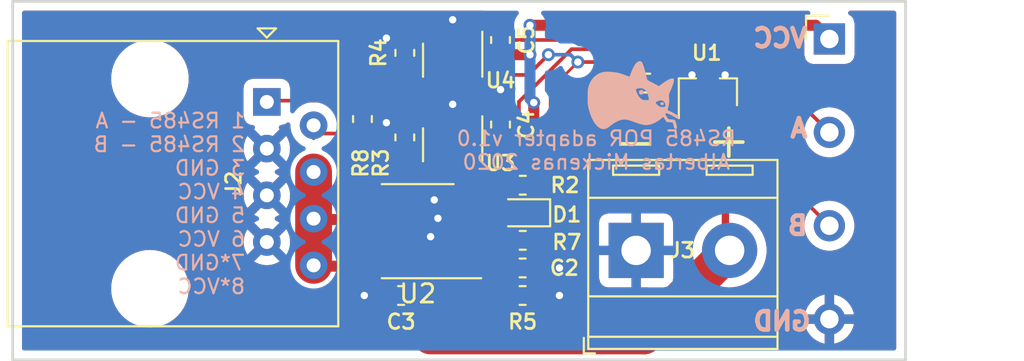
<source format=kicad_pcb>
(kicad_pcb (version 20200119) (host pcbnew "5.99.0-unknown-fdccdd5~88~ubuntu18.04.1")

  (general
    (thickness 1.6)
    (drawings 12)
    (tracks 122)
    (modules 21)
    (nets 17)
  )

  (page "A4")
  (title_block
    (comment 1 "Albertas Mickenas")
    (comment 2 "albertas@technarium.lt")
  )

  (layers
    (0 "F.Cu" signal)
    (31 "B.Cu" signal)
    (32 "B.Adhes" user)
    (33 "F.Adhes" user)
    (34 "B.Paste" user)
    (35 "F.Paste" user)
    (36 "B.SilkS" user)
    (37 "F.SilkS" user)
    (38 "B.Mask" user hide)
    (39 "F.Mask" user hide)
    (40 "Dwgs.User" user)
    (41 "Cmts.User" user)
    (42 "Eco1.User" user)
    (43 "Eco2.User" user)
    (44 "Edge.Cuts" user)
    (45 "Margin" user)
    (46 "B.CrtYd" user)
    (47 "F.CrtYd" user)
    (48 "B.Fab" user hide)
    (49 "F.Fab" user hide)
  )

  (setup
    (last_trace_width 0.2)
    (user_trace_width 0.15)
    (user_trace_width 0.2)
    (user_trace_width 0.3)
    (user_trace_width 0.4)
    (user_trace_width 0.6)
    (user_trace_width 1)
    (user_trace_width 1.5)
    (user_trace_width 2)
    (trace_clearance 0.15)
    (zone_clearance 0.508)
    (zone_45_only no)
    (trace_min 0.127)
    (via_size 0.7)
    (via_drill 0.4)
    (via_min_size 0.6)
    (via_min_drill 0.3)
    (user_via 0.6 0.3)
    (user_via 0.7 0.4)
    (user_via 0.75 0.6)
    (user_via 0.95 0.8)
    (user_via 1.3 1)
    (user_via 1.5 1.2)
    (user_via 1.7 1.4)
    (user_via 1.9 1.6)
    (uvia_size 0.6)
    (uvia_drill 0.3)
    (uvias_allowed no)
    (uvia_min_size 0.381)
    (uvia_min_drill 0.254)
    (max_error 0.005)
    (defaults
      (edge_clearance 0.01)
      (edge_cuts_line_width 0.15)
      (courtyard_line_width 0.05)
      (copper_line_width 0.2)
      (copper_text_dims (size 1.5 1.5) (thickness 0.3) keep_upright)
      (silk_line_width 0.15)
      (silk_text_dims (size 1 1) (thickness 0.15) keep_upright)
      (other_layers_line_width 0.1)
      (other_layers_text_dims (size 1 1) (thickness 0.15) keep_upright)
      (dimension_units 0)
      (dimension_precision 1)
    )
    (pad_size 1.524 1.524)
    (pad_drill 0.762)
    (pad_to_mask_clearance 0.2)
    (aux_axis_origin 50 40)
    (grid_origin 50 40)
    (visible_elements FFFFFF7F)
    (pcbplotparams
      (layerselection 0x010f0_ffffffff)
      (usegerberextensions false)
      (usegerberattributes false)
      (usegerberadvancedattributes false)
      (creategerberjobfile false)
      (excludeedgelayer true)
      (linewidth 0.100000)
      (plotframeref false)
      (viasonmask false)
      (mode 1)
      (useauxorigin false)
      (hpglpennumber 1)
      (hpglpenspeed 20)
      (hpglpendiameter 15.000000)
      (psnegative false)
      (psa4output false)
      (plotreference true)
      (plotvalue false)
      (plotinvisibletext false)
      (padsonsilk false)
      (subtractmaskfromsilk true)
      (outputformat 1)
      (mirror false)
      (drillshape 0)
      (scaleselection 1)
      (outputdirectory "gerbers")
    )
  )

  (net 0 "")
  (net 1 "GND")
  (net 2 "VCC")
  (net 3 "/A")
  (net 4 "/B")
  (net 5 "Net-(C2-Pad1)")
  (net 6 "Net-(D1-Pad1)")
  (net 7 "VDD")
  (net 8 "/VOUT")
  (net 9 "/B_OUT")
  (net 10 "/A_OUT")
  (net 11 "Net-(R1-Pad2)")
  (net 12 "Net-(R3-Pad1)")
  (net 13 "Net-(R4-Pad1)")
  (net 14 "Net-(R7-Pad1)")
  (net 15 "/A_SW")
  (net 16 "Net-(U2-Pad4)")

  (net_class "Default" "This is the default net class."
    (clearance 0.15)
    (trace_width 0.2)
    (via_dia 0.7)
    (via_drill 0.4)
    (uvia_dia 0.6)
    (uvia_drill 0.3)
    (add_net "/A")
    (add_net "/A_OUT")
    (add_net "/A_SW")
    (add_net "/B")
    (add_net "/B_OUT")
    (add_net "/VOUT")
    (add_net "GND")
    (add_net "Net-(C2-Pad1)")
    (add_net "Net-(D1-Pad1)")
    (add_net "Net-(R1-Pad2)")
    (add_net "Net-(R3-Pad1)")
    (add_net "Net-(R4-Pad1)")
    (add_net "Net-(R7-Pad1)")
    (add_net "Net-(U2-Pad4)")
    (add_net "VCC")
    (add_net "VDD")
  )

  (module "Package_SO:SO-8_3.9x4.9mm_P1.27mm" (layer "F.Cu") (tedit 5D9F72B1) (tstamp 0e865a72-e838-4ed2-9bff-345897dbbaf1)
    (at 72 52.5 180)
    (descr "SO, 8 Pin (https://www.nxp.com/docs/en/data-sheet/PCF8523.pdf), generated with kicad-footprint-generator ipc_gullwing_generator.py")
    (tags "SO SO")
    (path "/00000000-0000-0000-0000-00005e86cda8")
    (attr smd)
    (fp_text reference "U2" (at 0 -3.4) (layer "F.SilkS")
      (effects (font (size 1 1) (thickness 0.15)))
    )
    (fp_text value "MCP2505" (at 0 3.4) (layer "F.Fab")
      (effects (font (size 1 1) (thickness 0.15)))
    )
    (fp_line (start 0 2.56) (end 1.95 2.56) (layer "F.SilkS") (width 0.12))
    (fp_line (start 0 2.56) (end -1.95 2.56) (layer "F.SilkS") (width 0.12))
    (fp_line (start 0 -2.56) (end 1.95 -2.56) (layer "F.SilkS") (width 0.12))
    (fp_line (start 0 -2.56) (end -3.45 -2.56) (layer "F.SilkS") (width 0.12))
    (fp_line (start -0.975 -2.45) (end 1.95 -2.45) (layer "F.Fab") (width 0.1))
    (fp_line (start 1.95 -2.45) (end 1.95 2.45) (layer "F.Fab") (width 0.1))
    (fp_line (start 1.95 2.45) (end -1.95 2.45) (layer "F.Fab") (width 0.1))
    (fp_line (start -1.95 2.45) (end -1.95 -1.475) (layer "F.Fab") (width 0.1))
    (fp_line (start -1.95 -1.475) (end -0.975 -2.45) (layer "F.Fab") (width 0.1))
    (fp_line (start -3.7 -2.7) (end -3.7 2.7) (layer "F.CrtYd") (width 0.05))
    (fp_line (start -3.7 2.7) (end 3.7 2.7) (layer "F.CrtYd") (width 0.05))
    (fp_line (start 3.7 2.7) (end 3.7 -2.7) (layer "F.CrtYd") (width 0.05))
    (fp_line (start 3.7 -2.7) (end -3.7 -2.7) (layer "F.CrtYd") (width 0.05))
    (fp_text user "${REFERENCE}" (at 0 0) (layer "F.Fab")
      (effects (font (size 0.98 0.98) (thickness 0.15)))
    )
    (pad "8" smd roundrect (at 2.575 -1.905 180) (size 1.75 0.6) (layers "F.Cu" "F.Paste" "F.Mask") (roundrect_rratio 0.25)
      (net 8 "/VOUT") (tstamp d5937472-8285-487b-b384-6e6398bc12f7))
    (pad "7" smd roundrect (at 2.575 -0.635 180) (size 1.75 0.6) (layers "F.Cu" "F.Paste" "F.Mask") (roundrect_rratio 0.25)
      (net 2 "VCC") (tstamp 1d9a7103-456f-4db0-a340-c64c126910bb))
    (pad "6" smd roundrect (at 2.575 0.635 180) (size 1.75 0.6) (layers "F.Cu" "F.Paste" "F.Mask") (roundrect_rratio 0.25)
      (net 8 "/VOUT") (tstamp d303e16c-c7ce-466b-ab2a-ec97f9afe3d8))
    (pad "5" smd roundrect (at 2.575 1.905 180) (size 1.75 0.6) (layers "F.Cu" "F.Paste" "F.Mask") (roundrect_rratio 0.25)
      (net 2 "VCC") (tstamp 5892e8b7-8696-46a8-bac7-7f48bf55eb0b))
    (pad "4" smd roundrect (at -2.575 1.905 180) (size 1.75 0.6) (layers "F.Cu" "F.Paste" "F.Mask") (roundrect_rratio 0.25)
      (net 16 "Net-(U2-Pad4)") (tstamp ccad98e9-fd1e-44db-9810-6774728fe9b0))
    (pad "3" smd roundrect (at -2.575 0.635 180) (size 1.75 0.6) (layers "F.Cu" "F.Paste" "F.Mask") (roundrect_rratio 0.25)
      (net 1 "GND") (tstamp a6e86231-3f82-476c-b4f2-d4840e207982))
    (pad "2" smd roundrect (at -2.575 -0.635 180) (size 1.75 0.6) (layers "F.Cu" "F.Paste" "F.Mask") (roundrect_rratio 0.25)
      (net 14 "Net-(R7-Pad1)") (tstamp b5161f4b-f5a9-4c81-8d6f-8ae4ec3f9cc8))
    (pad "1" smd roundrect (at -2.575 -1.905 180) (size 1.75 0.6) (layers "F.Cu" "F.Paste" "F.Mask") (roundrect_rratio 0.25)
      (net 5 "Net-(C2-Pad1)") (tstamp 592e9835-c5c6-48dd-907b-2c717e9383e9))
    (model "${KISYS3DMOD}/Package_SO.3dshapes/SO-8_3.9x4.9mm_P1.27mm.wrl"
      (at (xyz 0 0 0))
      (scale (xyz 1 1 1))
      (rotate (xyz 0 0 0))
    )
    (model "${KISYS3DMOD}/Package_SO.3dshapes/SOIC-8_3.9x4.9mm_P1.27mm.wrl"
      (at (xyz 0 0 0))
      (scale (xyz 1 1 1))
      (rotate (xyz 0 0 0))
    )
  )

  (module "Resistor_SMD:R_0603_1608Metric" (layer "F.Cu") (tedit 5B301BBD) (tstamp afe060ac-7bbd-47be-bf7e-380860b610ff)
    (at 69 46.4 -90)
    (descr "Resistor SMD 0603 (1608 Metric), square (rectangular) end terminal, IPC_7351 nominal, (Body size source: http://www.tortai-tech.com/upload/download/2011102023233369053.pdf), generated with kicad-footprint-generator")
    (tags "resistor")
    (path "/00000000-0000-0000-0000-00005e808e51")
    (attr smd)
    (fp_text reference "R8" (at 2.4 0.1 90) (layer "F.SilkS")
      (effects (font (size 0.8 0.8) (thickness 0.15)))
    )
    (fp_text value "120" (at 0 1.43 90) (layer "F.Fab")
      (effects (font (size 1 1) (thickness 0.15)))
    )
    (fp_line (start -0.8 0.4) (end -0.8 -0.4) (layer "F.Fab") (width 0.1))
    (fp_line (start -0.8 -0.4) (end 0.8 -0.4) (layer "F.Fab") (width 0.1))
    (fp_line (start 0.8 -0.4) (end 0.8 0.4) (layer "F.Fab") (width 0.1))
    (fp_line (start 0.8 0.4) (end -0.8 0.4) (layer "F.Fab") (width 0.1))
    (fp_line (start -0.162779 -0.51) (end 0.162779 -0.51) (layer "F.SilkS") (width 0.12))
    (fp_line (start -0.162779 0.51) (end 0.162779 0.51) (layer "F.SilkS") (width 0.12))
    (fp_line (start -1.48 0.73) (end -1.48 -0.73) (layer "F.CrtYd") (width 0.05))
    (fp_line (start -1.48 -0.73) (end 1.48 -0.73) (layer "F.CrtYd") (width 0.05))
    (fp_line (start 1.48 -0.73) (end 1.48 0.73) (layer "F.CrtYd") (width 0.05))
    (fp_line (start 1.48 0.73) (end -1.48 0.73) (layer "F.CrtYd") (width 0.05))
    (fp_text user "${REFERENCE}" (at 0 0 90) (layer "F.Fab")
      (effects (font (size 0.8 0.8) (thickness 0.15)))
    )
    (pad "2" smd roundrect (at 0.7875 0 270) (size 0.875 0.95) (layers "F.Cu" "F.Paste" "F.Mask") (roundrect_rratio 0.25)
      (net 9 "/B_OUT") (tstamp 714004ea-9eb7-4b01-888d-7626fda4dbed))
    (pad "1" smd roundrect (at -0.7875 0 270) (size 0.875 0.95) (layers "F.Cu" "F.Paste" "F.Mask") (roundrect_rratio 0.25)
      (net 10 "/A_OUT") (tstamp 824f4401-bb54-49c4-beaa-44a58cb03c2f))
    (model "${KISYS3DMOD}/Resistor_SMD.3dshapes/R_0603_1608Metric.wrl"
      (at (xyz 0 0 0))
      (scale (xyz 1 1 1))
      (rotate (xyz 0 0 0))
    )
  )

  (module "Capacitor_SMD:C_0603_1608Metric" (layer "F.Cu") (tedit 5B301BBE) (tstamp 448661e1-97b8-4c76-ba40-1ee54a090dee)
    (at 76.5 42.1 90)
    (descr "Capacitor SMD 0603 (1608 Metric), square (rectangular) end terminal, IPC_7351 nominal, (Body size source: http://www.tortai-tech.com/upload/download/2011102023233369053.pdf), generated with kicad-footprint-generator")
    (tags "capacitor")
    (path "/00000000-0000-0000-0000-00005e804152")
    (attr smd)
    (fp_text reference "C5" (at 0 1.4 90) (layer "F.SilkS")
      (effects (font (size 0.8 0.8) (thickness 0.15)))
    )
    (fp_text value "C" (at 0 1.43 90) (layer "F.Fab")
      (effects (font (size 1 1) (thickness 0.15)))
    )
    (fp_line (start -0.8 0.4) (end -0.8 -0.4) (layer "F.Fab") (width 0.1))
    (fp_line (start -0.8 -0.4) (end 0.8 -0.4) (layer "F.Fab") (width 0.1))
    (fp_line (start 0.8 -0.4) (end 0.8 0.4) (layer "F.Fab") (width 0.1))
    (fp_line (start 0.8 0.4) (end -0.8 0.4) (layer "F.Fab") (width 0.1))
    (fp_line (start -0.162779 -0.51) (end 0.162779 -0.51) (layer "F.SilkS") (width 0.12))
    (fp_line (start -0.162779 0.51) (end 0.162779 0.51) (layer "F.SilkS") (width 0.12))
    (fp_line (start -1.48 0.73) (end -1.48 -0.73) (layer "F.CrtYd") (width 0.05))
    (fp_line (start -1.48 -0.73) (end 1.48 -0.73) (layer "F.CrtYd") (width 0.05))
    (fp_line (start 1.48 -0.73) (end 1.48 0.73) (layer "F.CrtYd") (width 0.05))
    (fp_line (start 1.48 0.73) (end -1.48 0.73) (layer "F.CrtYd") (width 0.05))
    (fp_text user "${REFERENCE}" (at 0 0 90) (layer "F.Fab")
      (effects (font (size 0.8 0.8) (thickness 0.15)))
    )
    (pad "2" smd roundrect (at 0.7875 0 90) (size 0.875 0.95) (layers "F.Cu" "F.Paste" "F.Mask") (roundrect_rratio 0.25)
      (net 1 "GND") (tstamp 9e845a2b-1637-4f2a-8aa8-388849c93d68))
    (pad "1" smd roundrect (at -0.7875 0 90) (size 0.875 0.95) (layers "F.Cu" "F.Paste" "F.Mask") (roundrect_rratio 0.25)
      (net 7 "VDD") (tstamp 523a7711-63ec-4820-9d03-f568c89bc963))
    (model "${KISYS3DMOD}/Capacitor_SMD.3dshapes/C_0603_1608Metric.wrl"
      (at (xyz 0 0 0))
      (scale (xyz 1 1 1))
      (rotate (xyz 0 0 0))
    )
  )

  (module "Capacitor_SMD:C_0603_1608Metric" (layer "F.Cu") (tedit 5B301BBE) (tstamp 698b10c0-152f-41cd-9f73-ecfdd80d0f1f)
    (at 76.5 46.7 90)
    (descr "Capacitor SMD 0603 (1608 Metric), square (rectangular) end terminal, IPC_7351 nominal, (Body size source: http://www.tortai-tech.com/upload/download/2011102023233369053.pdf), generated with kicad-footprint-generator")
    (tags "capacitor")
    (path "/00000000-0000-0000-0000-00005e7fc4bb")
    (attr smd)
    (fp_text reference "C4" (at 0 1.4 90) (layer "F.SilkS")
      (effects (font (size 0.8 0.8) (thickness 0.15)))
    )
    (fp_text value "C" (at 0 1.43 90) (layer "F.Fab")
      (effects (font (size 1 1) (thickness 0.15)))
    )
    (fp_line (start -0.8 0.4) (end -0.8 -0.4) (layer "F.Fab") (width 0.1))
    (fp_line (start -0.8 -0.4) (end 0.8 -0.4) (layer "F.Fab") (width 0.1))
    (fp_line (start 0.8 -0.4) (end 0.8 0.4) (layer "F.Fab") (width 0.1))
    (fp_line (start 0.8 0.4) (end -0.8 0.4) (layer "F.Fab") (width 0.1))
    (fp_line (start -0.162779 -0.51) (end 0.162779 -0.51) (layer "F.SilkS") (width 0.12))
    (fp_line (start -0.162779 0.51) (end 0.162779 0.51) (layer "F.SilkS") (width 0.12))
    (fp_line (start -1.48 0.73) (end -1.48 -0.73) (layer "F.CrtYd") (width 0.05))
    (fp_line (start -1.48 -0.73) (end 1.48 -0.73) (layer "F.CrtYd") (width 0.05))
    (fp_line (start 1.48 -0.73) (end 1.48 0.73) (layer "F.CrtYd") (width 0.05))
    (fp_line (start 1.48 0.73) (end -1.48 0.73) (layer "F.CrtYd") (width 0.05))
    (fp_text user "${REFERENCE}" (at 0 0 90) (layer "F.Fab")
      (effects (font (size 0.8 0.8) (thickness 0.15)))
    )
    (pad "2" smd roundrect (at 0.7875 0 90) (size 0.875 0.95) (layers "F.Cu" "F.Paste" "F.Mask") (roundrect_rratio 0.25)
      (net 1 "GND") (tstamp 9e845a2b-1637-4f2a-8aa8-388849c93d68))
    (pad "1" smd roundrect (at -0.7875 0 90) (size 0.875 0.95) (layers "F.Cu" "F.Paste" "F.Mask") (roundrect_rratio 0.25)
      (net 7 "VDD") (tstamp 523a7711-63ec-4820-9d03-f568c89bc963))
    (model "${KISYS3DMOD}/Capacitor_SMD.3dshapes/C_0603_1608Metric.wrl"
      (at (xyz 0 0 0))
      (scale (xyz 1 1 1))
      (rotate (xyz 0 0 0))
    )
  )

  (module "Package_TO_SOT_SMD:SOT-23-6" (layer "F.Cu") (tedit 5A02FF57) (tstamp 67e6e633-1167-4779-8f75-c874f89369f9)
    (at 73.9 43.2 -90)
    (descr "6-pin SOT-23 package")
    (tags "SOT-23-6")
    (path "/00000000-0000-0000-0000-00005e801a6a")
    (attr smd)
    (fp_text reference "U4" (at 1.1 -2.6 180) (layer "F.SilkS")
      (effects (font (size 0.8 0.8) (thickness 0.15)))
    )
    (fp_text value "SN74LVC1G3157" (at 0 2.9 90) (layer "F.Fab")
      (effects (font (size 1 1) (thickness 0.15)))
    )
    (fp_text user "${REFERENCE}" (at 0 0) (layer "F.Fab")
      (effects (font (size 0.8 0.8) (thickness 0.15)))
    )
    (fp_line (start -0.9 1.61) (end 0.9 1.61) (layer "F.SilkS") (width 0.12))
    (fp_line (start 0.9 -1.61) (end -1.55 -1.61) (layer "F.SilkS") (width 0.12))
    (fp_line (start 1.9 -1.8) (end -1.9 -1.8) (layer "F.CrtYd") (width 0.05))
    (fp_line (start 1.9 1.8) (end 1.9 -1.8) (layer "F.CrtYd") (width 0.05))
    (fp_line (start -1.9 1.8) (end 1.9 1.8) (layer "F.CrtYd") (width 0.05))
    (fp_line (start -1.9 -1.8) (end -1.9 1.8) (layer "F.CrtYd") (width 0.05))
    (fp_line (start -0.9 -0.9) (end -0.25 -1.55) (layer "F.Fab") (width 0.1))
    (fp_line (start 0.9 -1.55) (end -0.25 -1.55) (layer "F.Fab") (width 0.1))
    (fp_line (start -0.9 -0.9) (end -0.9 1.55) (layer "F.Fab") (width 0.1))
    (fp_line (start 0.9 1.55) (end -0.9 1.55) (layer "F.Fab") (width 0.1))
    (fp_line (start 0.9 -1.55) (end 0.9 1.55) (layer "F.Fab") (width 0.1))
    (pad "5" smd rect (at 1.1 0 270) (size 1.06 0.65) (layers "F.Cu" "F.Paste" "F.Mask")
      (net 7 "VDD") (tstamp a3791c8f-97e1-4480-84bc-e64fe21481d1))
    (pad "6" smd rect (at 1.1 -0.95 270) (size 1.06 0.65) (layers "F.Cu" "F.Paste" "F.Mask")
      (net 15 "/A_SW") (tstamp 973265ea-069e-4103-9f0d-609b3f4e62f3))
    (pad "4" smd rect (at 1.1 0.95 270) (size 1.06 0.65) (layers "F.Cu" "F.Paste" "F.Mask")
      (net 10 "/A_OUT") (tstamp 7ce58cc0-8eaf-4407-9d0e-3992c1a6240c))
    (pad "3" smd rect (at -1.1 0.95 270) (size 1.06 0.65) (layers "F.Cu" "F.Paste" "F.Mask")
      (net 13 "Net-(R4-Pad1)") (tstamp 599abf7a-02d5-46e9-bd51-16fb8cb8895b))
    (pad "2" smd rect (at -1.1 0 270) (size 1.06 0.65) (layers "F.Cu" "F.Paste" "F.Mask")
      (net 1 "GND") (tstamp eb987f49-1127-445c-b5f0-adcc1a77befc))
    (pad "1" smd rect (at -1.1 -0.95 270) (size 1.06 0.65) (layers "F.Cu" "F.Paste" "F.Mask")
      (net 3 "/A") (tstamp 8aa04016-e2bb-4fc3-91be-b9482693d602))
    (model "${KISYS3DMOD}/Package_TO_SOT_SMD.3dshapes/SOT-23-6.wrl"
      (at (xyz 0 0 0))
      (scale (xyz 1 1 1))
      (rotate (xyz 0 0 0))
    )
  )

  (module "Package_TO_SOT_SMD:SOT-23-6" (layer "F.Cu") (tedit 5A02FF57) (tstamp 2ac8a382-cce6-4392-b903-53c753352b3a)
    (at 73.9 47.8 -90)
    (descr "6-pin SOT-23 package")
    (tags "SOT-23-6")
    (path "/00000000-0000-0000-0000-00005e81b199")
    (attr smd)
    (fp_text reference "U3" (at 1 -2.6 180) (layer "F.SilkS")
      (effects (font (size 0.8 0.8) (thickness 0.15)))
    )
    (fp_text value "SN74LVC1G3157" (at 0 2.9 90) (layer "F.Fab")
      (effects (font (size 1 1) (thickness 0.15)))
    )
    (fp_text user "${REFERENCE}" (at 0 0) (layer "F.Fab")
      (effects (font (size 0.8 0.8) (thickness 0.15)))
    )
    (fp_line (start -0.9 1.61) (end 0.9 1.61) (layer "F.SilkS") (width 0.12))
    (fp_line (start 0.9 -1.61) (end -1.55 -1.61) (layer "F.SilkS") (width 0.12))
    (fp_line (start 1.9 -1.8) (end -1.9 -1.8) (layer "F.CrtYd") (width 0.05))
    (fp_line (start 1.9 1.8) (end 1.9 -1.8) (layer "F.CrtYd") (width 0.05))
    (fp_line (start -1.9 1.8) (end 1.9 1.8) (layer "F.CrtYd") (width 0.05))
    (fp_line (start -1.9 -1.8) (end -1.9 1.8) (layer "F.CrtYd") (width 0.05))
    (fp_line (start -0.9 -0.9) (end -0.25 -1.55) (layer "F.Fab") (width 0.1))
    (fp_line (start 0.9 -1.55) (end -0.25 -1.55) (layer "F.Fab") (width 0.1))
    (fp_line (start -0.9 -0.9) (end -0.9 1.55) (layer "F.Fab") (width 0.1))
    (fp_line (start 0.9 1.55) (end -0.9 1.55) (layer "F.Fab") (width 0.1))
    (fp_line (start 0.9 -1.55) (end 0.9 1.55) (layer "F.Fab") (width 0.1))
    (pad "5" smd rect (at 1.1 0 270) (size 1.06 0.65) (layers "F.Cu" "F.Paste" "F.Mask")
      (net 7 "VDD") (tstamp a3791c8f-97e1-4480-84bc-e64fe21481d1))
    (pad "6" smd rect (at 1.1 -0.95 270) (size 1.06 0.65) (layers "F.Cu" "F.Paste" "F.Mask")
      (net 15 "/A_SW") (tstamp 973265ea-069e-4103-9f0d-609b3f4e62f3))
    (pad "4" smd rect (at 1.1 0.95 270) (size 1.06 0.65) (layers "F.Cu" "F.Paste" "F.Mask")
      (net 9 "/B_OUT") (tstamp 7ce58cc0-8eaf-4407-9d0e-3992c1a6240c))
    (pad "3" smd rect (at -1.1 0.95 270) (size 1.06 0.65) (layers "F.Cu" "F.Paste" "F.Mask")
      (net 12 "Net-(R3-Pad1)") (tstamp 599abf7a-02d5-46e9-bd51-16fb8cb8895b))
    (pad "2" smd rect (at -1.1 0 270) (size 1.06 0.65) (layers "F.Cu" "F.Paste" "F.Mask")
      (net 1 "GND") (tstamp eb987f49-1127-445c-b5f0-adcc1a77befc))
    (pad "1" smd rect (at -1.1 -0.95 270) (size 1.06 0.65) (layers "F.Cu" "F.Paste" "F.Mask")
      (net 4 "/B") (tstamp 8aa04016-e2bb-4fc3-91be-b9482693d602))
    (model "${KISYS3DMOD}/Package_TO_SOT_SMD.3dshapes/SOT-23-6.wrl"
      (at (xyz 0 0 0))
      (scale (xyz 1 1 1))
      (rotate (xyz 0 0 0))
    )
  )

  (module "Package_TO_SOT_SMD:SOT-23" (layer "F.Cu") (tedit 5A02FF57) (tstamp d200ca1f-c2ef-4a62-a9a3-4f282fab9cf9)
    (at 87.765 44.948 90)
    (descr "SOT-23, Standard")
    (tags "SOT-23")
    (path "/00000000-0000-0000-0000-00005e800f3d")
    (attr smd)
    (fp_text reference "U1" (at 2.148 -0.065 180) (layer "F.SilkS")
      (effects (font (size 0.8 0.8) (thickness 0.15)))
    )
    (fp_text value "MCP100" (at 0 2.5 90) (layer "F.Fab")
      (effects (font (size 1 1) (thickness 0.15)))
    )
    (fp_text user "${REFERENCE}" (at 0 0) (layer "F.Fab")
      (effects (font (size 0.8 0.8) (thickness 0.15)))
    )
    (fp_line (start -0.7 -0.95) (end -0.7 1.5) (layer "F.Fab") (width 0.1))
    (fp_line (start -0.15 -1.52) (end 0.7 -1.52) (layer "F.Fab") (width 0.1))
    (fp_line (start -0.7 -0.95) (end -0.15 -1.52) (layer "F.Fab") (width 0.1))
    (fp_line (start 0.7 -1.52) (end 0.7 1.52) (layer "F.Fab") (width 0.1))
    (fp_line (start -0.7 1.52) (end 0.7 1.52) (layer "F.Fab") (width 0.1))
    (fp_line (start 0.76 1.58) (end 0.76 0.65) (layer "F.SilkS") (width 0.12))
    (fp_line (start 0.76 -1.58) (end 0.76 -0.65) (layer "F.SilkS") (width 0.12))
    (fp_line (start -1.7 -1.75) (end 1.7 -1.75) (layer "F.CrtYd") (width 0.05))
    (fp_line (start 1.7 -1.75) (end 1.7 1.75) (layer "F.CrtYd") (width 0.05))
    (fp_line (start 1.7 1.75) (end -1.7 1.75) (layer "F.CrtYd") (width 0.05))
    (fp_line (start -1.7 1.75) (end -1.7 -1.75) (layer "F.CrtYd") (width 0.05))
    (fp_line (start 0.76 -1.58) (end -1.4 -1.58) (layer "F.SilkS") (width 0.12))
    (fp_line (start 0.76 1.58) (end -0.7 1.58) (layer "F.SilkS") (width 0.12))
    (pad "3" smd rect (at 1 0 90) (size 0.9 0.8) (layers "F.Cu" "F.Paste" "F.Mask")
      (net 1 "GND") (tstamp 3c19e122-ae34-449a-8753-7f508a6b794e))
    (pad "2" smd rect (at -1 0.95 90) (size 0.9 0.8) (layers "F.Cu" "F.Paste" "F.Mask")
      (net 2 "VCC") (tstamp b1a45f9c-c529-4583-a3da-10d52d3c5c34))
    (pad "1" smd rect (at -1 -0.95 90) (size 0.9 0.8) (layers "F.Cu" "F.Paste" "F.Mask")
      (net 11 "Net-(R1-Pad2)") (tstamp 6d42e60f-931c-4c54-a980-56f7ffbd40d1))
    (model "${KISYS3DMOD}/Package_TO_SOT_SMD.3dshapes/SOT-23.wrl"
      (at (xyz 0 0 0))
      (scale (xyz 1 1 1))
      (rotate (xyz 0 0 0))
    )
  )

  (module "Resistor_SMD:R_0603_1608Metric" (layer "F.Cu") (tedit 5B301BBD) (tstamp dd433384-1c35-4254-ad8f-ff8eaa681ac6)
    (at 77.706338 53)
    (descr "Resistor SMD 0603 (1608 Metric), square (rectangular) end terminal, IPC_7351 nominal, (Body size source: http://www.tortai-tech.com/upload/download/2011102023233369053.pdf), generated with kicad-footprint-generator")
    (tags "resistor")
    (path "/00000000-0000-0000-0000-00005e836e9c")
    (attr smd)
    (fp_text reference "R7" (at 2.393662 0.1) (layer "F.SilkS")
      (effects (font (size 0.8 0.8) (thickness 0.15)))
    )
    (fp_text value "R" (at 0 1.43) (layer "F.Fab")
      (effects (font (size 1 1) (thickness 0.15)))
    )
    (fp_line (start -0.8 0.4) (end -0.8 -0.4) (layer "F.Fab") (width 0.1))
    (fp_line (start -0.8 -0.4) (end 0.8 -0.4) (layer "F.Fab") (width 0.1))
    (fp_line (start 0.8 -0.4) (end 0.8 0.4) (layer "F.Fab") (width 0.1))
    (fp_line (start 0.8 0.4) (end -0.8 0.4) (layer "F.Fab") (width 0.1))
    (fp_line (start -0.162779 -0.51) (end 0.162779 -0.51) (layer "F.SilkS") (width 0.12))
    (fp_line (start -0.162779 0.51) (end 0.162779 0.51) (layer "F.SilkS") (width 0.12))
    (fp_line (start -1.48 0.73) (end -1.48 -0.73) (layer "F.CrtYd") (width 0.05))
    (fp_line (start -1.48 -0.73) (end 1.48 -0.73) (layer "F.CrtYd") (width 0.05))
    (fp_line (start 1.48 -0.73) (end 1.48 0.73) (layer "F.CrtYd") (width 0.05))
    (fp_line (start 1.48 0.73) (end -1.48 0.73) (layer "F.CrtYd") (width 0.05))
    (fp_text user "${REFERENCE}" (at 0 0) (layer "F.Fab")
      (effects (font (size 0.8 0.8) (thickness 0.15)))
    )
    (pad "2" smd roundrect (at 0.7875 0) (size 0.875 0.95) (layers "F.Cu" "F.Paste" "F.Mask") (roundrect_rratio 0.25)
      (net 6 "Net-(D1-Pad1)") (tstamp 714004ea-9eb7-4b01-888d-7626fda4dbed))
    (pad "1" smd roundrect (at -0.7875 0) (size 0.875 0.95) (layers "F.Cu" "F.Paste" "F.Mask") (roundrect_rratio 0.25)
      (net 14 "Net-(R7-Pad1)") (tstamp 824f4401-bb54-49c4-beaa-44a58cb03c2f))
    (model "${KISYS3DMOD}/Resistor_SMD.3dshapes/R_0603_1608Metric.wrl"
      (at (xyz 0 0 0))
      (scale (xyz 1 1 1))
      (rotate (xyz 0 0 0))
    )
  )

  (module "Resistor_SMD:R_0603_1608Metric" (layer "F.Cu") (tedit 5B301BBD) (tstamp 3da8888a-77e6-477e-b401-94985b211b89)
    (at 77.7 56 180)
    (descr "Resistor SMD 0603 (1608 Metric), square (rectangular) end terminal, IPC_7351 nominal, (Body size source: http://www.tortai-tech.com/upload/download/2011102023233369053.pdf), generated with kicad-footprint-generator")
    (tags "resistor")
    (path "/00000000-0000-0000-0000-00005e833d19")
    (attr smd)
    (fp_text reference "R5" (at 0 -1.43) (layer "F.SilkS")
      (effects (font (size 0.8 0.8) (thickness 0.15)))
    )
    (fp_text value "R" (at 0 1.43) (layer "F.Fab")
      (effects (font (size 1 1) (thickness 0.15)))
    )
    (fp_line (start -0.8 0.4) (end -0.8 -0.4) (layer "F.Fab") (width 0.1))
    (fp_line (start -0.8 -0.4) (end 0.8 -0.4) (layer "F.Fab") (width 0.1))
    (fp_line (start 0.8 -0.4) (end 0.8 0.4) (layer "F.Fab") (width 0.1))
    (fp_line (start 0.8 0.4) (end -0.8 0.4) (layer "F.Fab") (width 0.1))
    (fp_line (start -0.162779 -0.51) (end 0.162779 -0.51) (layer "F.SilkS") (width 0.12))
    (fp_line (start -0.162779 0.51) (end 0.162779 0.51) (layer "F.SilkS") (width 0.12))
    (fp_line (start -1.48 0.73) (end -1.48 -0.73) (layer "F.CrtYd") (width 0.05))
    (fp_line (start -1.48 -0.73) (end 1.48 -0.73) (layer "F.CrtYd") (width 0.05))
    (fp_line (start 1.48 -0.73) (end 1.48 0.73) (layer "F.CrtYd") (width 0.05))
    (fp_line (start 1.48 0.73) (end -1.48 0.73) (layer "F.CrtYd") (width 0.05))
    (fp_text user "${REFERENCE}" (at 0 0) (layer "F.Fab")
      (effects (font (size 0.8 0.8) (thickness 0.15)))
    )
    (pad "2" smd roundrect (at 0.7875 0 180) (size 0.875 0.95) (layers "F.Cu" "F.Paste" "F.Mask") (roundrect_rratio 0.25)
      (net 5 "Net-(C2-Pad1)") (tstamp 714004ea-9eb7-4b01-888d-7626fda4dbed))
    (pad "1" smd roundrect (at -0.7875 0 180) (size 0.875 0.95) (layers "F.Cu" "F.Paste" "F.Mask") (roundrect_rratio 0.25)
      (net 1 "GND") (tstamp 824f4401-bb54-49c4-beaa-44a58cb03c2f))
    (model "${KISYS3DMOD}/Resistor_SMD.3dshapes/R_0603_1608Metric.wrl"
      (at (xyz 0 0 0))
      (scale (xyz 1 1 1))
      (rotate (xyz 0 0 0))
    )
  )

  (module "Resistor_SMD:R_0603_1608Metric" (layer "F.Cu") (tedit 5B301BBD) (tstamp 0416d8ae-bb36-4683-b375-40843590d581)
    (at 71.3 42.8 90)
    (descr "Resistor SMD 0603 (1608 Metric), square (rectangular) end terminal, IPC_7351 nominal, (Body size source: http://www.tortai-tech.com/upload/download/2011102023233369053.pdf), generated with kicad-footprint-generator")
    (tags "resistor")
    (path "/00000000-0000-0000-0000-00005e81195d")
    (attr smd)
    (fp_text reference "R4" (at 0 -1.43 90) (layer "F.SilkS")
      (effects (font (size 0.8 0.8) (thickness 0.15)))
    )
    (fp_text value "R" (at 0 1.43 90) (layer "F.Fab")
      (effects (font (size 1 1) (thickness 0.15)))
    )
    (fp_line (start -0.8 0.4) (end -0.8 -0.4) (layer "F.Fab") (width 0.1))
    (fp_line (start -0.8 -0.4) (end 0.8 -0.4) (layer "F.Fab") (width 0.1))
    (fp_line (start 0.8 -0.4) (end 0.8 0.4) (layer "F.Fab") (width 0.1))
    (fp_line (start 0.8 0.4) (end -0.8 0.4) (layer "F.Fab") (width 0.1))
    (fp_line (start -0.162779 -0.51) (end 0.162779 -0.51) (layer "F.SilkS") (width 0.12))
    (fp_line (start -0.162779 0.51) (end 0.162779 0.51) (layer "F.SilkS") (width 0.12))
    (fp_line (start -1.48 0.73) (end -1.48 -0.73) (layer "F.CrtYd") (width 0.05))
    (fp_line (start -1.48 -0.73) (end 1.48 -0.73) (layer "F.CrtYd") (width 0.05))
    (fp_line (start 1.48 -0.73) (end 1.48 0.73) (layer "F.CrtYd") (width 0.05))
    (fp_line (start 1.48 0.73) (end -1.48 0.73) (layer "F.CrtYd") (width 0.05))
    (fp_text user "${REFERENCE}" (at 0 0 90) (layer "F.Fab")
      (effects (font (size 0.8 0.8) (thickness 0.15)))
    )
    (pad "2" smd roundrect (at 0.7875 0 90) (size 0.875 0.95) (layers "F.Cu" "F.Paste" "F.Mask") (roundrect_rratio 0.25)
      (net 1 "GND") (tstamp 714004ea-9eb7-4b01-888d-7626fda4dbed))
    (pad "1" smd roundrect (at -0.7875 0 90) (size 0.875 0.95) (layers "F.Cu" "F.Paste" "F.Mask") (roundrect_rratio 0.25)
      (net 13 "Net-(R4-Pad1)") (tstamp 824f4401-bb54-49c4-beaa-44a58cb03c2f))
    (model "${KISYS3DMOD}/Resistor_SMD.3dshapes/R_0603_1608Metric.wrl"
      (at (xyz 0 0 0))
      (scale (xyz 1 1 1))
      (rotate (xyz 0 0 0))
    )
  )

  (module "Resistor_SMD:R_0603_1608Metric" (layer "F.Cu") (tedit 5B301BBD) (tstamp 0e88033f-b1c4-4faf-8b2f-37aa8cf42e5a)
    (at 71.3 47.4 90)
    (descr "Resistor SMD 0603 (1608 Metric), square (rectangular) end terminal, IPC_7351 nominal, (Body size source: http://www.tortai-tech.com/upload/download/2011102023233369053.pdf), generated with kicad-footprint-generator")
    (tags "resistor")
    (path "/00000000-0000-0000-0000-00005e81b1b4")
    (attr smd)
    (fp_text reference "R3" (at -1.4 -1.3 90) (layer "F.SilkS")
      (effects (font (size 0.8 0.8) (thickness 0.15)))
    )
    (fp_text value "R" (at 0 1.43 90) (layer "F.Fab")
      (effects (font (size 1 1) (thickness 0.15)))
    )
    (fp_line (start -0.8 0.4) (end -0.8 -0.4) (layer "F.Fab") (width 0.1))
    (fp_line (start -0.8 -0.4) (end 0.8 -0.4) (layer "F.Fab") (width 0.1))
    (fp_line (start 0.8 -0.4) (end 0.8 0.4) (layer "F.Fab") (width 0.1))
    (fp_line (start 0.8 0.4) (end -0.8 0.4) (layer "F.Fab") (width 0.1))
    (fp_line (start -0.162779 -0.51) (end 0.162779 -0.51) (layer "F.SilkS") (width 0.12))
    (fp_line (start -0.162779 0.51) (end 0.162779 0.51) (layer "F.SilkS") (width 0.12))
    (fp_line (start -1.48 0.73) (end -1.48 -0.73) (layer "F.CrtYd") (width 0.05))
    (fp_line (start -1.48 -0.73) (end 1.48 -0.73) (layer "F.CrtYd") (width 0.05))
    (fp_line (start 1.48 -0.73) (end 1.48 0.73) (layer "F.CrtYd") (width 0.05))
    (fp_line (start 1.48 0.73) (end -1.48 0.73) (layer "F.CrtYd") (width 0.05))
    (fp_text user "${REFERENCE}" (at 0 0 90) (layer "F.Fab")
      (effects (font (size 0.8 0.8) (thickness 0.15)))
    )
    (pad "2" smd roundrect (at 0.7875 0 90) (size 0.875 0.95) (layers "F.Cu" "F.Paste" "F.Mask") (roundrect_rratio 0.25)
      (net 1 "GND") (tstamp 714004ea-9eb7-4b01-888d-7626fda4dbed))
    (pad "1" smd roundrect (at -0.7875 0 90) (size 0.875 0.95) (layers "F.Cu" "F.Paste" "F.Mask") (roundrect_rratio 0.25)
      (net 12 "Net-(R3-Pad1)") (tstamp 824f4401-bb54-49c4-beaa-44a58cb03c2f))
    (model "${KISYS3DMOD}/Resistor_SMD.3dshapes/R_0603_1608Metric.wrl"
      (at (xyz 0 0 0))
      (scale (xyz 1 1 1))
      (rotate (xyz 0 0 0))
    )
  )

  (module "Resistor_SMD:R_0603_1608Metric" (layer "F.Cu") (tedit 5B301BBD) (tstamp dc368dc1-780d-4098-a6e2-b7dabea433fd)
    (at 77.707536 50 180)
    (descr "Resistor SMD 0603 (1608 Metric), square (rectangular) end terminal, IPC_7351 nominal, (Body size source: http://www.tortai-tech.com/upload/download/2011102023233369053.pdf), generated with kicad-footprint-generator")
    (tags "resistor")
    (path "/00000000-0000-0000-0000-00005e84fa87")
    (attr smd)
    (fp_text reference "R2" (at -2.292464 0) (layer "F.SilkS")
      (effects (font (size 0.8 0.8) (thickness 0.15)))
    )
    (fp_text value "R" (at 0 1.43) (layer "F.Fab")
      (effects (font (size 1 1) (thickness 0.15)))
    )
    (fp_line (start -0.8 0.4) (end -0.8 -0.4) (layer "F.Fab") (width 0.1))
    (fp_line (start -0.8 -0.4) (end 0.8 -0.4) (layer "F.Fab") (width 0.1))
    (fp_line (start 0.8 -0.4) (end 0.8 0.4) (layer "F.Fab") (width 0.1))
    (fp_line (start 0.8 0.4) (end -0.8 0.4) (layer "F.Fab") (width 0.1))
    (fp_line (start -0.162779 -0.51) (end 0.162779 -0.51) (layer "F.SilkS") (width 0.12))
    (fp_line (start -0.162779 0.51) (end 0.162779 0.51) (layer "F.SilkS") (width 0.12))
    (fp_line (start -1.48 0.73) (end -1.48 -0.73) (layer "F.CrtYd") (width 0.05))
    (fp_line (start -1.48 -0.73) (end 1.48 -0.73) (layer "F.CrtYd") (width 0.05))
    (fp_line (start 1.48 -0.73) (end 1.48 0.73) (layer "F.CrtYd") (width 0.05))
    (fp_line (start 1.48 0.73) (end -1.48 0.73) (layer "F.CrtYd") (width 0.05))
    (fp_text user "${REFERENCE}" (at 0 0) (layer "F.Fab")
      (effects (font (size 0.8 0.8) (thickness 0.15)))
    )
    (pad "2" smd roundrect (at 0.7875 0 180) (size 0.875 0.95) (layers "F.Cu" "F.Paste" "F.Mask") (roundrect_rratio 0.25)
      (net 5 "Net-(C2-Pad1)") (tstamp 714004ea-9eb7-4b01-888d-7626fda4dbed))
    (pad "1" smd roundrect (at -0.7875 0 180) (size 0.875 0.95) (layers "F.Cu" "F.Paste" "F.Mask") (roundrect_rratio 0.25)
      (net 11 "Net-(R1-Pad2)") (tstamp 824f4401-bb54-49c4-beaa-44a58cb03c2f))
    (model "${KISYS3DMOD}/Resistor_SMD.3dshapes/R_0603_1608Metric.wrl"
      (at (xyz 0 0 0))
      (scale (xyz 1 1 1))
      (rotate (xyz 0 0 0))
    )
  )

  (module "Resistor_SMD:R_0603_1608Metric" (layer "F.Cu") (tedit 5B301BBD) (tstamp bc0d5c5b-c06a-4226-85f0-8461f30f43f0)
    (at 84.465 45.945)
    (descr "Resistor SMD 0603 (1608 Metric), square (rectangular) end terminal, IPC_7351 nominal, (Body size source: http://www.tortai-tech.com/upload/download/2011102023233369053.pdf), generated with kicad-footprint-generator")
    (tags "resistor")
    (path "/00000000-0000-0000-0000-00005e84eacc")
    (attr smd)
    (fp_text reference "R1" (at -2.265 0.055) (layer "F.SilkS")
      (effects (font (size 0.8 0.8) (thickness 0.15)))
    )
    (fp_text value "R" (at 0 1.43) (layer "F.Fab")
      (effects (font (size 1 1) (thickness 0.15)))
    )
    (fp_line (start -0.8 0.4) (end -0.8 -0.4) (layer "F.Fab") (width 0.1))
    (fp_line (start -0.8 -0.4) (end 0.8 -0.4) (layer "F.Fab") (width 0.1))
    (fp_line (start 0.8 -0.4) (end 0.8 0.4) (layer "F.Fab") (width 0.1))
    (fp_line (start 0.8 0.4) (end -0.8 0.4) (layer "F.Fab") (width 0.1))
    (fp_line (start -0.162779 -0.51) (end 0.162779 -0.51) (layer "F.SilkS") (width 0.12))
    (fp_line (start -0.162779 0.51) (end 0.162779 0.51) (layer "F.SilkS") (width 0.12))
    (fp_line (start -1.48 0.73) (end -1.48 -0.73) (layer "F.CrtYd") (width 0.05))
    (fp_line (start -1.48 -0.73) (end 1.48 -0.73) (layer "F.CrtYd") (width 0.05))
    (fp_line (start 1.48 -0.73) (end 1.48 0.73) (layer "F.CrtYd") (width 0.05))
    (fp_line (start 1.48 0.73) (end -1.48 0.73) (layer "F.CrtYd") (width 0.05))
    (fp_text user "${REFERENCE}" (at 0 0) (layer "F.Fab")
      (effects (font (size 0.8 0.8) (thickness 0.15)))
    )
    (pad "2" smd roundrect (at 0.7875 0) (size 0.875 0.95) (layers "F.Cu" "F.Paste" "F.Mask") (roundrect_rratio 0.25)
      (net 11 "Net-(R1-Pad2)") (tstamp 714004ea-9eb7-4b01-888d-7626fda4dbed))
    (pad "1" smd roundrect (at -0.7875 0) (size 0.875 0.95) (layers "F.Cu" "F.Paste" "F.Mask") (roundrect_rratio 0.25)
      (net 15 "/A_SW") (tstamp 824f4401-bb54-49c4-beaa-44a58cb03c2f))
    (model "${KISYS3DMOD}/Resistor_SMD.3dshapes/R_0603_1608Metric.wrl"
      (at (xyz 0 0 0))
      (scale (xyz 1 1 1))
      (rotate (xyz 0 0 0))
    )
  )

  (module "LED_SMD:LED_0603_1608Metric" (layer "F.Cu") (tedit 5B301BBE) (tstamp a9d9b102-e7fc-473f-8110-2dfeb1b89303)
    (at 77.709076 51.5 180)
    (descr "LED SMD 0603 (1608 Metric), square (rectangular) end terminal, IPC_7351 nominal, (Body size source: http://www.tortai-tech.com/upload/download/2011102023233369053.pdf), generated with kicad-footprint-generator")
    (tags "diode")
    (path "/00000000-0000-0000-0000-00005e836a15")
    (attr smd)
    (fp_text reference "D1" (at -2.390924 -0.1) (layer "F.SilkS")
      (effects (font (size 0.8 0.8) (thickness 0.15)))
    )
    (fp_text value "LED" (at 0 1.43) (layer "F.Fab")
      (effects (font (size 1 1) (thickness 0.15)))
    )
    (fp_line (start 0.8 -0.4) (end -0.5 -0.4) (layer "F.Fab") (width 0.1))
    (fp_line (start -0.5 -0.4) (end -0.8 -0.1) (layer "F.Fab") (width 0.1))
    (fp_line (start -0.8 -0.1) (end -0.8 0.4) (layer "F.Fab") (width 0.1))
    (fp_line (start -0.8 0.4) (end 0.8 0.4) (layer "F.Fab") (width 0.1))
    (fp_line (start 0.8 0.4) (end 0.8 -0.4) (layer "F.Fab") (width 0.1))
    (fp_line (start 0.8 -0.735) (end -1.485 -0.735) (layer "F.SilkS") (width 0.12))
    (fp_line (start -1.485 -0.735) (end -1.485 0.735) (layer "F.SilkS") (width 0.12))
    (fp_line (start -1.485 0.735) (end 0.8 0.735) (layer "F.SilkS") (width 0.12))
    (fp_line (start -1.48 0.73) (end -1.48 -0.73) (layer "F.CrtYd") (width 0.05))
    (fp_line (start -1.48 -0.73) (end 1.48 -0.73) (layer "F.CrtYd") (width 0.05))
    (fp_line (start 1.48 -0.73) (end 1.48 0.73) (layer "F.CrtYd") (width 0.05))
    (fp_line (start 1.48 0.73) (end -1.48 0.73) (layer "F.CrtYd") (width 0.05))
    (fp_text user "${REFERENCE}" (at 0 0) (layer "F.Fab")
      (effects (font (size 0.8 0.8) (thickness 0.15)))
    )
    (pad "2" smd roundrect (at 0.7875 0 180) (size 0.875 0.95) (layers "F.Cu" "F.Paste" "F.Mask") (roundrect_rratio 0.25)
      (net 2 "VCC") (tstamp 3907aa5f-78d1-48cf-a572-ba3524c364d6))
    (pad "1" smd roundrect (at -0.7875 0 180) (size 0.875 0.95) (layers "F.Cu" "F.Paste" "F.Mask") (roundrect_rratio 0.25)
      (net 6 "Net-(D1-Pad1)") (tstamp cbe2854f-8c31-425a-a3fb-b2563a3010f7))
    (model "${KISYS3DMOD}/LED_SMD.3dshapes/LED_0603_1608Metric.wrl"
      (at (xyz 0 0 0))
      (scale (xyz 1 1 1))
      (rotate (xyz 0 0 0))
    )
  )

  (module "Capacitor_SMD:C_0603_1608Metric" (layer "F.Cu") (tedit 5B301BBE) (tstamp 1be2c1b7-b0d0-427e-a7a9-fc8e3840bece)
    (at 71.1 56 180)
    (descr "Capacitor SMD 0603 (1608 Metric), square (rectangular) end terminal, IPC_7351 nominal, (Body size source: http://www.tortai-tech.com/upload/download/2011102023233369053.pdf), generated with kicad-footprint-generator")
    (tags "capacitor")
    (path "/00000000-0000-0000-0000-00005e7f776a")
    (attr smd)
    (fp_text reference "C3" (at 0 -1.43) (layer "F.SilkS")
      (effects (font (size 0.8 0.8) (thickness 0.15)))
    )
    (fp_text value "C" (at 0 1.43) (layer "F.Fab")
      (effects (font (size 1 1) (thickness 0.15)))
    )
    (fp_line (start -0.8 0.4) (end -0.8 -0.4) (layer "F.Fab") (width 0.1))
    (fp_line (start -0.8 -0.4) (end 0.8 -0.4) (layer "F.Fab") (width 0.1))
    (fp_line (start 0.8 -0.4) (end 0.8 0.4) (layer "F.Fab") (width 0.1))
    (fp_line (start 0.8 0.4) (end -0.8 0.4) (layer "F.Fab") (width 0.1))
    (fp_line (start -0.162779 -0.51) (end 0.162779 -0.51) (layer "F.SilkS") (width 0.12))
    (fp_line (start -0.162779 0.51) (end 0.162779 0.51) (layer "F.SilkS") (width 0.12))
    (fp_line (start -1.48 0.73) (end -1.48 -0.73) (layer "F.CrtYd") (width 0.05))
    (fp_line (start -1.48 -0.73) (end 1.48 -0.73) (layer "F.CrtYd") (width 0.05))
    (fp_line (start 1.48 -0.73) (end 1.48 0.73) (layer "F.CrtYd") (width 0.05))
    (fp_line (start 1.48 0.73) (end -1.48 0.73) (layer "F.CrtYd") (width 0.05))
    (fp_text user "${REFERENCE}" (at 0 0) (layer "F.Fab")
      (effects (font (size 0.8 0.8) (thickness 0.15)))
    )
    (pad "2" smd roundrect (at 0.7875 0 180) (size 0.875 0.95) (layers "F.Cu" "F.Paste" "F.Mask") (roundrect_rratio 0.25)
      (net 1 "GND") (tstamp 9e845a2b-1637-4f2a-8aa8-388849c93d68))
    (pad "1" smd roundrect (at -0.7875 0 180) (size 0.875 0.95) (layers "F.Cu" "F.Paste" "F.Mask") (roundrect_rratio 0.25)
      (net 2 "VCC") (tstamp 523a7711-63ec-4820-9d03-f568c89bc963))
    (model "${KISYS3DMOD}/Capacitor_SMD.3dshapes/C_0603_1608Metric.wrl"
      (at (xyz 0 0 0))
      (scale (xyz 1 1 1))
      (rotate (xyz 0 0 0))
    )
  )

  (module "Capacitor_SMD:C_0603_1608Metric" (layer "F.Cu") (tedit 5B301BBE) (tstamp 38433b8f-3584-464d-a6d7-e83c3f03eebf)
    (at 77.7 54.5)
    (descr "Capacitor SMD 0603 (1608 Metric), square (rectangular) end terminal, IPC_7351 nominal, (Body size source: http://www.tortai-tech.com/upload/download/2011102023233369053.pdf), generated with kicad-footprint-generator")
    (tags "capacitor")
    (path "/00000000-0000-0000-0000-00005e850207")
    (attr smd)
    (fp_text reference "C2" (at 2.266609 0) (layer "F.SilkS")
      (effects (font (size 0.8 0.8) (thickness 0.15)))
    )
    (fp_text value "C" (at 0 1.43) (layer "F.Fab")
      (effects (font (size 1 1) (thickness 0.15)))
    )
    (fp_line (start -0.8 0.4) (end -0.8 -0.4) (layer "F.Fab") (width 0.1))
    (fp_line (start -0.8 -0.4) (end 0.8 -0.4) (layer "F.Fab") (width 0.1))
    (fp_line (start 0.8 -0.4) (end 0.8 0.4) (layer "F.Fab") (width 0.1))
    (fp_line (start 0.8 0.4) (end -0.8 0.4) (layer "F.Fab") (width 0.1))
    (fp_line (start -0.162779 -0.51) (end 0.162779 -0.51) (layer "F.SilkS") (width 0.12))
    (fp_line (start -0.162779 0.51) (end 0.162779 0.51) (layer "F.SilkS") (width 0.12))
    (fp_line (start -1.48 0.73) (end -1.48 -0.73) (layer "F.CrtYd") (width 0.05))
    (fp_line (start -1.48 -0.73) (end 1.48 -0.73) (layer "F.CrtYd") (width 0.05))
    (fp_line (start 1.48 -0.73) (end 1.48 0.73) (layer "F.CrtYd") (width 0.05))
    (fp_line (start 1.48 0.73) (end -1.48 0.73) (layer "F.CrtYd") (width 0.05))
    (fp_text user "${REFERENCE}" (at 0 0) (layer "F.Fab")
      (effects (font (size 0.8 0.8) (thickness 0.15)))
    )
    (pad "2" smd roundrect (at 0.7875 0) (size 0.875 0.95) (layers "F.Cu" "F.Paste" "F.Mask") (roundrect_rratio 0.25)
      (net 1 "GND") (tstamp 9e845a2b-1637-4f2a-8aa8-388849c93d68))
    (pad "1" smd roundrect (at -0.7875 0) (size 0.875 0.95) (layers "F.Cu" "F.Paste" "F.Mask") (roundrect_rratio 0.25)
      (net 5 "Net-(C2-Pad1)") (tstamp 523a7711-63ec-4820-9d03-f568c89bc963))
    (model "${KISYS3DMOD}/Capacitor_SMD.3dshapes/C_0603_1608Metric.wrl"
      (at (xyz 0 0 0))
      (scale (xyz 1 1 1))
      (rotate (xyz 0 0 0))
    )
  )

  (module "Capacitor_SMD:C_0603_1608Metric" (layer "F.Cu") (tedit 5B301BBE) (tstamp 3ccb6f56-c8ae-4846-8407-52e83aa6aa86)
    (at 84.465 44.445)
    (descr "Capacitor SMD 0603 (1608 Metric), square (rectangular) end terminal, IPC_7351 nominal, (Body size source: http://www.tortai-tech.com/upload/download/2011102023233369053.pdf), generated with kicad-footprint-generator")
    (tags "capacitor")
    (path "/00000000-0000-0000-0000-00005e85123c")
    (attr smd)
    (fp_text reference "C1" (at -2.265 0.155) (layer "F.SilkS")
      (effects (font (size 0.8 0.8) (thickness 0.15)))
    )
    (fp_text value "C" (at 0 1.43) (layer "F.Fab")
      (effects (font (size 1 1) (thickness 0.15)))
    )
    (fp_line (start -0.8 0.4) (end -0.8 -0.4) (layer "F.Fab") (width 0.1))
    (fp_line (start -0.8 -0.4) (end 0.8 -0.4) (layer "F.Fab") (width 0.1))
    (fp_line (start 0.8 -0.4) (end 0.8 0.4) (layer "F.Fab") (width 0.1))
    (fp_line (start 0.8 0.4) (end -0.8 0.4) (layer "F.Fab") (width 0.1))
    (fp_line (start -0.162779 -0.51) (end 0.162779 -0.51) (layer "F.SilkS") (width 0.12))
    (fp_line (start -0.162779 0.51) (end 0.162779 0.51) (layer "F.SilkS") (width 0.12))
    (fp_line (start -1.48 0.73) (end -1.48 -0.73) (layer "F.CrtYd") (width 0.05))
    (fp_line (start -1.48 -0.73) (end 1.48 -0.73) (layer "F.CrtYd") (width 0.05))
    (fp_line (start 1.48 -0.73) (end 1.48 0.73) (layer "F.CrtYd") (width 0.05))
    (fp_line (start 1.48 0.73) (end -1.48 0.73) (layer "F.CrtYd") (width 0.05))
    (fp_text user "${REFERENCE}" (at 0 0) (layer "F.Fab")
      (effects (font (size 0.8 0.8) (thickness 0.15)))
    )
    (pad "2" smd roundrect (at 0.7875 0) (size 0.875 0.95) (layers "F.Cu" "F.Paste" "F.Mask") (roundrect_rratio 0.25)
      (net 1 "GND") (tstamp 9e845a2b-1637-4f2a-8aa8-388849c93d68))
    (pad "1" smd roundrect (at -0.7875 0) (size 0.875 0.95) (layers "F.Cu" "F.Paste" "F.Mask") (roundrect_rratio 0.25)
      (net 15 "/A_SW") (tstamp 523a7711-63ec-4820-9d03-f568c89bc963))
    (model "${KISYS3DMOD}/Capacitor_SMD.3dshapes/C_0603_1608Metric.wrl"
      (at (xyz 0 0 0))
      (scale (xyz 1 1 1))
      (rotate (xyz 0 0 0))
    )
  )

  (module "Pin_Headers:Pin_Header_Angled_1x04_Pitch2.54mm" (layer "F.Cu") (tedit 5E30521D) (tstamp 00000000-0000-0000-0000-00005e3078e4)
    (at 94.365 42.045)
    (descr "Through hole angled pin header, 1x04, 2.54mm pitch, 6mm pin length, single row")
    (tags "Through hole angled pin header THT 1x04 2.54mm single row")
    (path "/00000000-0000-0000-0000-00005e30a589")
    (fp_text reference "J1" (at 4.385 -2.27) (layer "F.SilkS") hide
      (effects (font (size 0.8 0.8) (thickness 0.15)))
    )
    (fp_text value "Conn_01x04_Male" (at 4.385 17.83) (layer "F.Fab")
      (effects (font (size 1 1) (thickness 0.15)))
    )
    (fp_line (start 2.135 -1.27) (end 4.04 -1.27) (layer "F.Fab") (width 0.1))
    (fp_line (start 4.04 -1.27) (end 4.04 16.83) (layer "F.Fab") (width 0.1))
    (fp_line (start 4.04 16.83) (end 1.5 16.83) (layer "F.Fab") (width 0.1))
    (fp_line (start 1.5 16.83) (end 1.5 -0.635) (layer "F.Fab") (width 0.1))
    (fp_line (start 1.5 -0.635) (end 2.135 -1.27) (layer "F.Fab") (width 0.1))
    (fp_line (start -0.32 -0.32) (end 1.5 -0.32) (layer "F.Fab") (width 0.1))
    (fp_line (start -0.32 -0.32) (end -0.32 0.32) (layer "F.Fab") (width 0.1))
    (fp_line (start -0.32 0.32) (end 1.5 0.32) (layer "F.Fab") (width 0.1))
    (fp_line (start 4.04 -0.32) (end 10.04 -0.32) (layer "F.Fab") (width 0.1))
    (fp_line (start 10.04 -0.32) (end 10.04 0.32) (layer "F.Fab") (width 0.1))
    (fp_line (start 4.04 0.32) (end 10.04 0.32) (layer "F.Fab") (width 0.1))
    (fp_line (start -0.32 4.76) (end 1.5 4.76) (layer "F.Fab") (width 0.1))
    (fp_line (start -0.32 4.76) (end -0.32 5.4) (layer "F.Fab") (width 0.1))
    (fp_line (start -0.32 5.4) (end 1.5 5.4) (layer "F.Fab") (width 0.1))
    (fp_line (start 4.04 4.76) (end 10.04 4.76) (layer "F.Fab") (width 0.1))
    (fp_line (start 10.04 4.76) (end 10.04 5.4) (layer "F.Fab") (width 0.1))
    (fp_line (start 4.04 5.4) (end 10.04 5.4) (layer "F.Fab") (width 0.1))
    (fp_line (start -0.32 9.84) (end 1.5 9.84) (layer "F.Fab") (width 0.1))
    (fp_line (start -0.32 9.84) (end -0.32 10.48) (layer "F.Fab") (width 0.1))
    (fp_line (start -0.32 10.48) (end 1.5 10.48) (layer "F.Fab") (width 0.1))
    (fp_line (start 4.04 9.84) (end 10.04 9.84) (layer "F.Fab") (width 0.1))
    (fp_line (start 10.04 9.84) (end 10.04 10.48) (layer "F.Fab") (width 0.1))
    (fp_line (start 4.04 10.48) (end 10.04 10.48) (layer "F.Fab") (width 0.1))
    (fp_line (start -0.32 15.24) (end 1.5 15.24) (layer "F.Fab") (width 0.1))
    (fp_line (start -0.32 15.24) (end -0.32 15.88) (layer "F.Fab") (width 0.1))
    (fp_line (start -0.32 15.88) (end 1.5 15.88) (layer "F.Fab") (width 0.1))
    (fp_line (start 4.04 15.24) (end 10.04 15.24) (layer "F.Fab") (width 0.1))
    (fp_line (start 10.04 15.24) (end 10.04 15.88) (layer "F.Fab") (width 0.1))
    (fp_line (start 4.04 15.88) (end 10.04 15.88) (layer "F.Fab") (width 0.1))
    (fp_line (start -1.27 0) (end -1.27 -1.27) (layer "F.SilkS") (width 0.12))
    (fp_line (start -1.27 -1.27) (end 0 -1.27) (layer "F.SilkS") (width 0.12))
    (fp_line (start -1.8 -1.8) (end -1.8 17.34) (layer "F.CrtYd") (width 0.05))
    (fp_line (start -1.8 17.34) (end 10.55 17.34) (layer "F.CrtYd") (width 0.05))
    (fp_line (start 10.55 17.34) (end 10.55 -1.8) (layer "F.CrtYd") (width 0.05))
    (fp_line (start 10.55 -1.8) (end -1.8 -1.8) (layer "F.CrtYd") (width 0.05))
    (fp_text user "${REFERENCE}" (at 2.77 6.35 90) (layer "F.Fab")
      (effects (font (size 0.8 0.8) (thickness 0.15)))
    )
    (pad "1" thru_hole rect (at 0 0) (size 1.7 1.7) (drill 1) (layers *.Cu *.Mask)
      (net 7 "VDD") (tstamp 59074ead-b130-4319-ac8c-6f6aea62eb02))
    (pad "2" thru_hole oval (at 0 5.08) (size 1.7 1.7) (drill 1) (layers *.Cu *.Mask)
      (net 3 "/A") (tstamp 52c07637-c004-444a-8455-d88daf0b1153))
    (pad "3" thru_hole oval (at 0 10.16) (size 1.7 1.7) (drill 1) (layers *.Cu *.Mask)
      (net 4 "/B") (tstamp 2ddaed05-c277-411f-bc43-6c63cf9fc33c))
    (pad "4" thru_hole oval (at 0 15.24) (size 1.7 1.7) (drill 1) (layers *.Cu *.Mask)
      (net 1 "GND") (tstamp b883e25d-163b-4bb0-950f-6da21c2467c0))
    (model "${KISYS3DMOD}/Pin_Headers.3dshapes/Pin_Header_Angled_1x07.wrl"
      (offset (xyz 0 -7.62 0))
      (scale (xyz 1 1 1))
      (rotate (xyz 0 0 90))
    )
  )

  (module "TerminalBlock_RND:TerminalBlock_RND_205-00287_Pitch5.08mm" (layer "F.Cu") (tedit 59E50D91) (tstamp 00000000-0000-0000-0000-00005e307a6f)
    (at 83.865 53.545)
    (descr "terminal block RND 205-00287, 2 pins, pitch 5.08mm, size 10.16x10.16mm^2, drill diamater 1.6mm, pad diameter 3mm, see http://cdn-reichelt.de/documents/datenblatt/C151/RND_205-00287_DB_EN.pdf")
    (tags "THT terminal block RND 205-00287 pitch 5.08mm size 10.16x10.16mm^2 drill 1.6mm pad 3mm")
    (path "/00000000-0000-0000-0000-00005e30ce36")
    (fp_text reference "J3" (at 2.5 0) (layer "F.SilkS")
      (effects (font (size 0.8 0.8) (thickness 0.15)))
    )
    (fp_text value "Conn_01x02_Male" (at 2.54 6.36) (layer "F.Fab")
      (effects (font (size 1 1) (thickness 0.15)))
    )
    (fp_circle (center 0 0) (end 1.5 0) (layer "F.Fab") (width 0.1))
    (fp_circle (center 5.08 0) (end 6.58 0) (layer "F.Fab") (width 0.1))
    (fp_line (start -2.54 -4.86) (end 7.62 -4.86) (layer "F.Fab") (width 0.1))
    (fp_line (start 7.62 -4.86) (end 7.62 5.3) (layer "F.Fab") (width 0.1))
    (fp_line (start 7.62 5.3) (end -1.94 5.3) (layer "F.Fab") (width 0.1))
    (fp_line (start -1.94 5.3) (end -2.54 4.7) (layer "F.Fab") (width 0.1))
    (fp_line (start -2.54 4.7) (end -2.54 -4.86) (layer "F.Fab") (width 0.1))
    (fp_line (start -2.54 4.7) (end 7.62 4.7) (layer "F.Fab") (width 0.1))
    (fp_line (start -2.6 4.7) (end 7.68 4.7) (layer "F.SilkS") (width 0.12))
    (fp_line (start -2.54 2.5) (end 7.62 2.5) (layer "F.Fab") (width 0.1))
    (fp_line (start -2.6 2.5) (end 7.68 2.5) (layer "F.SilkS") (width 0.12))
    (fp_line (start -2.54 -2.86) (end 7.62 -2.86) (layer "F.Fab") (width 0.1))
    (fp_line (start -2.6 -2.86) (end 7.68 -2.86) (layer "F.SilkS") (width 0.12))
    (fp_line (start -2.6 -4.92) (end -2.6 5.36) (layer "F.SilkS") (width 0.12))
    (fp_line (start -2.6 5.36) (end 7.68 5.36) (layer "F.SilkS") (width 0.12))
    (fp_line (start 7.68 5.36) (end 7.68 -4.92) (layer "F.SilkS") (width 0.12))
    (fp_line (start 7.68 -4.92) (end -2.6 -4.92) (layer "F.SilkS") (width 0.12))
    (fp_line (start 1.138 -0.955) (end -0.955 1.138) (layer "F.Fab") (width 0.1))
    (fp_line (start 0.955 -1.138) (end -1.138 0.955) (layer "F.Fab") (width 0.1))
    (fp_line (start -1.25 -4.61) (end -1.25 -4.11) (layer "F.Fab") (width 0.1))
    (fp_line (start -1.25 -4.11) (end 1.25 -4.11) (layer "F.Fab") (width 0.1))
    (fp_line (start 1.25 -4.11) (end 1.25 -4.61) (layer "F.Fab") (width 0.1))
    (fp_line (start 1.25 -4.61) (end -1.25 -4.61) (layer "F.Fab") (width 0.1))
    (fp_line (start -1.25 -4.61) (end 1.25 -4.61) (layer "F.SilkS") (width 0.12))
    (fp_line (start -1.25 -4.11) (end 1.25 -4.11) (layer "F.SilkS") (width 0.12))
    (fp_line (start -1.25 -4.61) (end -1.25 -4.11) (layer "F.SilkS") (width 0.12))
    (fp_line (start 1.25 -4.61) (end 1.25 -4.11) (layer "F.SilkS") (width 0.12))
    (fp_line (start 6.218 -0.955) (end 4.126 1.138) (layer "F.Fab") (width 0.1))
    (fp_line (start 6.035 -1.138) (end 3.943 0.955) (layer "F.Fab") (width 0.1))
    (fp_line (start 3.83 -4.61) (end 3.83 -4.11) (layer "F.Fab") (width 0.1))
    (fp_line (start 3.83 -4.11) (end 6.33 -4.11) (layer "F.Fab") (width 0.1))
    (fp_line (start 6.33 -4.11) (end 6.33 -4.61) (layer "F.Fab") (width 0.1))
    (fp_line (start 6.33 -4.61) (end 3.83 -4.61) (layer "F.Fab") (width 0.1))
    (fp_line (start 3.83 -4.61) (end 6.33 -4.61) (layer "F.SilkS") (width 0.12))
    (fp_line (start 3.83 -4.11) (end 6.33 -4.11) (layer "F.SilkS") (width 0.12))
    (fp_line (start 3.83 -4.61) (end 3.83 -4.11) (layer "F.SilkS") (width 0.12))
    (fp_line (start 6.33 -4.61) (end 6.33 -4.11) (layer "F.SilkS") (width 0.12))
    (fp_line (start -2.84 4.76) (end -2.84 5.6) (layer "F.SilkS") (width 0.12))
    (fp_line (start -2.84 5.6) (end -2.24 5.6) (layer "F.SilkS") (width 0.12))
    (fp_line (start -3.05 -5.4) (end -3.05 5.8) (layer "F.CrtYd") (width 0.05))
    (fp_line (start -3.05 5.8) (end 8.15 5.8) (layer "F.CrtYd") (width 0.05))
    (fp_line (start 8.15 5.8) (end 8.15 -5.4) (layer "F.CrtYd") (width 0.05))
    (fp_line (start 8.15 -5.4) (end -3.05 -5.4) (layer "F.CrtYd") (width 0.05))
    (fp_text user "${REFERENCE}" (at 2.54 -5.92) (layer "F.Fab")
      (effects (font (size 0.8 0.8) (thickness 0.15)))
    )
    (pad "1" thru_hole rect (at 0 0) (size 3 3) (drill 1.6) (layers *.Cu *.Mask)
      (net 1 "GND") (tstamp 8f82c9d6-433e-43b0-935f-f138905c5d08))
    (pad "2" thru_hole circle (at 5.08 0) (size 3 3) (drill 1.6) (layers *.Cu *.Mask)
      (net 2 "VCC") (tstamp 2dfc3084-3cc5-4de4-a5b6-d2bd6cab1d2f))
    (model "${KISYS3DMOD}/TerminalBlock_RND.3dshapes/TerminalBlock_RND_205-00287_Pitch5.08mm.wrl"
      (at (xyz 0 0 0))
      (scale (xyz 1 1 1))
      (rotate (xyz 0 0 0))
    )
    (model "${KISYS3DMOD}/TerminalBlock_Altech.3dshapes/Altech_AK300_1x02_P5.00mm_45-Degree.step"
      (at (xyz 0 0 0))
      (scale (xyz 1 1 1))
      (rotate (xyz 0 0 0))
    )
  )

  (module "Connector_RJ:RJ45_Amphenol_54602-x08_Horizontal" (layer "F.Cu") (tedit 5B103613) (tstamp 00000000-0000-0000-0000-00005e3079ff)
    (at 63.805 45.47 -90)
    (descr "8 Pol Shallow Latch Connector, Modjack, RJ45 (https://cdn.amphenol-icc.com/media/wysiwyg/files/drawing/c-bmj-0102.pdf)")
    (tags "RJ45")
    (path "/00000000-0000-0000-0000-00005e263af8")
    (fp_text reference "J2" (at 4.445 1.805 90) (layer "F.SilkS")
      (effects (font (size 0.8 0.8) (thickness 0.15)))
    )
    (fp_text value "RJ45" (at 4.445 4 90) (layer "F.Fab")
      (effects (font (size 1 1) (thickness 0.15)))
    )
    (fp_line (start 12.6 14.47) (end -3.71 14.47) (layer "F.CrtYd") (width 0.05))
    (fp_line (start 12.6 14.47) (end 12.6 -4.27) (layer "F.CrtYd") (width 0.05))
    (fp_line (start -3.71 -4.27) (end -3.71 14.47) (layer "F.CrtYd") (width 0.05))
    (fp_line (start -3.71 -4.27) (end 12.6 -4.27) (layer "F.CrtYd") (width 0.05))
    (fp_line (start -3.315 -3.88) (end -3.315 14.08) (layer "F.SilkS") (width 0.12))
    (fp_line (start 12.205 -3.88) (end -3.315 -3.88) (layer "F.SilkS") (width 0.12))
    (fp_line (start 12.205 -3.88) (end 12.205 14.08) (layer "F.SilkS") (width 0.12))
    (fp_line (start -3.315 14.08) (end 12.205 14.08) (layer "F.SilkS") (width 0.12))
    (fp_line (start -3.205 -2.77) (end -2.205 -3.77) (layer "F.Fab") (width 0.12))
    (fp_line (start -2.205 -3.77) (end 12.095 -3.77) (layer "F.Fab") (width 0.12))
    (fp_line (start 12.095 -3.77) (end 12.095 13.97) (layer "F.Fab") (width 0.12))
    (fp_line (start 12.095 13.97) (end -3.205 13.97) (layer "F.Fab") (width 0.12))
    (fp_line (start -3.205 13.97) (end -3.205 -2.77) (layer "F.Fab") (width 0.12))
    (fp_line (start -3.5 0) (end -4 -0.5) (layer "F.SilkS") (width 0.12))
    (fp_line (start -4 -0.5) (end -4 0.5) (layer "F.SilkS") (width 0.12))
    (fp_line (start -4 0.5) (end -3.5 0) (layer "F.SilkS") (width 0.12))
    (fp_text user "${REFERENCE}" (at 4.445 2 90) (layer "F.Fab")
      (effects (font (size 0.8 0.8) (thickness 0.15)))
    )
    (pad "8" thru_hole circle (at 8.89 -2.54 270) (size 1.5 1.5) (drill 0.76) (layers *.Cu *.Mask)
      (net 8 "/VOUT") (tstamp 149da12e-dbc3-4aae-97a0-93a334b52f79))
    (pad "7" thru_hole circle (at 7.62 0 270) (size 1.5 1.5) (drill 0.76) (layers *.Cu *.Mask)
      (net 1 "GND") (tstamp 265d39c7-1c6d-40dc-9c6c-9005e61e1b10))
    (pad "6" thru_hole circle (at 6.35 -2.54 270) (size 1.5 1.5) (drill 0.76) (layers *.Cu *.Mask)
      (net 8 "/VOUT") (tstamp c4c312cf-468e-430e-9146-4504681c7d47))
    (pad "5" thru_hole circle (at 5.08 0 270) (size 1.5 1.5) (drill 0.76) (layers *.Cu *.Mask)
      (net 1 "GND") (tstamp b14a0133-9d63-430a-96e1-29e824f92189))
    (pad "4" thru_hole circle (at 3.81 -2.54 270) (size 1.5 1.5) (drill 0.76) (layers *.Cu *.Mask)
      (net 8 "/VOUT") (tstamp 142b4938-3740-408f-b20f-42e33d96e569))
    (pad "3" thru_hole circle (at 2.54 0 270) (size 1.5 1.5) (drill 0.76) (layers *.Cu *.Mask)
      (net 1 "GND") (tstamp 3b22b19b-b7e3-459d-bb88-ef6005598263))
    (pad "2" thru_hole circle (at 1.27 -2.54 270) (size 1.5 1.5) (drill 0.76) (layers *.Cu *.Mask)
      (net 9 "/B_OUT") (tstamp ceb88a59-e495-4f7f-997a-3b5a72b10dc7))
    (pad "1" thru_hole rect (at 0 0 270) (size 1.5 1.5) (drill 0.76) (layers *.Cu *.Mask)
      (net 10 "/A_OUT") (tstamp 03bb9045-51e4-427c-ba8b-249177c52eec))
    (pad "" np_thru_hole circle (at -1.27 6.35 270) (size 3.2 3.2) (drill 3.2) (layers *.Cu *.Mask) (tstamp f410f9f2-197a-4a5e-88c0-d770b8ed988f))
    (pad "" np_thru_hole circle (at 10.16 6.35 270) (size 3.2 3.2) (drill 3.2) (layers *.Cu *.Mask) (tstamp 62521653-429e-419a-932c-33babd1f3388))
    (model "${KISYS3DMOD}/Connect.3dshapes/RJ45_8.wrl"
      (offset (xyz 4.5 -6.5 0))
      (scale (xyz 0.4 0.4 0.4))
      (rotate (xyz 0 0 0))
    )
  )

  (module "miceuz-lib:catnip" (layer "B.Cu") (tedit 0) (tstamp 00000000-0000-0000-0000-00005e3079d2)
    (at 83.7 45.1 180)
    (fp_text reference "G***" (at 0 0) (layer "B.SilkS") hide
      (effects (font (size 0.8 0.8) (thickness 0.15)) (justify mirror))
    )
    (fp_text value "LOGO" (at 0.75 0) (layer "B.SilkS") hide
      (effects (font (size 1.524 1.524) (thickness 0.3)) (justify mirror))
    )
    (fp_poly (pts (xy -0.393481 0.266671) (xy -0.350762 0.241905) (xy -0.321282 0.185611) (xy -0.325352 0.120176)
      (xy -0.359834 0.0635) (xy -0.418312 0.026283) (xy -0.480798 0.030316) (xy -0.524457 0.054117)
      (xy -0.562683 0.10446) (xy -0.569709 0.172246) (xy -0.549589 0.234225) (xy -0.51237 0.264291)
      (xy -0.4545 0.275332) (xy -0.393481 0.266671)) (layer "B.SilkS") (width 0.01))
    (fp_poly (pts (xy -1.516642 -0.405958) (xy -1.486324 -0.445841) (xy -1.489735 -0.493965) (xy -1.494494 -0.502708)
      (xy -1.535966 -0.536114) (xy -1.591219 -0.54545) (xy -1.640575 -0.528658) (xy -1.650633 -0.519026)
      (xy -1.667729 -0.471371) (xy -1.653146 -0.423947) (xy -1.615118 -0.391092) (xy -1.573581 -0.384902)
      (xy -1.516642 -0.405958)) (layer "B.SilkS") (width 0.01))
    (fp_poly (pts (xy -0.301713 1.830035) (xy -0.231152 1.794281) (xy -0.162507 1.731502) (xy -0.093944 1.639042)
      (xy -0.023632 1.514244) (xy 0.05026 1.354452) (xy 0.129564 1.157009) (xy 0.169067 1.05089)
      (xy 0.192647 1.01027) (xy 0.217252 1.002021) (xy 0.363075 1.061675) (xy 0.527715 1.122042)
      (xy 0.688983 1.175206) (xy 0.767305 1.198258) (xy 0.900665 1.227795) (xy 1.055174 1.249941)
      (xy 1.218395 1.263953) (xy 1.37789 1.269088) (xy 1.521224 1.264604) (xy 1.634551 1.250051)
      (xy 1.818949 1.190746) (xy 1.988931 1.094754) (xy 2.138367 0.966905) (xy 2.261127 0.812027)
      (xy 2.317496 0.712113) (xy 2.366467 0.606506) (xy 2.403549 0.510673) (xy 2.430305 0.415853)
      (xy 2.448298 0.313285) (xy 2.459091 0.194209) (xy 2.464249 0.049863) (xy 2.465356 -0.116416)
      (xy 2.464644 -0.262982) (xy 2.462396 -0.376681) (xy 2.457753 -0.466976) (xy 2.449856 -0.543327)
      (xy 2.437845 -0.615196) (xy 2.420861 -0.692046) (xy 2.408523 -0.742111) (xy 2.33174 -1.007298)
      (xy 2.243822 -1.234928) (xy 2.143016 -1.428721) (xy 2.027569 -1.5924) (xy 1.984879 -1.641624)
      (xy 1.882881 -1.740101) (xy 1.786414 -1.803104) (xy 1.687031 -1.835119) (xy 1.608458 -1.8415)
      (xy 1.54358 -1.838089) (xy 1.484843 -1.825131) (xy 1.42404 -1.79854) (xy 1.352967 -1.754228)
      (xy 1.263419 -1.688109) (xy 1.199029 -1.637558) (xy 1.01235 -1.505612) (xy 0.828135 -1.407581)
      (xy 0.651421 -1.345988) (xy 0.592315 -1.333513) (xy 0.500298 -1.3234) (xy 0.404743 -1.325978)
      (xy 0.298624 -1.342683) (xy 0.174916 -1.374951) (xy 0.026595 -1.42422) (xy -0.121164 -1.479411)
      (xy -0.321688 -1.550944) (xy -0.495098 -1.598366) (xy -0.648843 -1.622007) (xy -0.790373 -1.622198)
      (xy -0.927139 -1.599269) (xy -1.066591 -1.553551) (xy -1.134965 -1.524383) (xy -1.230791 -1.47537)
      (xy -1.334808 -1.413215) (xy -1.435185 -1.345831) (xy -1.520091 -1.281127) (xy -1.574906 -1.230177)
      (xy -1.609087 -1.197564) (xy -1.630628 -1.185333) (xy -1.648689 -1.201819) (xy -1.682561 -1.245467)
      (xy -1.725584 -1.307565) (xy -1.734812 -1.321604) (xy -1.823596 -1.457875) (xy -1.991217 -1.472496)
      (xy -2.158837 -1.487118) (xy -2.18151 -1.574351) (xy -2.20178 -1.652428) (xy -2.221757 -1.729512)
      (xy -2.224155 -1.738781) (xy -2.253215 -1.804218) (xy -2.294031 -1.837528) (xy -2.339403 -1.835215)
      (xy -2.370539 -1.809904) (xy -2.38109 -1.786876) (xy -2.381988 -1.748863) (xy -2.372404 -1.687875)
      (xy -2.351509 -1.595927) (xy -2.346041 -1.573687) (xy -2.321111 -1.483578) (xy -2.295958 -1.41039)
      (xy -2.274081 -1.363596) (xy -2.264202 -1.352242) (xy -2.228789 -1.342388) (xy -2.164316 -1.332032)
      (xy -2.083976 -1.323245) (xy -2.074334 -1.322431) (xy -1.915584 -1.309444) (xy -1.826962 -1.175523)
      (xy -1.78207 -1.105019) (xy -1.758999 -1.059297) (xy -1.754438 -1.029068) (xy -1.765081 -1.005044)
      (xy -1.765857 -1.00397) (xy -1.783341 -0.984527) (xy -1.805333 -0.978393) (xy -1.842883 -0.986269)
      (xy -1.907039 -1.008858) (xy -1.92021 -1.013771) (xy -1.999251 -1.048484) (xy -2.095079 -1.097985)
      (xy -2.189741 -1.152868) (xy -2.209989 -1.165602) (xy -2.315253 -1.228233) (xy -2.392087 -1.262256)
      (xy -2.442902 -1.268059) (xy -2.47011 -1.24603) (xy -2.4765 -1.208558) (xy -2.470426 -1.170279)
      (xy -2.446951 -1.135862) (xy -2.398193 -1.09596) (xy -2.358846 -1.069021) (xy -2.283699 -1.02329)
      (xy -2.187135 -0.97023) (xy -2.086598 -0.919306) (xy -2.057221 -0.905372) (xy -1.977839 -0.868329)
      (xy -1.914683 -0.83862) (xy -1.876329 -0.820291) (xy -1.868814 -0.816458) (xy -1.872251 -0.796252)
      (xy -1.885613 -0.74691) (xy -1.903587 -0.687008) (xy -1.923613 -0.600746) (xy -1.761224 -0.600746)
      (xy -1.744202 -0.625128) (xy -1.703917 -0.637547) (xy -1.596824 -0.652209) (xy -1.505408 -0.643212)
      (xy -1.437605 -0.621255) (xy -1.382648 -0.588847) (xy -1.323846 -0.538639) (xy -1.271653 -0.48168)
      (xy -1.236526 -0.429018) (xy -1.227667 -0.399421) (xy -1.246037 -0.37714) (xy -1.293189 -0.348793)
      (xy -1.357187 -0.319895) (xy -1.426092 -0.295958) (xy -1.477715 -0.283926) (xy -1.57402 -0.287257)
      (xy -1.654847 -0.327401) (xy -1.715947 -0.400355) (xy -1.753068 -0.502116) (xy -1.760261 -0.550093)
      (xy -1.761224 -0.600746) (xy -1.923613 -0.600746) (xy -1.937656 -0.540257) (xy -1.95678 -0.37701)
      (xy -1.958764 -0.252681) (xy -0.857681 -0.252681) (xy -0.854935 -0.278912) (xy -0.825438 -0.292064)
      (xy -0.767225 -0.296625) (xy -0.692851 -0.293428) (xy -0.614872 -0.283305) (xy -0.545843 -0.267087)
      (xy -0.517765 -0.256572) (xy -0.414302 -0.188263) (xy -0.320233 -0.084793) (xy -0.240205 0.046932)
      (xy -0.178862 0.200008) (xy -0.157444 0.278936) (xy -0.153196 0.31666) (xy -0.169794 0.338497)
      (xy -0.216965 0.355757) (xy -0.22563 0.358193) (xy -0.373739 0.381851) (xy -0.505332 0.367161)
      (xy -0.618733 0.315424) (xy -0.712268 0.227937) (xy -0.784262 0.106) (xy -0.833041 -0.049088)
      (xy -0.846101 -0.123083) (xy -0.854601 -0.196335) (xy -0.857681 -0.252681) (xy -1.958764 -0.252681)
      (xy -1.95933 -0.217222) (xy -1.950127 -0.116416) (xy -1.942679 -0.060892) (xy -1.941286 -0.015488)
      (xy -1.948248 0.029995) (xy -1.965863 0.08576) (xy -1.996433 0.162006) (xy -2.031249 0.243417)
      (xy -2.109017 0.430466) (xy -2.165852 0.583153) (xy -2.202181 0.703667) (xy -2.218428 0.794197)
      (xy -2.215016 0.856934) (xy -2.192372 0.894066) (xy -2.159931 0.906919) (xy -2.079101 0.900526)
      (xy -1.972498 0.862974) (xy -1.84194 0.795212) (xy -1.689247 0.698185) (xy -1.516238 0.572842)
      (xy -1.512239 0.569789) (xy -1.405227 0.488032) (xy -1.100142 0.646588) (xy -0.996085 0.701164)
      (xy -0.905066 0.74984) (xy -0.833835 0.788931) (xy -0.789145 0.814753) (xy -0.777544 0.822657)
      (xy -0.766361 0.848949) (xy -0.748453 0.908114) (xy -0.72619 0.99168) (xy -0.701938 1.091176)
      (xy -0.699255 1.102711) (xy -0.652649 1.292481) (xy -0.606079 1.460229) (xy -0.561168 1.60082)
      (xy -0.519538 1.709118) (xy -0.487478 1.772709) (xy -0.448904 1.821168) (xy -0.403833 1.839823)
      (xy -0.37602 1.841421) (xy -0.301713 1.830035)) (layer "B.SilkS") (width 0.01))
  )

  (gr_text "-" (at 83.8 47.6) (layer "F.SilkS") (tstamp ca38cd15-96e8-415f-b3df-97de3d8f7e8a)
    (effects (font (size 2 2) (thickness 0.2)))
  )
  (gr_text "+" (at 88.9 47.5) (layer "F.SilkS") (tstamp d6220512-c32d-41e4-9477-0d16d5293af3)
    (effects (font (size 2 2) (thickness 0.2)))
  )
  (gr_text "RS485 POR adapter v1.0\nAlbertas Mickenas 2020" (at 81.7 48.1) (layer "B.SilkS") (tstamp 827a71e4-4e50-4cf3-8248-039ffd38116e)
    (effects (font (size 0.8 0.8) (thickness 0.12)) (justify mirror))
  )
  (gr_text "1 RS485 - A\n2 RS485 - B\n3 GND\n4 VCC\n5 GND\n6 VCC\n7*GND\n8*VCC" (at 62.7 51) (layer "B.SilkS") (tstamp 00000000-0000-0000-0000-00005e307b1a)
    (effects (font (size 0.8 0.8) (thickness 0.12)) (justify left mirror))
  )
  (gr_text "VCC" (at 90.1 42) (layer "B.SilkS") (tstamp 00000000-0000-0000-0000-00005e307986)
    (effects (font (size 1 1) (thickness 0.25)) (justify right mirror))
  )
  (gr_text "A" (at 93.3 46.9) (layer "B.SilkS") (tstamp 00000000-0000-0000-0000-00005e30798c)
    (effects (font (size 1 1) (thickness 0.25)) (justify left mirror))
  )
  (gr_text "B" (at 93.3 52.2) (layer "B.SilkS") (tstamp 00000000-0000-0000-0000-00005e307981)
    (effects (font (size 1 1) (thickness 0.25)) (justify left mirror))
  )
  (gr_text "GND" (at 90.1 57.4) (layer "B.SilkS") (tstamp 00000000-0000-0000-0000-00005e307b47)
    (effects (font (size 1 1) (thickness 0.25)) (justify right mirror))
  )
  (gr_line (start 50 59.5) (end 50 40) (layer "Edge.Cuts") (width 0.15) (tstamp 135691e5-1271-44ca-a14f-7aa60bf7fe7d))
  (gr_line (start 98.5 59.5) (end 50 59.5) (layer "Edge.Cuts") (width 0.15) (tstamp 2560abdc-7668-4430-abd2-76f4001361a3))
  (gr_line (start 98.5 40) (end 98.5 59.5) (layer "Edge.Cuts") (width 0.15) (tstamp c2101114-c9b9-414f-bdb9-aa94c1ffa4d5))
  (gr_line (start 50 40) (end 98.5 40) (layer "Edge.Cuts") (width 0.15) (tstamp 7567edbe-a2be-4aed-ac18-a1ba87bedbaf))

  (segment (start 75.921576 52.5) (end 73.685511 52.5) (width 0.2) (layer "F.Cu") (net 2) (tstamp 2c8eab02-6b27-4caf-8831-cfdfcff736dc))
  (segment (start 76.921576 51.5) (end 75.921576 52.5) (width 0.2) (layer "F.Cu") (net 2) (tstamp e5b92fa0-de99-42dd-978c-f80f20dc32b8))
  (segment (start 73.685511 52.5) (end 73.4125 52.773011) (width 0.2) (layer "F.Cu") (net 2) (tstamp c4ba6998-711a-4287-913d-8e3b67c88a31))
  (segment (start 73.4125 52.773011) (end 73.4125 54.4875) (width 0.2) (layer "F.Cu") (net 2) (tstamp 697ba539-d254-49cc-aa60-33bd394c02c5))
  (segment (start 73.4125 54.4875) (end 71.9 56) (width 0.2) (layer "F.Cu") (net 2) (tstamp 35f0552c-3ab0-4583-a6ac-14e8e8e2f79e))
  (segment (start 72.7 58.1) (end 72.7 56.8) (width 0.6) (layer "F.Cu") (net 2) (tstamp 771bb52f-1c61-44c7-9ce3-5eef3a919d82))
  (segment (start 72.7 56.8) (end 71.9 56) (width 0.6) (layer "F.Cu") (net 2) (tstamp 8f4b5d7f-d9a3-45a1-918d-363964a1fbd8))
  (segment (start 74.575 54.405) (end 76.850891 54.405) (width 0.2) (layer "F.Cu") (net 5) (tstamp b73e32bc-12ef-4bf2-aeed-2595636c8891))
  (segment (start 76.850891 54.405) (end 76.945891 54.5) (width 0.2) (layer "F.Cu") (net 5) (tstamp 7a948b57-f05d-4066-9c48-64bd2f26d936))
  (segment (start 76.9125 56) (end 76.9125 54.533391) (width 0.2) (layer "F.Cu") (net 5) (tstamp cd341bfd-2070-4169-8d51-892d62ed60d3))
  (segment (start 76.9125 54.533391) (end 76.945891 54.5) (width 0.2) (layer "F.Cu") (net 5) (tstamp e4f6e632-be05-425b-9030-285ce09ff611))
  (segment (start 77.7 50.779964) (end 77.7 53.745891) (width 0.2) (layer "F.Cu") (net 5) (tstamp e70a3159-3d5b-4dd1-8798-c871134a7c61))
  (segment (start 76.920036 50) (end 77.7 50.779964) (width 0.2) (layer "F.Cu") (net 5) (tstamp 5945ff9c-ad28-4546-b75e-72f5810c13ef))
  (segment (start 77.7 53.745891) (end 76.945891 54.5) (width 0.2) (layer "F.Cu") (net 5) (tstamp 2eb0c397-d9f9-434a-b096-e94393226b10))
  (segment (start 85.2525 45.945) (end 81.1975 50) (width 0.2) (layer "F.Cu") (net 11) (tstamp 1689ce01-825f-4304-9b14-d4632d4324e4))
  (segment (start 81.1975 50) (end 78.5 50) (width 0.2) (layer "F.Cu") (net 11) (tstamp cc21a0c1-12ad-4452-98b2-736d84c821af))
  (via (at 79.7 56) (size 0.7) (drill 0.4) (layers "F.Cu" "B.Cu") (net 1) (tstamp 525fc2a2-3e4e-4ac8-9fc3-ad067a724379))
  (segment (start 69.425 50.595) (end 70.495 50.595) (width 0.6) (layer "F.Cu") (net 2) (tstamp f0f8abe6-c1e4-4484-8fb3-1cb0049065ea))
  (segment (start 70.495 50.595) (end 70.9 51) (width 0.6) (layer "F.Cu") (net 2) (tstamp 36803124-790e-4340-92bc-67aae72502a5))
  (segment (start 70.9 52.535) (end 70.3 53.135) (width 0.6) (layer "F.Cu") (net 2) (tstamp 20b90155-455f-435f-a044-a616e11f5943))
  (segment (start 70.9 51) (end 70.9 52.535) (width 0.6) (layer "F.Cu") (net 2) (tstamp a5876398-e343-4db8-b68f-76020efb2c20))
  (segment (start 70.7 48.9) (end 69 47.2) (width 0.2) (layer "F.Cu") (net 9) (tstamp 65ab7e12-c3fa-4db8-8a30-f1f9d5137aed))
  (segment (start 72.95 48.9) (end 70.7 48.9) (width 0.2) (layer "F.Cu") (net 9) (tstamp 5f4b8c3b-2edb-4469-b6fc-1d03c14c41e8))
  (segment (start 94.365 42.045) (end 93.62 41.3) (width 0.6) (layer "F.Cu") (net 7) (tstamp 4bbf98ac-abaf-4eeb-87f0-54cab7f7984e))
  (segment (start 93.62 41.3) (end 78.1 41.3) (width 0.6) (layer "F.Cu") (net 7) (tstamp e598c702-892d-4d7b-9348-f55fce8c29d8))
  (segment (start 80.359634 42.6) (end 89.1 42.6) (width 0.2) (layer "F.Cu") (net 4) (tstamp 9d695eae-2f7a-4fd3-9fbd-d5f4a80c1070))
  (segment (start 74.85 46.7) (end 77.1 46.7) (width 0.2) (layer "F.Cu") (net 4) (tstamp d87619f9-7b96-4f5b-ae18-c9a610ed77e0))
  (segment (start 77.5 45.459634) (end 80.359634 42.6) (width 0.2) (layer "F.Cu") (net 4) (tstamp e93b05e9-3d8d-40b2-8f5f-2f59b969ee6d))
  (segment (start 77.5 46.3) (end 77.5 45.459634) (width 0.2) (layer "F.Cu") (net 4) (tstamp d6774877-fe31-4480-9cd9-96f620c8663d))
  (segment (start 89.1 42.6) (end 92.5 46) (width 0.2) (layer "F.Cu") (net 4) (tstamp ccd92eea-3b1a-46b4-acda-b6484f5c4d64))
  (segment (start 77.1 46.7) (end 77.5 46.3) (width 0.2) (layer "F.Cu") (net 4) (tstamp 39e4dccb-4769-44ea-919c-a24373104102))
  (segment (start 92.5 46) (end 92.5 50.34) (width 0.2) (layer "F.Cu") (net 4) (tstamp 40b07ddc-870d-4a49-87d4-a0caff331a04))
  (segment (start 92.5 50.34) (end 94.365 52.205) (width 0.2) (layer "F.Cu") (net 4) (tstamp 0076562f-fefa-440d-93e4-1aca0bcab3f8))
  (segment (start 74.85 48.9) (end 76.8 48.9) (width 0.15) (layer "F.Cu") (net 15) (tstamp a65483e4-6382-40d5-8ddf-b6ab8e00e421))
  (segment (start 76.8 48.9) (end 79.2 46.5) (width 0.15) (layer "F.Cu") (net 15) (tstamp f0ddba5a-d07a-46cc-ac17-1bfa17680dd1))
  (segment (start 79.2 46.5) (end 79.2 44.8) (width 0.15) (layer "F.Cu") (net 15) (tstamp cc34ddff-2023-444e-bfa7-b50be7ff3365))
  (segment (start 79.2 44.8) (end 80.7 43.3) (width 0.15) (layer "F.Cu") (net 15) (tstamp af5a20bc-2f5b-48c1-b8af-3f6a573a4280))
  (segment (start 76.5 47.4875) (end 77.4125 47.4875) (width 0.6) (layer "F.Cu") (net 7) (tstamp b9dcc9f0-ae6d-4620-9d81-386fd5783cef) (status 8000))
  (segment (start 78.1 45.3) (end 78.304089 45.504089) (width 0.6) (layer "B.Cu") (net 7) (tstamp 27bb514e-2c0e-4ada-85c1-772dd495c821) (status 8000))
  (segment (start 78.1 42.9) (end 78.1 45.3) (width 0.6) (layer "B.Cu") (net 7) (tstamp ed497aa7-eb5d-4d94-8eea-cfaf2e4af05e) (status 8000))
  (via (at 78.304089 45.504089) (size 0.7) (drill 0.4) (layers "F.Cu" "B.Cu") (net 7) (tstamp 9a28b545-3973-4ed2-b226-31f6b85584f4))
  (segment (start 78.304089 46.595911) (end 78.304089 45.504089) (width 0.6) (layer "F.Cu") (net 7) (tstamp 50da9c53-586c-4704-9efd-e6578b65072a) (status 8000))
  (segment (start 77.4125 47.4875) (end 78.304089 46.595911) (width 0.6) (layer "F.Cu") (net 7) (tstamp 68e0730e-74e9-4370-8be7-37f01393db1f) (status 8000))
  (segment (start 76 44) (end 78 44) (width 0.2) (layer "F.Cu") (net 15) (tstamp e21448ce-07b8-45bb-9ce1-63c066130fd8) (status 8000))
  (segment (start 82.5325 43.3) (end 83.6775 44.445) (width 0.2) (layer "F.Cu") (net 15) (tstamp 43f930d7-9740-4d40-809f-d350c7acaa5d) (status 8000))
  (segment (start 74.85 44.3) (end 75.7 44.3) (width 0.2) (layer "F.Cu") (net 15) (tstamp dce7b517-7721-4ca5-8220-8fb6cb82ecea) (status 8000))
  (via (at 80.7 43.3) (size 0.7) (drill 0.4) (layers "F.Cu" "B.Cu") (net 15) (tstamp 839102fc-056e-4c06-b37a-63f20593522a))
  (segment (start 75.7 44.3) (end 76 44) (width 0.2) (layer "F.Cu") (net 15) (tstamp 7461c896-c4ca-4ea0-a5ae-453ba2acf27b) (status 8000))
  (segment (start 79.1 42.9) (end 80.3 42.9) (width 0.2) (layer "B.Cu") (net 15) (tstamp 50c2eead-e1de-42ae-bb35-f4cdb130e094) (status 8000))
  (segment (start 78 44) (end 79.1 42.9) (width 0.2) (layer "F.Cu") (net 15) (tstamp c42db578-4e6a-4d72-9cad-25a25859b3e4) (status 8000))
  (via (at 79.1 42.9) (size 0.7) (drill 0.4) (layers "F.Cu" "B.Cu") (net 15) (tstamp 19d2bbc3-14a0-4d94-8570-868c4045d2b5))
  (segment (start 80.7 43.3) (end 82.5325 43.3) (width 0.2) (layer "F.Cu") (net 15) (tstamp 80133a37-142a-48fa-827b-bd5319e96783) (status 8000))
  (segment (start 80.3 42.9) (end 80.7 43.3) (width 0.2) (layer "B.Cu") (net 15) (tstamp 87860b2f-fe2b-4f35-a9fb-c43d52b3165b) (status 8000))
  (via (at 76.5 44.8) (size 0.7) (drill 0.4) (layers "F.Cu" "B.Cu") (net 1) (tstamp 3ac56b7d-71c9-4a73-bb0a-f74260351c12))
  (segment (start 78.1 41.3) (end 78.1 42.9) (width 0.6) (layer "B.Cu") (net 7) (tstamp 5ef88c2a-d79c-4fb6-976c-dd8fad17249d) (status 8000))
  (via (at 78.1 42.9) (size 0.7) (drill 0.4) (layers "F.Cu" "B.Cu") (net 7) (tstamp ec3b2f3e-ab15-4854-ad06-4e3437df94e3))
  (segment (start 76.5125 42.9) (end 76.5 42.8875) (width 0.6) (layer "F.Cu") (net 7) (tstamp 8b12e8fa-d5ee-4225-9d11-6f4d73ffdff4) (status 8000))
  (segment (start 78.1 42.9) (end 76.5125 42.9) (width 0.6) (layer "F.Cu") (net 7) (tstamp 38fabd78-f053-47b4-9f58-417c850a7f74) (status 8000))
  (via (at 78.1 41.3) (size 0.7) (drill 0.4) (layers "F.Cu" "B.Cu") (net 7) (tstamp 2a5cd6b7-3928-459b-aa50-488607a3547e))
  (segment (start 85.2525 45.945) (end 86.812 45.945) (width 0.3) (layer "F.Cu") (net 11) (tstamp c614bac5-07d8-4d73-ba0a-eb63def0d317))
  (segment (start 86.812 45.945) (end 86.815 45.948) (width 0.3) (layer "F.Cu") (net 11) (tstamp 817bc32d-a878-42e6-8f24-58a0e851b5fc))
  (segment (start 83.6775 45.945) (end 83.6775 44.445) (width 0.3) (layer "F.Cu") (net 15) (tstamp 62e3cdfe-f7ff-44c4-8dbc-ff08f017afe0))
  (via (at 86.9 44) (size 0.7) (drill 0.4) (layers "F.Cu" "B.Cu") (net 1) (tstamp 75e2bb0b-34ee-4849-a77f-8522e2b571ed))
  (via (at 88.7 44) (size 0.7) (drill 0.4) (layers "F.Cu" "B.Cu") (net 1) (tstamp fd15584c-7ade-4894-b1c1-723e2302bc14))
  (segment (start 77.6 42.1) (end 89.34 42.1) (width 0.2) (layer "F.Cu") (net 3) (tstamp 861fe346-64f6-4501-b64c-a84091b53ecb))
  (segment (start 89.34 42.1) (end 94.365 47.125) (width 0.2) (layer "F.Cu") (net 3) (tstamp ad6ef879-d31f-4ccc-a6df-02537a096ba4))
  (segment (start 73.9 41) (end 76.1875 41) (width 0.4) (layer "F.Cu") (net 1) (tstamp 32b607c9-a118-4a54-a047-f4490522d5b3))
  (segment (start 76.1875 41) (end 76.5 41.3125) (width 0.4) (layer "F.Cu") (net 1) (tstamp 9f138b52-0ff3-4fcb-9abc-02228172d85f))
  (segment (start 73.9 42.1) (end 73.9 41) (width 0.4) (layer "F.Cu") (net 1) (tstamp bd94bfdf-d209-4749-b3a0-9c746cb5159a))
  (segment (start 73.9 45.6) (end 76.1875 45.6) (width 0.4) (layer "F.Cu") (net 1) (tstamp 72f8b45e-95ae-4b32-be8d-1007d6436309))
  (segment (start 76.1875 45.6) (end 76.5 45.9125) (width 0.4) (layer "F.Cu") (net 1) (tstamp 7e07e033-0396-4c81-a1b3-7477587dfb43))
  (segment (start 73.9 46.7) (end 73.9 45.6) (width 0.4) (layer "F.Cu") (net 1) (tstamp 069de916-9340-494c-b52d-4d5e4f621ce0))
  (segment (start 88.945 53.545) (end 84.29 58.2) (width 2) (layer "F.Cu") (net 2) (tstamp 3aae1571-7f16-472e-b7ff-9719bcd1bb09))
  (segment (start 84.29 58.2) (end 72.7 58.2) (width 2) (layer "F.Cu") (net 2) (tstamp 7f80ef61-c6f4-4629-8cbc-7c00f5a1d693))
  (segment (start 68.7875 45.4) (end 63.875 45.4) (width 0.2) (layer "F.Cu") (net 10) (tstamp 38950733-793b-4214-8725-2d8d5844b019))
  (segment (start 69 45.6125) (end 68.7875 45.4) (width 0.2) (layer "F.Cu") (net 10) (tstamp 23ab5641-2abc-4941-95b9-0a7ff4c6f6fe))
  (segment (start 63.875 45.4) (end 63.805 45.47) (width 0.2) (layer "F.Cu") (net 10) (tstamp 347dd9fa-c90f-49f5-b88a-ef34680022c0))
  (segment (start 69 47.1875) (end 66.7925 47.1875) (width 0.2) (layer "F.Cu") (net 9) (tstamp 6a53630c-1ac1-4614-a8f7-8874f0b78684))
  (segment (start 66.7925 47.1875) (end 66.345 46.74) (width 0.2) (layer "F.Cu") (net 9) (tstamp f41b6e28-dd19-4b95-89fe-aae40e955bc7))
  (segment (start 72.95 44.975) (end 72.325 45.6) (width 0.2) (layer "F.Cu") (net 10) (tstamp c8672a42-f267-4a27-9234-179fced01d13))
  (segment (start 72.95 44.3) (end 72.95 44.975) (width 0.2) (layer "F.Cu") (net 10) (tstamp 005ca364-2101-495f-b9c7-dc6ee35964ca))
  (segment (start 72.325 45.6) (end 69 45.6) (width 0.2) (layer "F.Cu") (net 10) (tstamp 62367fb8-063d-4ef4-abb1-b5d63dfac50f))
  (segment (start 88.715 45.948) (end 88.715 53.315) (width 0.4) (layer "F.Cu") (net 2) (tstamp 454e9f3e-c9a6-45ef-986d-20ce1b1f4bd7))
  (segment (start 88.715 53.315) (end 88.945 53.545) (width 0.4) (layer "F.Cu") (net 2) (tstamp ec1c2d8c-1e5a-4dc2-98b6-02c7e70f01ec))
  (segment (start 74.85 42.1) (end 77.6 42.1) (width 0.2) (layer "F.Cu") (net 3) (tstamp 3135fd5e-3212-4719-9e65-9a8339c4016c))
  (segment (start 73.9 43.584998) (end 74.284998 43.2) (width 0.6) (layer "F.Cu") (net 7) (tstamp b53bf1c1-a312-47f3-9c4b-2100364a00a7))
  (segment (start 73.9 44.3) (end 73.9 43.584998) (width 0.6) (layer "F.Cu") (net 7) (tstamp 7b71431e-8263-435f-aded-891e05bbd506))
  (segment (start 74.284998 43.2) (end 76.1875 43.2) (width 0.6) (layer "F.Cu") (net 7) (tstamp 4a4f1be6-95d4-44f5-94ef-9349d4e9c49d))
  (segment (start 76.1875 43.2) (end 76.5 42.8875) (width 0.6) (layer "F.Cu") (net 7) (tstamp a8089a74-92cd-434f-b467-3545658ac66d))
  (segment (start 73.9 48.184998) (end 74.284998 47.8) (width 0.6) (layer "F.Cu") (net 7) (tstamp 87d2cd7e-d687-4d6e-951f-9a5b32589fe3))
  (segment (start 73.9 48.9) (end 73.9 48.184998) (width 0.6) (layer "F.Cu") (net 7) (tstamp 6203159a-d13b-4662-b13a-c7665a8c84f1))
  (segment (start 74.284998 47.8) (end 76.1875 47.8) (width 0.6) (layer "F.Cu") (net 7) (tstamp be89ff58-7f9e-47f2-9534-0e0e25804077))
  (segment (start 76.1875 47.8) (end 76.5 47.4875) (width 0.6) (layer "F.Cu") (net 7) (tstamp 289e771a-72fa-4db1-bea7-d7dd0dbe1bf6))
  (via (at 70.3 42) (size 0.7) (drill 0.4) (layers "F.Cu" "B.Cu") (net 1) (tstamp a35c895b-c366-4769-b3d1-51030cf3f32b))
  (via (at 70.3 46.6) (size 0.7) (drill 0.4) (layers "F.Cu" "B.Cu") (net 1) (tstamp 76f3f27d-49b7-41f1-a7ec-40a2214b150e))
  (segment (start 71.3 43.5875) (end 71.4625 43.5875) (width 0.2) (layer "F.Cu") (net 13) (tstamp dce797e7-9b91-40dc-b81f-78f9c85cdbb8))
  (segment (start 71.4625 43.5875) (end 72.95 42.1) (width 0.2) (layer "F.Cu") (net 13) (tstamp ea07b271-c710-400b-bfb5-b808eb2dd1ed))
  (via (at 73.9 41) (size 0.7) (drill 0.4) (layers "F.Cu" "B.Cu") (net 1) (tstamp 4b5fc261-5ed6-4995-bd9e-97037be5baf2))
  (segment (start 66.345 47.445) (end 66.345 46.74) (width 0.2) (layer "F.Cu") (net 9) (tstamp fd50d93d-4d7f-44c5-8c19-03f34fc65519))
  (via (at 73.9 45.6) (size 0.7) (drill 0.4) (layers "F.Cu" "B.Cu") (net 1) (tstamp f3107a82-f1a6-4938-978f-04fff22786cb))
  (segment (start 71.3 48.1875) (end 71.4625 48.1875) (width 0.2) (layer "F.Cu") (net 12) (tstamp 9eb3a66a-ae84-4817-a0fa-a5d72155233c))
  (segment (start 71.4625 48.1875) (end 72.95 46.7) (width 0.2) (layer "F.Cu") (net 12) (tstamp 778f6d02-bff7-448e-92f1-7f2aa7d0cc17))
  (segment (start 66.535 46.55) (end 66.345 46.74) (width 0.6) (layer "F.Cu") (net 9) (tstamp b09e4b2a-5dfc-47fa-b4a0-8533bf0b6123))
  (via (at 72.7 52.8) (size 0.7) (drill 0.4) (layers "F.Cu" "B.Cu") (net 1) (tstamp e4820bc3-2e9d-4e01-a41b-dda41caad20e))
  (via (at 72.9 50.8) (size 0.7) (drill 0.4) (layers "F.Cu" "B.Cu") (net 1) (tstamp df56155e-c079-45c8-bf59-935fdd94d333))
  (via (at 79.7 54.5) (size 0.7) (drill 0.4) (layers "F.Cu" "B.Cu") (net 1) (tstamp ef183a67-067a-48ea-832d-08adc34f00d4))
  (via (at 69.1 56) (size 0.7) (drill 0.4) (layers "F.Cu" "B.Cu") (net 1) (tstamp d3faa25e-314c-487f-8c1b-c14cb702ee6c))
  (segment (start 74.575 51.865) (end 73.165 51.865) (width 0.6) (layer "F.Cu") (net 1) (tstamp ce1380fb-8f07-4471-9317-451981e8b45a))
  (via (at 73.1 51.8) (size 0.7) (drill 0.4) (layers "F.Cu" "B.Cu") (net 1) (tstamp cbb12f82-265c-4fed-b6cd-1c120f4bd91b))
  (segment (start 73.165 51.865) (end 73.1 51.8) (width 0.6) (layer "F.Cu") (net 1) (tstamp 8b9f181d-c829-4a24-b749-9d841c6526cc))
  (segment (start 78.493838 53) (end 78.496576 52.997262) (width 0.2) (layer "F.Cu") (net 6) (tstamp 9cd0504e-64c1-41bf-9062-43d4c762bde9))
  (segment (start 78.496576 52.997262) (end 78.496576 51.5) (width 0.2) (layer "F.Cu") (net 6) (tstamp ae3e3708-252a-4954-bddf-1b8016048077))
  (segment (start 74.575 53.135) (end 76.783838 53.135) (width 0.2) (layer "F.Cu") (net 14) (tstamp 4bf222cc-2126-42e9-af43-2980e6b34cda))
  (segment (start 76.783838 53.135) (end 76.918838 53) (width 0.2) (layer "F.Cu") (net 14) (tstamp 4eb50022-a30c-4e6d-8d40-97c09adfe0ea))
  (segment (start 69.425 53.135) (end 70.3 53.135) (width 0.6) (layer "F.Cu") (net 2) (tstamp b48cfd23-ca0a-40e9-945d-39325a10f364))
  (segment (start 70.3 53.135) (end 71.8875 54.7225) (width 0.6) (layer "F.Cu") (net 2) (tstamp 4b78fd20-6204-42a2-8b42-60ef7d7b3c83))
  (segment (start 71.8875 54.7225) (end 71.8875 56) (width 0.6) (layer "F.Cu") (net 2) (tstamp 09a3977a-3d7b-4856-b6ae-daebc0d34cab))
  (segment (start 69.425 51.865) (end 66.39 51.865) (width 0.6) (layer "F.Cu") (net 8) (tstamp daa61ce9-78ea-44ed-a17d-2041dc922071))
  (segment (start 66.39 51.865) (end 66.345 51.82) (width 0.6) (layer "F.Cu") (net 8) (tstamp 2dc0a2e3-533c-4111-a185-cdec48176d09))
  (segment (start 69.425 54.405) (end 66.39 54.405) (width 0.6) (layer "F.Cu") (net 8) (tstamp c9b6155c-4585-4229-b5f5-3803796acdcd))
  (segment (start 66.39 54.405) (end 66.345 54.36) (width 0.6) (layer "F.Cu") (net 8) (tstamp 283d24a2-9ee2-4b89-911b-fb5e562396b3))
  (segment (start 66.345 49.28) (end 66.345 54.36) (width 2) (layer "F.Cu") (net 8) (tstamp 189c9cb8-eb09-467c-9e84-7eeafeb879a9))

  (zone (net 1) (net_name "GND") (layer "F.Cu") (tstamp 00000000-0000-0000-0000-00005e307983) (hatch edge 0.508)
    (connect_pads (clearance 0.508))
    (min_thickness 0.254)
    (fill yes (thermal_gap 0.508) (thermal_bridge_width 0.508))
    (polygon
      (pts
        (xy 98.5 59.5) (xy 50 59.5) (xy 50 40) (xy 98.5 40)
      )
    )
    (filled_polygon
      (pts
        (xy 97.866001 58.866) (xy 85.937651 58.866) (xy 87.293798 57.509853) (xy 92.891602 57.509853) (xy 92.954221 57.761005)
        (xy 92.957669 57.771104) (xy 93.054591 57.9919) (xy 93.059692 58.001275) (xy 93.19243 58.202584) (xy 93.199038 58.210965)
        (xy 93.363798 58.387032) (xy 93.371722 58.39418) (xy 93.563792 58.539968) (xy 93.572808 58.545679) (xy 93.786696 58.657021)
        (xy 93.796545 58.661131) (xy 94.026134 58.734845) (xy 94.036535 58.737236) (xy 94.150162 58.753407) (xy 94.237 58.678052)
        (xy 94.237 57.486809) (xy 94.493 57.486809) (xy 94.493 58.678748) (xy 94.585218 58.754362) (xy 94.774019 58.716636)
        (xy 94.78427 58.713667) (xy 95.009387 58.627253) (xy 95.018991 58.6226) (xy 95.22633 58.499491) (xy 95.235012 58.493286)
        (xy 95.418645 58.337004) (xy 95.426158 58.329424) (xy 95.580833 58.144435) (xy 95.586962 58.135698) (xy 95.708256 57.927294)
        (xy 95.712825 57.91765) (xy 95.797272 57.691787) (xy 95.800151 57.681511) (xy 95.833943 57.504369) (xy 95.758356 57.413)
        (xy 94.566809 57.413) (xy 94.493 57.486809) (xy 94.237 57.486809) (xy 94.163191 57.413) (xy 92.967272 57.413)
        (xy 92.891602 57.509853) (xy 87.293798 57.509853) (xy 87.745419 57.058233) (xy 92.889085 57.058233) (xy 92.964734 57.157)
        (xy 94.163191 57.157) (xy 94.237 57.083191) (xy 94.237 55.891201) (xy 94.235657 55.890012) (xy 94.493 55.890012)
        (xy 94.493 57.083191) (xy 94.566809 57.157) (xy 95.757863 57.157) (xy 95.833373 57.067487) (xy 95.807499 56.916114)
        (xy 95.804817 56.905784) (xy 95.724723 56.678343) (xy 95.720339 56.668612) (xy 95.603067 56.457916) (xy 95.597107 56.449064)
        (xy 95.446013 56.26114) (xy 95.438647 56.253417) (xy 95.258049 56.093638) (xy 95.249486 56.087267) (xy 95.044549 55.960202)
        (xy 95.035036 55.955365) (xy 94.811619 55.864645) (xy 94.801427 55.86148) (xy 94.587095 55.814357) (xy 94.493 55.890012)
        (xy 94.235657 55.890012) (xy 94.15198 55.815982) (xy 94.064474 55.826727) (xy 94.05403 55.828918) (xy 93.823068 55.89821)
        (xy 93.813142 55.90213) (xy 93.597155 56.009346) (xy 93.588032 56.014882) (xy 93.393199 56.156957) (xy 93.385138 56.163952)
        (xy 93.217029 56.336822) (xy 93.210263 56.345074) (xy 93.073683 56.543798) (xy 93.068403 56.553073) (xy 92.96726 56.771968)
        (xy 92.963619 56.782) (xy 92.889085 57.058233) (xy 87.745419 57.058233) (xy 89.129806 55.673847) (xy 89.164201 55.672646)
        (xy 89.172953 55.671726) (xy 89.458178 55.621433) (xy 89.466716 55.619304) (xy 89.742168 55.529804) (xy 89.750327 55.526508)
        (xy 90.010641 55.399544) (xy 90.018263 55.395144) (xy 90.258373 55.233187) (xy 90.265308 55.227769) (xy 90.480541 55.033972)
        (xy 90.486654 55.027642) (xy 90.672823 54.805776) (xy 90.677995 54.798656) (xy 90.831474 54.553039) (xy 90.835605 54.545269)
        (xy 90.953406 54.280682) (xy 90.956416 54.272413) (xy 91.036248 53.994007) (xy 91.038077 53.985399) (xy 91.078386 53.698592)
        (xy 91.079 53.689813) (xy 91.079 53.400187) (xy 91.078386 53.391408) (xy 91.038077 53.104601) (xy 91.036248 53.095993)
        (xy 90.956416 52.817587) (xy 90.953406 52.809318) (xy 90.835605 52.544731) (xy 90.831474 52.536961) (xy 90.677995 52.291344)
        (xy 90.672823 52.284224) (xy 90.486654 52.062358) (xy 90.480541 52.056028) (xy 90.265308 51.862231) (xy 90.258373 51.856813)
        (xy 90.018263 51.694856) (xy 90.010641 51.690456) (xy 89.750327 51.563492) (xy 89.742168 51.560196) (xy 89.551 51.498082)
        (xy 89.551 46.859781) (xy 89.59959 46.81901) (xy 89.613761 46.802121) (xy 89.714359 46.62788) (xy 89.7219 46.607163)
        (xy 89.755878 46.414462) (xy 89.756837 46.403501) (xy 89.756837 45.489742) (xy 89.754681 45.473366) (xy 89.679863 45.194142)
        (xy 89.66712 45.169662) (xy 89.53601 45.01341) (xy 89.519121 44.999239) (xy 89.34488 44.898641) (xy 89.324163 44.8911)
        (xy 89.131462 44.857122) (xy 89.120501 44.856163) (xy 88.605313 44.856163) (xy 88.64959 44.81901) (xy 88.663761 44.802121)
        (xy 88.764359 44.62788) (xy 88.7719 44.607163) (xy 88.805878 44.414462) (xy 88.806837 44.403501) (xy 88.806837 44.149809)
        (xy 88.733028 44.076) (xy 87.966809 44.075999) (xy 87.893 44.149808) (xy 87.892999 44.966028) (xy 87.924778 44.997807)
        (xy 87.83041 45.07699) (xy 87.816239 45.093879) (xy 87.769664 45.174549) (xy 87.76712 45.169662) (xy 87.63601 45.01341)
        (xy 87.619121 44.999239) (xy 87.609401 44.993627) (xy 87.637 44.966028) (xy 87.637001 44.149809) (xy 87.563192 44.076)
        (xy 86.796972 44.075999) (xy 86.723163 44.149808) (xy 86.723163 44.406258) (xy 86.725319 44.422634) (xy 86.800137 44.701859)
        (xy 86.81288 44.726339) (xy 86.921815 44.856163) (xy 86.406742 44.856163) (xy 86.390366 44.858319) (xy 86.304298 44.881381)
        (xy 86.328582 44.712478) (xy 86.329224 44.703501) (xy 86.329224 44.646809) (xy 86.255415 44.573) (xy 85.1245 44.573)
        (xy 85.1245 44.317) (xy 86.255415 44.317) (xy 86.329224 44.243191) (xy 86.329224 44.184245) (xy 86.32778 44.170815)
        (xy 86.257598 43.848191) (xy 86.248968 43.827357) (xy 86.125016 43.634483) (xy 86.113213 43.620862) (xy 85.941654 43.472205)
        (xy 85.926492 43.462461) (xy 85.720001 43.36816) (xy 85.702708 43.363082) (xy 85.514347 43.336) (xy 86.749784 43.336)
        (xy 86.724122 43.481538) (xy 86.723163 43.492499) (xy 86.723163 43.746191) (xy 86.796972 43.82) (xy 87.563192 43.820001)
        (xy 87.563193 43.82) (xy 88.733028 43.820001) (xy 88.806837 43.746192) (xy 88.806837 43.489742) (xy 88.804681 43.473366)
        (xy 88.767874 43.336) (xy 88.795141 43.336) (xy 91.764 46.30486) (xy 91.764001 50.243386) (xy 91.764001 50.44653)
        (xy 91.767104 50.466119) (xy 91.782125 50.51235) (xy 91.789729 50.560355) (xy 91.795857 50.579217) (xy 91.817923 50.622524)
        (xy 91.832943 50.668752) (xy 91.841947 50.686423) (xy 91.870518 50.725748) (xy 91.892585 50.769056) (xy 91.904243 50.785101)
        (xy 91.942458 50.823316) (xy 91.942465 50.823324) (xy 92.933343 51.814203) (xy 92.900802 51.934807) (xy 92.898903 51.945309)
        (xy 92.876211 52.185372) (xy 92.876109 52.196043) (xy 92.894188 52.436497) (xy 92.895885 52.447034) (xy 92.954221 52.681005)
        (xy 92.957669 52.691104) (xy 93.054591 52.9119) (xy 93.059692 52.921275) (xy 93.19243 53.122584) (xy 93.199038 53.130965)
        (xy 93.363798 53.307032) (xy 93.371722 53.31418) (xy 93.563792 53.459968) (xy 93.572808 53.465679) (xy 93.786696 53.577021)
        (xy 93.796545 53.581131) (xy 94.026134 53.654844) (xy 94.036535 53.657236) (xy 94.275262 53.691212) (xy 94.285917 53.691817)
        (xy 94.526956 53.685084) (xy 94.537561 53.683885) (xy 94.774019 53.636636) (xy 94.78427 53.633667) (xy 95.009387 53.547253)
        (xy 95.018991 53.5426) (xy 95.22633 53.419491) (xy 95.235012 53.413286) (xy 95.418645 53.257004) (xy 95.426158 53.249424)
        (xy 95.580833 53.064435) (xy 95.586962 53.055698) (xy 95.708256 52.847294) (xy 95.712825 52.83765) (xy 95.797272 52.611787)
        (xy 95.800151 52.601511) (xy 95.845392 52.364351) (xy 95.846507 52.353128) (xy 95.849077 52.085341) (xy 95.848178 52.074099)
        (xy 95.807499 51.836114) (xy 95.804817 51.825784) (xy 95.724723 51.598343) (xy 95.720339 51.588612) (xy 95.603067 51.377916)
        (xy 95.597107 51.369064) (xy 95.446013 51.18114) (xy 95.438647 51.173417) (xy 95.258049 51.013638) (xy 95.249486 51.007267)
        (xy 95.044549 50.880202) (xy 95.035036 50.875365) (xy 94.811619 50.784645) (xy 94.801427 50.78148) (xy 94.565919 50.7297)
        (xy 94.55534 50.728298) (xy 94.314475 50.716939) (xy 94.303809 50.717339) (xy 94.064474 50.746727) (xy 94.05403 50.748918)
        (xy 93.973838 50.772977) (xy 93.236 50.03514) (xy 93.236 48.090464) (xy 93.363798 48.227032) (xy 93.371722 48.23418)
        (xy 93.563792 48.379968) (xy 93.572808 48.385679) (xy 93.786696 48.497021) (xy 93.796545 48.501131) (xy 94.026134 48.574844)
        (xy 94.036535 48.577236) (xy 94.275262 48.611212) (xy 94.285917 48.611817) (xy 94.526956 48.605084) (xy 94.537561 48.603885)
        (xy 94.774019 48.556636) (xy 94.78427 48.553667) (xy 95.009387 48.467253) (xy 95.018991 48.4626) (xy 95.22633 48.339491)
        (xy 95.235012 48.333286) (xy 95.418645 48.177004) (xy 95.426158 48.169424) (xy 95.580833 47.984435) (xy 95.586962 47.975698)
        (xy 95.708256 47.767294) (xy 95.712825 47.75765) (xy 95.797272 47.531787) (xy 95.800151 47.521511) (xy 95.845392 47.284351)
        (xy 95.846507 47.273128) (xy 95.849077 47.005341) (xy 95.848178 46.994099) (xy 95.807499 46.756114) (xy 95.804817 46.745784)
        (xy 95.724723 46.518343) (xy 95.720339 46.508612) (xy 95.603067 46.297916) (xy 95.597107 46.289064) (xy 95.446013 46.10114)
        (xy 95.438647 46.093417) (xy 95.258049 45.933638) (xy 95.249486 45.927267) (xy 95.044549 45.800202) (xy 95.035036 45.795365)
        (xy 94.811619 45.704645) (xy 94.801427 45.70148) (xy 94.565919 45.6497) (xy 94.55534 45.648298) (xy 94.314475 45.636939)
        (xy 94.303809 45.637339) (xy 94.064474 45.666727) (xy 94.05403 45.668918) (xy 93.973837 45.692977) (xy 90.516859 42.236)
        (xy 92.873163 42.236) (xy 92.873163 42.903258) (xy 92.875319 42.919634) (xy 92.950137 43.198859) (xy 92.96288 43.223339)
        (xy 93.09399 43.37959) (xy 93.110879 43.393761) (xy 93.28512 43.494359) (xy 93.305837 43.5019) (xy 93.498538 43.535878)
        (xy 93.509499 43.536837) (xy 95.223258 43.536837) (xy 95.239634 43.534681) (xy 95.518859 43.459863) (xy 95.543339 43.44712)
        (xy 95.69959 43.31601) (xy 95.713761 43.299121) (xy 95.814359 43.12488) (xy 95.8219 43.104163) (xy 95.855878 42.911462)
        (xy 95.856837 42.900501) (xy 95.856837 41.186742) (xy 95.854681 41.170366) (xy 95.779863 40.891142) (xy 95.76712 40.866662)
        (xy 95.63601 40.71041) (xy 95.619121 40.696239) (xy 95.51132 40.634) (xy 97.866 40.634)
      )
    )
    (filled_polygon
      (pts
        (xy 75.517461 40.638508) (xy 75.42316 40.844999) (xy 75.418082 40.862292) (xy 75.402622 40.969819) (xy 75.384163 40.9631)
        (xy 75.191462 40.929122) (xy 75.180501 40.928163) (xy 74.516741 40.928163) (xy 74.500366 40.930319) (xy 74.400304 40.95713)
        (xy 74.241462 40.929122) (xy 74.230501 40.928163) (xy 74.101809 40.928163) (xy 74.028 41.001972) (xy 74.028 41.16378)
        (xy 74.026239 41.165879) (xy 73.925641 41.34012) (xy 73.9181 41.360837) (xy 73.897119 41.479825) (xy 73.839863 41.266142)
        (xy 73.82712 41.241662) (xy 73.772001 41.175973) (xy 73.772001 41.001972) (xy 73.698192 40.928163) (xy 73.566741 40.928163)
        (xy 73.550366 40.930319) (xy 73.450304 40.95713) (xy 73.291462 40.929122) (xy 73.280501 40.928163) (xy 72.616742 40.928163)
        (xy 72.600366 40.930319) (xy 72.321142 41.005137) (xy 72.296662 41.01788) (xy 72.14041 41.14899) (xy 72.127397 41.164499)
        (xy 72.026654 41.077205) (xy 72.011492 41.067461) (xy 71.805001 40.97316) (xy 71.787708 40.968082) (xy 71.567478 40.936418)
        (xy 71.558501 40.935776) (xy 71.501809 40.935776) (xy 71.428 41.009585) (xy 71.427999 41.810692) (xy 71.428 41.810693)
        (xy 71.427999 42.1405) (xy 70.25965 42.140499) (xy 70.183998 42.234377) (xy 70.257402 42.571809) (xy 70.266032 42.592643)
        (xy 70.389984 42.785517) (xy 70.401787 42.799138) (xy 70.408288 42.804771) (xy 70.327205 42.898346) (xy 70.317461 42.913508)
        (xy 70.22316 43.119999) (xy 70.218082 43.137292) (xy 70.186418 43.357522) (xy 70.185776 43.366499) (xy 70.185776 43.810755)
        (xy 70.18722 43.824185) (xy 70.257402 44.146809) (xy 70.266032 44.167643) (xy 70.389984 44.360517) (xy 70.401787 44.374138)
        (xy 70.573346 44.522795) (xy 70.588508 44.532539) (xy 70.794999 44.62684) (xy 70.812292 44.631918) (xy 71.032522 44.663582)
        (xy 71.041499 44.664224) (xy 71.560755 44.664224) (xy 71.574185 44.66278) (xy 71.896809 44.592598) (xy 71.917643 44.583968)
        (xy 71.983163 44.541861) (xy 71.983163 44.838258) (xy 71.985319 44.854634) (xy 71.987829 44.864) (xy 69.925772 44.864)
        (xy 69.910016 44.839483) (xy 69.898213 44.825862) (xy 69.726654 44.677205) (xy 69.711492 44.667461) (xy 69.505001 44.57316)
        (xy 69.487708 44.568082) (xy 69.267478 44.536418) (xy 69.258501 44.535776) (xy 68.739245 44.535776) (xy 68.725815 44.53722)
        (xy 68.403191 44.607402) (xy 68.382357 44.616032) (xy 68.307717 44.664) (xy 65.186276 44.664) (xy 65.119863 44.416142)
        (xy 65.10712 44.391662) (xy 64.97601 44.23541) (xy 64.959121 44.221239) (xy 64.78488 44.120641) (xy 64.764163 44.1131)
        (xy 64.571462 44.079122) (xy 64.560501 44.078163) (xy 63.046742 44.078163) (xy 63.030366 44.080319) (xy 62.751142 44.155137)
        (xy 62.726662 44.16788) (xy 62.57041 44.29899) (xy 62.556239 44.315879) (xy 62.455641 44.49012) (xy 62.4481 44.510837)
        (xy 62.414122 44.703538) (xy 62.413163 44.714499) (xy 62.413163 46.228258) (xy 62.415319 46.244634) (xy 62.490137 46.523859)
        (xy 62.50288 46.548339) (xy 62.63399 46.70459) (xy 62.650879 46.718761) (xy 62.82512 46.819359) (xy 62.845837 46.8269)
        (xy 63.033927 46.860065) (xy 62.994599 46.885023) (xy 62.981321 47.005301) (xy 63.752809 47.77679) (xy 63.857191 47.77679)
        (xy 64.633211 47.00077) (xy 64.615469 46.876109) (xy 64.583636 46.858609) (xy 64.858859 46.784863) (xy 64.883339 46.77212)
        (xy 64.956346 46.71086) (xy 64.97105 46.944567) (xy 64.972748 46.955661) (xy 65.028991 47.18464) (xy 65.032626 47.195257)
        (xy 65.128528 47.410657) (xy 65.133986 47.420463) (xy 65.266517 47.615477) (xy 65.273625 47.624161) (xy 65.438595 47.792624)
        (xy 65.447129 47.799912) (xy 65.530905 47.859448) (xy 65.450343 47.901565) (xy 65.440029 47.908314) (xy 65.199642 48.101591)
        (xy 65.190836 48.110214) (xy 65.183328 48.119162) (xy 65.189209 47.894582) (xy 65.188233 47.881742) (xy 65.146332 47.64887)
        (xy 65.143371 47.638045) (xy 65.061183 47.417049) (xy 65.056351 47.406919) (xy 64.933977 47.199995) (xy 64.811497 47.184522)
        (xy 64.03821 47.957809) (xy 64.03821 48.062191) (xy 64.779692 48.803673) (xy 64.738819 48.932521) (xy 64.736208 48.945016)
        (xy 64.709345 49.2006) (xy 64.709 49.20719) (xy 64.709 49.82702) (xy 62.982297 51.553722) (xy 62.992085 51.670286)
        (xy 63.099323 51.746497) (xy 63.109013 51.75216) (xy 63.253515 51.820157) (xy 63.172883 51.853063) (xy 63.162911 51.85821)
        (xy 62.994599 51.965023) (xy 62.981321 52.085301) (xy 63.752809 52.85679) (xy 63.857191 52.85679) (xy 64.633211 52.08077)
        (xy 64.615469 51.956109) (xy 64.368478 51.820323) (xy 64.36263 51.817756) (xy 64.513537 51.744806) (xy 64.523167 51.739042)
        (xy 64.709 51.604027) (xy 64.709001 52.367019) (xy 62.982297 54.093722) (xy 62.992085 54.210286) (xy 63.099323 54.286497)
        (xy 63.109013 54.29216) (xy 63.322358 54.392552) (xy 63.332897 54.396409) (xy 63.560648 54.457435) (xy 63.571704 54.459365)
        (xy 63.806661 54.479095) (xy 63.817884 54.479036) (xy 64.052623 54.456847) (xy 64.063659 54.454801) (xy 64.290757 54.391393)
        (xy 64.301255 54.387426) (xy 64.513537 54.284806) (xy 64.523167 54.279042) (xy 64.709001 54.144027) (xy 64.709001 54.437591)
        (xy 64.709302 54.443743) (xy 64.731795 54.673142) (xy 64.734189 54.685232) (xy 64.823341 54.980517) (xy 64.828038 54.991912)
        (xy 64.972847 55.264258) (xy 64.979667 55.274524) (xy 65.174617 55.513557) (xy 65.183301 55.522303) (xy 65.420967 55.718917)
        (xy 65.431185 55.725809) (xy 65.702513 55.872515) (xy 65.713875 55.877291) (xy 66.008532 55.968502) (xy 66.020605 55.970981)
        (xy 66.327366 56.003223) (xy 66.339691 56.003309) (xy 66.646872 55.975353) (xy 66.658978 55.973044) (xy 66.95488 55.885956)
        (xy 66.966307 55.881339) (xy 67.239657 55.738435) (xy 67.249971 55.731686) (xy 67.490358 55.538409) (xy 67.499163 55.529786)
        (xy 67.657574 55.341) (xy 68.667451 55.341) (xy 68.687577 55.344033) (xy 68.696979 55.344738) (xy 69.341782 55.344738)
        (xy 69.27316 55.494999) (xy 69.268082 55.512292) (xy 69.236418 55.732522) (xy 69.235776 55.741499) (xy 69.235776 55.798191)
        (xy 69.309585 55.872) (xy 70.110692 55.872001) (xy 70.110693 55.872) (xy 70.4405 55.872001) (xy 70.440499 57.04035)
        (xy 70.534377 57.116002) (xy 70.871809 57.042598) (xy 70.892643 57.033968) (xy 71.085517 56.910016) (xy 71.099138 56.898213)
        (xy 71.104771 56.891712) (xy 71.198346 56.972795) (xy 71.213508 56.982539) (xy 71.419999 57.07684) (xy 71.437292 57.081918)
        (xy 71.494777 57.090183) (xy 71.341083 57.275966) (xy 71.334191 57.286184) (xy 71.187485 57.557512) (xy 71.182709 57.568874)
        (xy 71.091498 57.863531) (xy 71.089019 57.875604) (xy 71.056777 58.182365) (xy 71.056691 58.19469) (xy 71.084647 58.501872)
        (xy 71.086956 58.513978) (xy 71.174044 58.80988) (xy 71.178661 58.821307) (xy 71.202026 58.866) (xy 50.634 58.866)
        (xy 50.634 55.754598) (xy 55.219541 55.754598) (xy 55.220035 55.763164) (xy 55.257133 56.056832) (xy 55.258785 56.065252)
        (xy 55.335397 56.351168) (xy 55.338176 56.359285) (xy 55.452881 56.632159) (xy 55.456736 56.639824) (xy 55.607413 56.894606)
        (xy 55.612273 56.901677) (xy 55.796134 57.133652) (xy 55.801909 57.139998) (xy 56.015551 57.344873) (xy 56.022133 57.350377)
        (xy 56.261605 57.524363) (xy 56.268873 57.528922) (xy 56.52974 57.668798) (xy 56.53756 57.672329) (xy 56.814998 57.775507)
        (xy 56.823224 57.777944) (xy 57.112098 57.842514) (xy 57.120579 57.843812) (xy 57.415543 57.868581) (xy 57.424122 57.868716)
        (xy 57.719718 57.853225) (xy 57.728236 57.852194) (xy 58.018996 57.796728) (xy 58.027295 57.794551) (xy 58.307836 57.700138)
        (xy 58.315762 57.696855) (xy 58.580895 57.565242) (xy 58.588303 57.560914) (xy 58.833121 57.394536) (xy 58.839873 57.389242)
        (xy 59.059846 57.191178) (xy 59.065816 57.185016) (xy 59.256873 56.95893) (xy 59.261953 56.952015) (xy 59.420559 56.702093)
        (xy 59.424653 56.694553) (xy 59.547873 56.425417) (xy 59.550905 56.417391) (xy 59.615993 56.201808) (xy 69.235776 56.201808)
        (xy 69.235776 56.260755) (xy 69.23722 56.274185) (xy 69.307402 56.596809) (xy 69.316032 56.617643) (xy 69.439984 56.810517)
        (xy 69.451787 56.824138) (xy 69.623346 56.972795) (xy 69.638508 56.982539) (xy 69.844999 57.07684) (xy 69.862292 57.081918)
        (xy 70.097525 57.11574) (xy 70.1845 57.040375) (xy 70.184501 56.201809) (xy 70.110692 56.128) (xy 69.309585 56.127999)
        (xy 69.235776 56.201808) (xy 59.615993 56.201808) (xy 59.636459 56.134022) (xy 59.638375 56.125659) (xy 59.684731 55.832974)
        (xy 59.685505 55.823766) (xy 59.689073 55.482988) (xy 59.688493 55.473766) (xy 59.648276 55.180176) (xy 59.646536 55.171774)
        (xy 59.566936 54.886675) (xy 59.564072 54.878588) (xy 59.446515 54.60693) (xy 59.44258 54.599306) (xy 59.289243 54.346116)
        (xy 59.284309 54.339096) (xy 59.098029 54.10906) (xy 59.092188 54.102775) (xy 58.876412 53.900147) (xy 58.869772 53.894713)
        (xy 58.628493 53.723244) (xy 58.621177 53.718761) (xy 58.358859 53.581625) (xy 58.351003 53.578176) (xy 58.0725 53.477909)
        (xy 58.064248 53.475558) (xy 57.774715 53.414016) (xy 57.76622 53.412807) (xy 57.471013 53.391128) (xy 57.462433 53.391083)
        (xy 57.167015 53.409669) (xy 57.158508 53.410789) (xy 56.868346 53.469297) (xy 56.86007 53.471561) (xy 56.580533 53.568905)
        (xy 56.572641 53.572272) (xy 56.308901 53.706654) (xy 56.301539 53.71106) (xy 56.058476 53.879992) (xy 56.051781 53.885357)
        (xy 55.833894 54.085713) (xy 55.827988 54.091937) (xy 55.639309 54.320011) (xy 55.634302 54.326979) (xy 55.478323 54.578549)
        (xy 55.474308 54.586131) (xy 55.353912 54.856543) (xy 55.350964 54.864601) (xy 55.268382 55.14885) (xy 55.266554 55.157233)
        (xy 55.223313 55.450059) (xy 55.22264 55.458613) (xy 55.219541 55.754598) (xy 50.634 55.754598) (xy 50.634 53.059247)
        (xy 62.416245 53.059247) (xy 62.43105 53.294567) (xy 62.432748 53.305661) (xy 62.488991 53.53464) (xy 62.492626 53.545257)
        (xy 62.588528 53.760657) (xy 62.593986 53.770464) (xy 62.683131 53.901635) (xy 62.801186 53.912794) (xy 63.57179 53.142191)
        (xy 63.57179 53.037809) (xy 62.800677 52.266696) (xy 62.686365 52.274489) (xy 62.631259 52.347089) (xy 62.625295 52.356596)
        (xy 62.518251 52.566682) (xy 62.514065 52.577095) (xy 62.445915 52.802817) (xy 62.443639 52.813807) (xy 62.416539 53.048028)
        (xy 62.416245 53.059247) (xy 50.634 53.059247) (xy 50.634 50.519247) (xy 62.416245 50.519247) (xy 62.43105 50.754567)
        (xy 62.432748 50.765661) (xy 62.488991 50.99464) (xy 62.492626 51.005257) (xy 62.588528 51.220657) (xy 62.593986 51.230464)
        (xy 62.683131 51.361635) (xy 62.801186 51.372794) (xy 63.57179 50.602191) (xy 63.57179 50.497809) (xy 62.800677 49.726696)
        (xy 62.686365 49.734489) (xy 62.631259 49.807089) (xy 62.625295 49.816596) (xy 62.518251 50.026682) (xy 62.514065 50.037095)
        (xy 62.445915 50.262817) (xy 62.443639 50.273807) (xy 62.416539 50.508028) (xy 62.416245 50.519247) (xy 50.634 50.519247)
        (xy 50.634 49.545301) (xy 62.981321 49.545301) (xy 63.752809 50.31679) (xy 63.857191 50.31679) (xy 64.633211 49.54077)
        (xy 64.615469 49.416109) (xy 64.368478 49.280323) (xy 64.36263 49.277756) (xy 64.513537 49.204806) (xy 64.523167 49.199043)
        (xy 64.618691 49.129641) (xy 64.627806 49.013825) (xy 63.857191 48.24321) (xy 63.752809 48.24321) (xy 62.982297 49.013722)
        (xy 62.992085 49.130286) (xy 63.099323 49.206497) (xy 63.109013 49.21216) (xy 63.253515 49.280157) (xy 63.172883 49.313063)
        (xy 63.162911 49.31821) (xy 62.994599 49.425023) (xy 62.981321 49.545301) (xy 50.634 49.545301) (xy 50.634 47.979247)
        (xy 62.416245 47.979247) (xy 62.43105 48.214567) (xy 62.432748 48.225661) (xy 62.488991 48.45464) (xy 62.492626 48.465257)
        (xy 62.588528 48.680657) (xy 62.593986 48.690464) (xy 62.683131 48.821635) (xy 62.801186 48.832794) (xy 63.57179 48.062191)
        (xy 63.57179 47.957809) (xy 62.800677 47.186696) (xy 62.686365 47.194489) (xy 62.631259 47.267089) (xy 62.625295 47.276596)
        (xy 62.518251 47.486682) (xy 62.514065 47.497095) (xy 62.445915 47.722817) (xy 62.443639 47.733807) (xy 62.416539 47.968028)
        (xy 62.416245 47.979247) (xy 50.634 47.979247) (xy 50.634 44.324598) (xy 55.219541 44.324598) (xy 55.220035 44.333164)
        (xy 55.257133 44.626832) (xy 55.258785 44.635252) (xy 55.335397 44.921168) (xy 55.338176 44.929285) (xy 55.452881 45.202159)
        (xy 55.456736 45.209824) (xy 55.607413 45.464606) (xy 55.612273 45.471677) (xy 55.796134 45.703652) (xy 55.801909 45.709998)
        (xy 56.015551 45.914873) (xy 56.022133 45.920377) (xy 56.261605 46.094363) (xy 56.268873 46.098922) (xy 56.52974 46.238798)
        (xy 56.53756 46.242329) (xy 56.814998 46.345507) (xy 56.823224 46.347944) (xy 57.112098 46.412514) (xy 57.120579 46.413812)
        (xy 57.415543 46.438581) (xy 57.424122 46.438716) (xy 57.719718 46.423225) (xy 57.728236 46.422194) (xy 58.018996 46.366728)
        (xy 58.027295 46.364551) (xy 58.307836 46.270138) (xy 58.315762 46.266855) (xy 58.580895 46.135242) (xy 58.588303 46.130914)
        (xy 58.833121 45.964536) (xy 58.839873 45.959242) (xy 59.059846 45.761178) (xy 59.065816 45.755016) (xy 59.256873 45.52893)
        (xy 59.261953 45.522015) (xy 59.420559 45.272093) (xy 59.424653 45.264553) (xy 59.547873 44.995417) (xy 59.550905 44.987391)
        (xy 59.636459 44.704022) (xy 59.638375 44.695659) (xy 59.684731 44.402974) (xy 59.685505 44.393766) (xy 59.689073 44.052988)
        (xy 59.688493 44.043766) (xy 59.648276 43.750176) (xy 59.646536 43.741774) (xy 59.566936 43.456675) (xy 59.564072 43.448588)
        (xy 59.446515 43.17693) (xy 59.44258 43.169306) (xy 59.289243 42.916116) (xy 59.284309 42.909096) (xy 59.098029 42.67906)
        (xy 59.092188 42.672775) (xy 58.876412 42.470147) (xy 58.869772 42.464713) (xy 58.628493 42.293244) (xy 58.621177 42.288761)
        (xy 58.358859 42.151625) (xy 58.351003 42.148176) (xy 58.0725 42.047909) (xy 58.064248 42.045558) (xy 57.774715 41.984016)
        (xy 57.76622 41.982807) (xy 57.471013 41.961128) (xy 57.462433 41.961083) (xy 57.167015 41.979669) (xy 57.158508 41.980789)
        (xy 56.868346 42.039297) (xy 56.86007 42.041561) (xy 56.580533 42.138905) (xy 56.572641 42.142272) (xy 56.308901 42.276654)
        (xy 56.301539 42.28106) (xy 56.058476 42.449992) (xy 56.051781 42.455357) (xy 55.833894 42.655713) (xy 55.827988 42.661937)
        (xy 55.639309 42.890011) (xy 55.634302 42.896979) (xy 55.478323 43.148549) (xy 55.474308 43.156131) (xy 55.353912 43.426543)
        (xy 55.350964 43.434601) (xy 55.268382 43.71885) (xy 55.266554 43.727233) (xy 55.223313 44.020059) (xy 55.22264 44.028613)
        (xy 55.219541 44.324598) (xy 50.634 44.324598) (xy 50.634 41.797525) (xy 70.18426 41.797525) (xy 70.259625 41.8845)
        (xy 71.098191 41.884501) (xy 71.172 41.810692) (xy 71.172001 41.009585) (xy 71.098192 40.935776) (xy 71.039245 40.935776)
        (xy 71.025815 40.93722) (xy 70.703191 41.007402) (xy 70.682357 41.016032) (xy 70.489483 41.139984) (xy 70.475862 41.151787)
        (xy 70.327205 41.323346) (xy 70.317461 41.338508) (xy 70.22316 41.544999) (xy 70.218082 41.562292) (xy 70.18426 41.797525)
        (xy 50.634 41.797525) (xy 50.634 40.634) (xy 75.520358 40.634)
      )
    )
    (filled_polygon
      (pts
        (xy 87.76288 46.726339) (xy 87.879 46.864726) (xy 87.879001 51.696325) (xy 87.752589 51.769309) (xy 87.745293 51.77423)
        (xy 87.517064 51.952542) (xy 87.510525 51.95843) (xy 87.309334 52.166769) (xy 87.303677 52.17351) (xy 87.133439 52.407823)
        (xy 87.128775 52.415286) (xy 86.992805 52.671011) (xy 86.989226 52.67905) (xy 86.890167 52.951209) (xy 86.887741 52.959668)
        (xy 86.827525 53.242965) (xy 86.8263 53.251679) (xy 86.818904 53.357444) (xy 86.006837 54.169511) (xy 86.006837 53.746809)
        (xy 85.933028 53.673) (xy 84.066809 53.673) (xy 83.993 53.746809) (xy 83.993 55.613028) (xy 84.066809 55.686837)
        (xy 84.489511 55.686837) (xy 83.612348 56.564) (xy 79.499896 56.564) (xy 79.52684 56.505001) (xy 79.531918 56.487708)
        (xy 79.563582 56.267478) (xy 79.564224 56.258501) (xy 79.564224 56.201809) (xy 79.490415 56.128) (xy 78.689308 56.127999)
        (xy 78.689307 56.128) (xy 78.3595 56.127999) (xy 78.3595 55.798191) (xy 78.615499 55.798191) (xy 78.689308 55.872)
        (xy 79.490415 55.872001) (xy 79.564224 55.798192) (xy 79.564224 55.739245) (xy 79.56278 55.725815) (xy 79.492598 55.403191)
        (xy 79.483968 55.382357) (xy 79.400465 55.252424) (xy 79.422795 55.226654) (xy 79.432539 55.211492) (xy 79.52684 55.005001)
        (xy 79.531918 54.987708) (xy 79.563582 54.767478) (xy 79.564224 54.758501) (xy 79.564224 54.701809) (xy 79.490415 54.628)
        (xy 78.689309 54.628) (xy 78.6155 54.701809) (xy 78.6155 54.977) (xy 78.615499 55.798191) (xy 78.3595 55.798191)
        (xy 78.359501 55.470809) (xy 78.3595 55.470808) (xy 78.3595 54.372) (xy 79.490415 54.372) (xy 79.564224 54.298191)
        (xy 79.564224 54.239245) (xy 79.56278 54.225815) (xy 79.492598 53.903191) (xy 79.483968 53.882357) (xy 79.403164 53.756624)
        (xy 79.411668 53.746809) (xy 81.723163 53.746809) (xy 81.723163 55.053258) (xy 81.725319 55.069634) (xy 81.800137 55.348859)
        (xy 81.81288 55.373339) (xy 81.94399 55.52959) (xy 81.960879 55.543761) (xy 82.13512 55.644359) (xy 82.155837 55.6519)
        (xy 82.348538 55.685878) (xy 82.359499 55.686837) (xy 83.663191 55.686837) (xy 83.737 55.613028) (xy 83.737 53.746809)
        (xy 83.663191 53.673) (xy 81.796972 53.673) (xy 81.723163 53.746809) (xy 79.411668 53.746809) (xy 79.429133 53.726654)
        (xy 79.438877 53.711492) (xy 79.533178 53.505001) (xy 79.538256 53.487708) (xy 79.56992 53.267478) (xy 79.570562 53.258501)
        (xy 79.570562 52.739245) (xy 79.569118 52.725815) (xy 79.498936 52.403191) (xy 79.490306 52.382357) (xy 79.407969 52.254238)
        (xy 79.431871 52.226654) (xy 79.441615 52.211492) (xy 79.520161 52.039499) (xy 81.723163 52.039499) (xy 81.723163 53.343191)
        (xy 81.796972 53.417) (xy 83.663191 53.417) (xy 83.737 53.343191) (xy 83.737 51.476972) (xy 83.993 51.476972)
        (xy 83.993 53.343191) (xy 84.066809 53.417) (xy 85.933028 53.417) (xy 86.006837 53.343191) (xy 86.006837 52.036742)
        (xy 86.004681 52.020366) (xy 85.929863 51.741142) (xy 85.91712 51.716662) (xy 85.78601 51.56041) (xy 85.769121 51.546239)
        (xy 85.59488 51.445641) (xy 85.574163 51.4381) (xy 85.381462 51.404122) (xy 85.370501 51.403163) (xy 84.066809 51.403163)
        (xy 83.993 51.476972) (xy 83.737 51.476972) (xy 83.663191 51.403163) (xy 82.356742 51.403163) (xy 82.340366 51.405319)
        (xy 82.061142 51.480137) (xy 82.036662 51.49288) (xy 81.88041 51.62399) (xy 81.866239 51.640879) (xy 81.765641 51.81512)
        (xy 81.7581 51.835837) (xy 81.724122 52.028538) (xy 81.723163 52.039499) (xy 79.520161 52.039499) (xy 79.535916 52.005001)
        (xy 79.540994 51.987708) (xy 79.572658 51.767478) (xy 79.5733 51.758501) (xy 79.5733 51.239245) (xy 79.571856 51.225815)
        (xy 79.501674 50.903191) (xy 79.493044 50.882357) (xy 79.408886 50.751403) (xy 79.422233 50.736) (xy 81.250708 50.736)
        (xy 81.25072 50.735999) (xy 81.30403 50.735999) (xy 81.323619 50.732896) (xy 81.369844 50.717877) (xy 81.417856 50.710272)
        (xy 81.436718 50.704143) (xy 81.480028 50.682075) (xy 81.526251 50.667057) (xy 81.543923 50.658053) (xy 81.583246 50.629484)
        (xy 81.626557 50.607415) (xy 81.642602 50.595758) (xy 81.786246 50.452113) (xy 85.179136 47.059224) (xy 85.475755 47.059224)
        (xy 85.489185 47.05778) (xy 85.811809 46.987598) (xy 85.832643 46.978968) (xy 85.990003 46.877839) (xy 85.99399 46.88259)
        (xy 86.010879 46.896761) (xy 86.18512 46.997359) (xy 86.205837 47.0049) (xy 86.398538 47.038878) (xy 86.409499 47.039837)
        (xy 87.223258 47.039837) (xy 87.239634 47.037681) (xy 87.518859 46.962863) (xy 87.543339 46.95012) (xy 87.69959 46.81901)
        (xy 87.713761 46.802121) (xy 87.760336 46.721451)
      )
    )
    (filled_polygon
      (pts
        (xy 68.089984 47.960517) (xy 68.101787 47.974138) (xy 68.273346 48.122795) (xy 68.288508 48.132539) (xy 68.494999 48.22684)
        (xy 68.512292 48.231918) (xy 68.732522 48.263582) (xy 68.741499 48.264224) (xy 69.023365 48.264224) (xy 70.216674 49.457535)
        (xy 70.216689 49.457548) (xy 70.254899 49.495758) (xy 70.270944 49.507416) (xy 70.314254 49.529484) (xy 70.353576 49.558053)
        (xy 70.371247 49.567057) (xy 70.417474 49.582076) (xy 70.460782 49.604143) (xy 70.479644 49.610272) (xy 70.527656 49.617877)
        (xy 70.573881 49.632897) (xy 70.593469 49.635999) (xy 70.64678 49.635999) (xy 70.646792 49.636) (xy 72.033916 49.636)
        (xy 72.060137 49.733859) (xy 72.07288 49.758339) (xy 72.20399 49.91459) (xy 72.220879 49.928761) (xy 72.39512 50.029359)
        (xy 72.415837 50.0369) (xy 72.608538 50.070878) (xy 72.619499 50.071837) (xy 73.162041 50.071837) (xy 73.098206 50.204392)
        (xy 73.09264 50.222438) (xy 73.060967 50.432577) (xy 73.060262 50.441979) (xy 73.060262 50.749201) (xy 73.061363 50.760939)
        (xy 73.110433 51.020284) (xy 73.117828 51.040212) (xy 73.22704 51.229373) (xy 73.230424 51.233616) (xy 73.203101 51.263063)
        (xy 73.192463 51.278666) (xy 73.098206 51.474392) (xy 73.09264 51.492438) (xy 73.068986 51.649377) (xy 73.144392 51.737)
        (xy 74.703 51.737001) (xy 74.702999 51.764) (xy 73.632303 51.764) (xy 73.632291 51.764001) (xy 73.57898 51.764001)
        (xy 73.559391 51.767104) (xy 73.513166 51.782123) (xy 73.465155 51.789728) (xy 73.446294 51.795856) (xy 73.402984 51.817923)
        (xy 73.356759 51.832943) (xy 73.339088 51.841947) (xy 73.299765 51.870516) (xy 73.256454 51.892585) (xy 73.240409 51.904242)
        (xy 72.853726 52.290925) (xy 72.853717 52.290936) (xy 72.816742 52.327911) (xy 72.805084 52.343956) (xy 72.783016 52.387266)
        (xy 72.754447 52.426588) (xy 72.745443 52.444259) (xy 72.730424 52.490486) (xy 72.708357 52.533794) (xy 72.702228 52.552656)
        (xy 72.694623 52.600668) (xy 72.679603 52.646893) (xy 72.676501 52.666481) (xy 72.676501 52.719792) (xy 72.6765 52.719804)
        (xy 72.676501 54.182639) (xy 72.663233 54.195907) (xy 72.595245 54.107305) (xy 72.595242 54.107302) (xy 72.560133 54.061546)
        (xy 72.548454 54.049867) (xy 72.50598 54.017276) (xy 71.621271 53.132568) (xy 71.712523 53.013647) (xy 71.720781 52.999343)
        (xy 71.787292 52.838772) (xy 71.80872 52.787041) (xy 71.812995 52.771086) (xy 71.83546 52.600444) (xy 71.835461 52.600435)
        (xy 71.842988 52.543259) (xy 71.842988 52.526743) (xy 71.836 52.473664) (xy 71.836 51.061329) (xy 71.842987 51.008257)
        (xy 71.842987 50.991741) (xy 71.835462 50.934579) (xy 71.83546 50.934556) (xy 71.812995 50.763914) (xy 71.80872 50.74796)
        (xy 71.720781 50.535658) (xy 71.712523 50.521354) (xy 71.572633 50.339046) (xy 71.560954 50.327367) (xy 71.518468 50.294766)
        (xy 71.200234 49.976532) (xy 71.167633 49.934046) (xy 71.155954 49.922367) (xy 70.973646 49.782477) (xy 70.959342 49.774219)
        (xy 70.74704 49.68628) (xy 70.731086 49.682005) (xy 70.560444 49.65954) (xy 70.560433 49.659539) (xy 70.503258 49.652012)
        (xy 70.486742 49.652012) (xy 70.433663 49.659) (xy 70.182549 49.659) (xy 70.162423 49.655967) (xy 70.153021 49.655262)
        (xy 68.695799 49.655262) (xy 68.684061 49.656363) (xy 68.424716 49.705433) (xy 68.404788 49.712828) (xy 68.215627 49.82204)
        (xy 68.200862 49.833814) (xy 68.053101 49.993063) (xy 68.042463 50.008666) (xy 67.981 50.136295) (xy 67.981 49.202409)
        (xy 67.980699 49.196257) (xy 67.958206 48.966858) (xy 67.955812 48.954768) (xy 67.86666 48.659483) (xy 67.861963 48.648088)
        (xy 67.717154 48.375742) (xy 67.710334 48.365476) (xy 67.515384 48.126443) (xy 67.5067 48.117697) (xy 67.271955 47.9235)
        (xy 68.066195 47.9235)
      )
    )
    (filled_polygon
      (pts
        (xy 70.18426 46.397525) (xy 70.259625 46.4845) (xy 71.428 46.484501) (xy 71.427999 46.7405) (xy 70.25965 46.740499)
        (xy 70.183998 46.834377) (xy 70.257402 47.171809) (xy 70.266032 47.192643) (xy 70.389984 47.385517) (xy 70.401787 47.399138)
        (xy 70.408288 47.404771) (xy 70.332776 47.491917) (xy 70.114224 47.273365) (xy 70.114224 46.964245) (xy 70.11278 46.950815)
        (xy 70.042598 46.628191) (xy 70.033968 46.607357) (xy 69.910016 46.414483) (xy 69.898213 46.400862) (xy 69.891712 46.395229)
        (xy 69.943034 46.336) (xy 70.193106 46.336)
      )
    )
    (filled_polygon
      (pts
        (xy 75.42316 45.444999) (xy 75.418082 45.462292) (xy 75.402622 45.569819) (xy 75.384163 45.5631) (xy 75.191462 45.529122)
        (xy 75.180501 45.528163) (xy 74.516741 45.528163) (xy 74.500366 45.530319) (xy 74.400304 45.55713) (xy 74.241462 45.529122)
        (xy 74.230501 45.528163) (xy 74.101809 45.528163) (xy 74.028 45.601972) (xy 74.028 45.76378) (xy 74.026239 45.765879)
        (xy 73.925641 45.94012) (xy 73.9181 45.960837) (xy 73.897119 46.079825) (xy 73.839863 45.866142) (xy 73.82712 45.841662)
        (xy 73.772001 45.775973) (xy 73.772001 45.601972) (xy 73.698192 45.528163) (xy 73.566741 45.528163) (xy 73.550366 45.530319)
        (xy 73.450304 45.55713) (xy 73.414963 45.550899) (xy 73.50451 45.461352) (xy 73.558538 45.470878) (xy 73.569499 45.471837)
        (xy 74.233259 45.471837) (xy 74.249634 45.469681) (xy 74.349696 45.44287) (xy 74.508538 45.470878) (xy 74.519499 45.471837)
        (xy 75.183258 45.471837) (xy 75.199634 45.469681) (xy 75.441483 45.404878)
      )
    )
    (filled_polygon
      (pts
        (xy 77.032882 44.885893) (xy 77.005001 44.87316) (xy 76.987708 44.868082) (xy 76.767478 44.836418) (xy 76.758501 44.835776)
        (xy 76.701809 44.835776) (xy 76.628 44.909585) (xy 76.627999 45.964) (xy 76.372 45.964) (xy 76.372001 44.909585)
        (xy 76.298192 44.835776) (xy 76.239245 44.835776) (xy 76.225815 44.83722) (xy 76.197475 44.843385) (xy 76.304859 44.736)
        (xy 77.182775 44.736)
      )
    )
  )
  (zone (net 1) (net_name "GND") (layer "B.Cu") (tstamp 00000000-0000-0000-0000-00005e30799a) (hatch edge 0.508)
    (connect_pads (clearance 0.508))
    (min_thickness 0.254)
    (fill yes (thermal_gap 0.508) (thermal_bridge_width 0.508))
    (polygon
      (pts
        (xy 98.5 59.5) (xy 50 59.5) (xy 50 40) (xy 98.5 40)
      )
    )
    (filled_polygon
      (pts
        (xy 77.316894 40.688692) (xy 77.306839 40.701796) (xy 77.185359 40.912205) (xy 77.179039 40.927465) (xy 77.116157 41.162145)
        (xy 77.114001 41.178521) (xy 77.114001 41.421479) (xy 77.116157 41.437855) (xy 77.164 41.616411) (xy 77.164001 42.583587)
        (xy 77.116157 42.762145) (xy 77.114001 42.778521) (xy 77.114001 43.021479) (xy 77.116157 43.037855) (xy 77.164 43.216411)
        (xy 77.164001 45.238655) (xy 77.157012 45.291742) (xy 77.157012 45.308258) (xy 77.187006 45.536086) (xy 77.191281 45.55204)
        (xy 77.279218 45.764342) (xy 77.287477 45.778646) (xy 77.392255 45.915194) (xy 77.39226 45.915199) (xy 77.427368 45.960954)
        (xy 77.432001 45.965587) (xy 77.510928 46.102293) (xy 77.520983 46.115397) (xy 77.692781 46.287195) (xy 77.705885 46.29725)
        (xy 77.916294 46.41873) (xy 77.931554 46.42505) (xy 78.166234 46.487932) (xy 78.18261 46.490088) (xy 78.425568 46.490088)
        (xy 78.441944 46.487932) (xy 78.676624 46.42505) (xy 78.691884 46.41873) (xy 78.902293 46.29725) (xy 78.915397 46.287195)
        (xy 79.087195 46.115397) (xy 79.09725 46.102293) (xy 79.21873 45.891884) (xy 79.22505 45.876624) (xy 79.287932 45.641944)
        (xy 79.290088 45.625568) (xy 79.290088 45.38261) (xy 79.287932 45.366234) (xy 79.22505 45.131554) (xy 79.21873 45.116294)
        (xy 79.09725 44.905885) (xy 79.087195 44.892781) (xy 79.036 44.841587) (xy 79.036 43.885999) (xy 79.221479 43.885999)
        (xy 79.237855 43.883843) (xy 79.472535 43.820961) (xy 79.487795 43.814641) (xy 79.698204 43.693161) (xy 79.711308 43.683106)
        (xy 79.758413 43.636) (xy 79.769249 43.636) (xy 79.779039 43.672535) (xy 79.785359 43.687795) (xy 79.906839 43.898204)
        (xy 79.916894 43.911308) (xy 80.088692 44.083106) (xy 80.101796 44.093161) (xy 80.312205 44.214641) (xy 80.327465 44.220961)
        (xy 80.562145 44.283843) (xy 80.578521 44.285999) (xy 80.821479 44.285999) (xy 80.837855 44.283843) (xy 81.072535 44.220961)
        (xy 81.087795 44.214641) (xy 81.298204 44.093161) (xy 81.311308 44.083106) (xy 81.483106 43.911308) (xy 81.493161 43.898204)
        (xy 81.614641 43.687795) (xy 81.620961 43.672535) (xy 81.683843 43.437855) (xy 81.685999 43.421479) (xy 81.685999 43.178521)
        (xy 81.683843 43.162145) (xy 81.620961 42.927465) (xy 81.614641 42.912205) (xy 81.493161 42.701796) (xy 81.483106 42.688692)
        (xy 81.311308 42.516894) (xy 81.298204 42.506839) (xy 81.087795 42.385359) (xy 81.072535 42.379039) (xy 80.837855 42.316157)
        (xy 80.821479 42.314001) (xy 80.754861 42.314001) (xy 80.745102 42.304242) (xy 80.729057 42.292585) (xy 80.685746 42.270516)
        (xy 80.646423 42.241947) (xy 80.628751 42.232943) (xy 80.582528 42.217925) (xy 80.539218 42.195857) (xy 80.520356 42.189728)
        (xy 80.472344 42.182123) (xy 80.426119 42.167104) (xy 80.40653 42.164001) (xy 80.35322 42.164001) (xy 80.353208 42.164)
        (xy 79.758413 42.164) (xy 79.711308 42.116894) (xy 79.698204 42.106839) (xy 79.487795 41.985359) (xy 79.472535 41.979039)
        (xy 79.237855 41.916157) (xy 79.221479 41.914001) (xy 79.036 41.914001) (xy 79.036 41.61641) (xy 79.083843 41.437855)
        (xy 79.085999 41.421479) (xy 79.085999 41.178521) (xy 79.083843 41.162145) (xy 79.020961 40.927465) (xy 79.014641 40.912205)
        (xy 78.893161 40.701796) (xy 78.883106 40.688692) (xy 78.828414 40.634) (xy 93.203721 40.634) (xy 93.186662 40.64288)
        (xy 93.03041 40.77399) (xy 93.016239 40.790879) (xy 92.915641 40.96512) (xy 92.9081 40.985837) (xy 92.874122 41.178538)
        (xy 92.873163 41.189499) (xy 92.873163 42.903258) (xy 92.875319 42.919634) (xy 92.950137 43.198859) (xy 92.96288 43.223339)
        (xy 93.09399 43.37959) (xy 93.110879 43.393761) (xy 93.28512 43.494359) (xy 93.305837 43.5019) (xy 93.498538 43.535878)
        (xy 93.509499 43.536837) (xy 95.223258 43.536837) (xy 95.239634 43.534681) (xy 95.518859 43.459863) (xy 95.543339 43.44712)
        (xy 95.69959 43.31601) (xy 95.713761 43.299121) (xy 95.814359 43.12488) (xy 95.8219 43.104163) (xy 95.855878 42.911462)
        (xy 95.856837 42.900501) (xy 95.856837 41.186742) (xy 95.854681 41.170366) (xy 95.779863 40.891142) (xy 95.76712 40.866662)
        (xy 95.63601 40.71041) (xy 95.619121 40.696239) (xy 95.51132 40.634) (xy 97.866 40.634) (xy 97.866001 58.866)
        (xy 50.634 58.866) (xy 50.634 55.754598) (xy 55.219541 55.754598) (xy 55.220035 55.763164) (xy 55.257133 56.056832)
        (xy 55.258785 56.065252) (xy 55.335397 56.351168) (xy 55.338176 56.359285) (xy 55.452881 56.632159) (xy 55.456736 56.639824)
        (xy 55.607413 56.894606) (xy 55.612273 56.901677) (xy 55.796134 57.133652) (xy 55.801909 57.139998) (xy 56.015551 57.344873)
        (xy 56.022133 57.350377) (xy 56.261605 57.524363) (xy 56.268873 57.528922) (xy 56.52974 57.668798) (xy 56.53756 57.672329)
        (xy 56.814998 57.775507) (xy 56.823224 57.777944) (xy 57.112098 57.842514) (xy 57.120579 57.843812) (xy 57.415543 57.868581)
        (xy 57.424122 57.868716) (xy 57.719718 57.853225) (xy 57.728236 57.852194) (xy 58.018996 57.796728) (xy 58.027295 57.794551)
        (xy 58.307836 57.700138) (xy 58.315762 57.696855) (xy 58.580895 57.565242) (xy 58.588303 57.560914) (xy 58.663437 57.509853)
        (xy 92.891602 57.509853) (xy 92.954221 57.761005) (xy 92.957669 57.771104) (xy 93.054591 57.9919) (xy 93.059692 58.001275)
        (xy 93.19243 58.202584) (xy 93.199038 58.210965) (xy 93.363798 58.387032) (xy 93.371722 58.39418) (xy 93.563792 58.539968)
        (xy 93.572808 58.545679) (xy 93.786696 58.657021) (xy 93.796545 58.661131) (xy 94.026134 58.734845) (xy 94.036535 58.737236)
        (xy 94.150162 58.753407) (xy 94.237 58.678052) (xy 94.237 57.486809) (xy 94.493 57.486809) (xy 94.493 58.678748)
        (xy 94.585218 58.754362) (xy 94.774019 58.716636) (xy 94.78427 58.713667) (xy 95.009387 58.627253) (xy 95.018991 58.6226)
        (xy 95.22633 58.499491) (xy 95.235012 58.493286) (xy 95.418645 58.337004) (xy 95.426158 58.329424) (xy 95.580833 58.144435)
        (xy 95.586962 58.135698) (xy 95.708256 57.927294) (xy 95.712825 57.91765) (xy 95.797272 57.691787) (xy 95.800151 57.681511)
        (xy 95.833943 57.504369) (xy 95.758356 57.413) (xy 94.566809 57.413) (xy 94.493 57.486809) (xy 94.237 57.486809)
        (xy 94.163191 57.413) (xy 92.967272 57.413) (xy 92.891602 57.509853) (xy 58.663437 57.509853) (xy 58.833121 57.394536)
        (xy 58.839873 57.389242) (xy 59.059846 57.191178) (xy 59.065816 57.185016) (xy 59.172955 57.058233) (xy 92.889085 57.058233)
        (xy 92.964734 57.157) (xy 94.163191 57.157) (xy 94.237 57.083191) (xy 94.237 55.891201) (xy 94.235657 55.890012)
        (xy 94.493 55.890012) (xy 94.493 57.083191) (xy 94.566809 57.157) (xy 95.757863 57.157) (xy 95.833373 57.067487)
        (xy 95.807499 56.916114) (xy 95.804817 56.905784) (xy 95.724723 56.678343) (xy 95.720339 56.668612) (xy 95.603067 56.457916)
        (xy 95.597107 56.449064) (xy 95.446013 56.26114) (xy 95.438647 56.253417) (xy 95.258049 56.093638) (xy 95.249486 56.087267)
        (xy 95.044549 55.960202) (xy 95.035036 55.955365) (xy 94.811619 55.864645) (xy 94.801427 55.86148) (xy 94.587095 55.814357)
        (xy 94.493 55.890012) (xy 94.235657 55.890012) (xy 94.15198 55.815982) (xy 94.064474 55.826727) (xy 94.05403 55.828918)
        (xy 93.823068 55.89821) (xy 93.813142 55.90213) (xy 93.597155 56.009346) (xy 93.588032 56.014882) (xy 93.393199 56.156957)
        (xy 93.385138 56.163952) (xy 93.217029 56.336822) (xy 93.210263 56.345074) (xy 93.073683 56.543798) (xy 93.068403 56.553073)
        (xy 92.96726 56.771968) (xy 92.963619 56.782) (xy 92.889085 57.058233) (xy 59.172955 57.058233) (xy 59.256873 56.95893)
        (xy 59.261953 56.952015) (xy 59.420559 56.702093) (xy 59.424653 56.694553) (xy 59.547873 56.425417) (xy 59.550905 56.417391)
        (xy 59.636459 56.134022) (xy 59.638375 56.125659) (xy 59.684731 55.832974) (xy 59.685505 55.823766) (xy 59.689073 55.482988)
        (xy 59.688493 55.473766) (xy 59.648276 55.180176) (xy 59.646536 55.171774) (xy 59.566936 54.886675) (xy 59.564072 54.878588)
        (xy 59.446515 54.60693) (xy 59.44258 54.599306) (xy 59.289243 54.346116) (xy 59.284309 54.339096) (xy 59.098029 54.10906)
        (xy 59.092188 54.102775) (xy 59.082548 54.093722) (xy 62.982297 54.093722) (xy 62.992085 54.210286) (xy 63.099323 54.286497)
        (xy 63.109013 54.29216) (xy 63.322358 54.392552) (xy 63.332897 54.396409) (xy 63.560648 54.457435) (xy 63.571704 54.459365)
        (xy 63.806661 54.479095) (xy 63.817884 54.479036) (xy 64.052623 54.456847) (xy 64.063659 54.454801) (xy 64.290757 54.391393)
        (xy 64.301255 54.387426) (xy 64.513537 54.284806) (xy 64.523167 54.279043) (xy 64.618691 54.209641) (xy 64.627806 54.093825)
        (xy 63.857191 53.32321) (xy 63.752809 53.32321) (xy 62.982297 54.093722) (xy 59.082548 54.093722) (xy 58.876412 53.900147)
        (xy 58.869772 53.894713) (xy 58.628493 53.723244) (xy 58.621177 53.718761) (xy 58.358859 53.581625) (xy 58.351003 53.578176)
        (xy 58.0725 53.477909) (xy 58.064248 53.475558) (xy 57.774715 53.414016) (xy 57.76622 53.412807) (xy 57.471013 53.391128)
        (xy 57.462433 53.391083) (xy 57.167015 53.409669) (xy 57.158508 53.410789) (xy 56.868346 53.469297) (xy 56.86007 53.471561)
        (xy 56.580533 53.568905) (xy 56.572641 53.572272) (xy 56.308901 53.706654) (xy 56.301539 53.71106) (xy 56.058476 53.879992)
        (xy 56.051781 53.885357) (xy 55.833894 54.085713) (xy 55.827988 54.091937) (xy 55.639309 54.320011) (xy 55.634302 54.326979)
        (xy 55.478323 54.578549) (xy 55.474308 54.586131) (xy 55.353912 54.856543) (xy 55.350964 54.864601) (xy 55.268382 55.14885)
        (xy 55.266554 55.157233) (xy 55.223313 55.450059) (xy 55.22264 55.458613) (xy 55.219541 55.754598) (xy 50.634 55.754598)
        (xy 50.634 53.059247) (xy 62.416245 53.059247) (xy 62.43105 53.294567) (xy 62.432748 53.305661) (xy 62.488991 53.53464)
        (xy 62.492626 53.545257) (xy 62.588528 53.760657) (xy 62.593986 53.770464) (xy 62.683131 53.901635) (xy 62.801186 53.912794)
        (xy 63.57179 53.142191) (xy 63.57179 53.037809) (xy 64.03821 53.037809) (xy 64.03821 53.142191) (xy 64.809009 53.91299)
        (xy 64.927808 53.901132) (xy 65.023073 53.757745) (xy 65.028429 53.747882) (xy 65.12207 53.53149) (xy 65.125594 53.520834)
        (xy 65.179624 53.290474) (xy 65.181271 53.277704) (xy 65.189209 52.974582) (xy 65.188233 52.961742) (xy 65.146332 52.72887)
        (xy 65.143371 52.718045) (xy 65.061183 52.497049) (xy 65.056351 52.486919) (xy 64.933977 52.279995) (xy 64.811497 52.264522)
        (xy 64.03821 53.037809) (xy 63.57179 53.037809) (xy 62.800677 52.266696) (xy 62.686365 52.274489) (xy 62.631259 52.347089)
        (xy 62.625295 52.356596) (xy 62.518251 52.566682) (xy 62.514065 52.577095) (xy 62.445915 52.802817) (xy 62.443639 52.813807)
        (xy 62.416539 53.048028) (xy 62.416245 53.059247) (xy 50.634 53.059247) (xy 50.634 52.085301) (xy 62.981321 52.085301)
        (xy 63.752809 52.85679) (xy 63.857191 52.85679) (xy 64.633211 52.08077) (xy 64.615469 51.956109) (xy 64.368478 51.820323)
        (xy 64.36263 51.817756) (xy 64.513537 51.744806) (xy 64.523167 51.739043) (xy 64.618691 51.669641) (xy 64.627806 51.553825)
        (xy 63.857191 50.78321) (xy 63.752809 50.78321) (xy 62.982297 51.553722) (xy 62.992085 51.670286) (xy 63.099323 51.746497)
        (xy 63.109013 51.75216) (xy 63.253515 51.820157) (xy 63.172883 51.853063) (xy 63.162911 51.85821) (xy 62.994599 51.965023)
        (xy 62.981321 52.085301) (xy 50.634 52.085301) (xy 50.634 50.519247) (xy 62.416245 50.519247) (xy 62.43105 50.754567)
        (xy 62.432748 50.765661) (xy 62.488991 50.99464) (xy 62.492626 51.005257) (xy 62.588528 51.220657) (xy 62.593986 51.230464)
        (xy 62.683131 51.361635) (xy 62.801186 51.372794) (xy 63.57179 50.602191) (xy 63.57179 50.497809) (xy 64.03821 50.497809)
        (xy 64.03821 50.602191) (xy 64.809009 51.37299) (xy 64.927808 51.361132) (xy 65.023073 51.217745) (xy 65.028429 51.207882)
        (xy 65.12207 50.99149) (xy 65.125594 50.980834) (xy 65.179624 50.750474) (xy 65.181271 50.737704) (xy 65.189209 50.434582)
        (xy 65.188233 50.421742) (xy 65.146332 50.18887) (xy 65.143371 50.178045) (xy 65.061183 49.957049) (xy 65.056351 49.946919)
        (xy 64.933977 49.739995) (xy 64.811497 49.724522) (xy 64.03821 50.497809) (xy 63.57179 50.497809) (xy 62.800677 49.726696)
        (xy 62.686365 49.734489) (xy 62.631259 49.807089) (xy 62.625295 49.816596) (xy 62.518251 50.026682) (xy 62.514065 50.037095)
        (xy 62.445915 50.262817) (xy 62.443639 50.273807) (xy 62.416539 50.508028) (xy 62.416245 50.519247) (xy 50.634 50.519247)
        (xy 50.634 49.545301) (xy 62.981321 49.545301) (xy 63.752809 50.31679) (xy 63.857191 50.31679) (xy 64.633211 49.54077)
        (xy 64.615469 49.416109) (xy 64.368478 49.280323) (xy 64.36263 49.277756) (xy 64.513537 49.204806) (xy 64.523167 49.199043)
        (xy 64.618691 49.129641) (xy 64.627806 49.013825) (xy 63.857191 48.24321) (xy 63.752809 48.24321) (xy 62.982297 49.013722)
        (xy 62.992085 49.130286) (xy 63.099323 49.206497) (xy 63.109013 49.21216) (xy 63.253515 49.280157) (xy 63.172883 49.313063)
        (xy 63.162911 49.31821) (xy 62.994599 49.425023) (xy 62.981321 49.545301) (xy 50.634 49.545301) (xy 50.634 47.979247)
        (xy 62.416245 47.979247) (xy 62.43105 48.214567) (xy 62.432748 48.225661) (xy 62.488991 48.45464) (xy 62.492626 48.465257)
        (xy 62.588528 48.680657) (xy 62.593986 48.690464) (xy 62.683131 48.821635) (xy 62.801186 48.832794) (xy 63.57179 48.062191)
        (xy 63.57179 47.957809) (xy 64.03821 47.957809) (xy 64.03821 48.062191) (xy 64.809009 48.83299) (xy 64.927808 48.821132)
        (xy 65.023073 48.677745) (xy 65.028429 48.667882) (xy 65.12207 48.45149) (xy 65.125594 48.440834) (xy 65.179624 48.210474)
        (xy 65.181271 48.197704) (xy 65.189209 47.894582) (xy 65.188233 47.881742) (xy 65.146332 47.64887) (xy 65.143371 47.638045)
        (xy 65.061183 47.417049) (xy 65.056351 47.406919) (xy 64.933977 47.199995) (xy 64.811497 47.184522) (xy 64.03821 47.957809)
        (xy 63.57179 47.957809) (xy 62.800677 47.186696) (xy 62.686365 47.194489) (xy 62.631259 47.267089) (xy 62.625295 47.276596)
        (xy 62.518251 47.486682) (xy 62.514065 47.497095) (xy 62.445915 47.722817) (xy 62.443639 47.733807) (xy 62.416539 47.968028)
        (xy 62.416245 47.979247) (xy 50.634 47.979247) (xy 50.634 44.324598) (xy 55.219541 44.324598) (xy 55.220035 44.333164)
        (xy 55.257133 44.626832) (xy 55.258785 44.635252) (xy 55.335397 44.921168) (xy 55.338176 44.929285) (xy 55.452881 45.202159)
        (xy 55.456736 45.209824) (xy 55.607413 45.464606) (xy 55.612273 45.471677) (xy 55.796134 45.703652) (xy 55.801909 45.709998)
        (xy 56.015551 45.914873) (xy 56.022133 45.920377) (xy 56.261605 46.094363) (xy 56.268873 46.098922) (xy 56.52974 46.238798)
        (xy 56.53756 46.242329) (xy 56.814998 46.345507) (xy 56.823224 46.347944) (xy 57.112098 46.412514) (xy 57.120579 46.413812)
        (xy 57.415543 46.438581) (xy 57.424122 46.438716) (xy 57.719718 46.423225) (xy 57.728236 46.422194) (xy 58.018996 46.366728)
        (xy 58.027295 46.364551) (xy 58.307836 46.270138) (xy 58.315762 46.266855) (xy 58.580895 46.135242) (xy 58.588303 46.130914)
        (xy 58.833121 45.964536) (xy 58.839873 45.959242) (xy 59.059846 45.761178) (xy 59.065816 45.755016) (xy 59.256873 45.52893)
        (xy 59.261953 45.522015) (xy 59.420559 45.272093) (xy 59.424653 45.264553) (xy 59.547873 44.995417) (xy 59.550905 44.987391)
        (xy 59.633295 44.714499) (xy 62.413163 44.714499) (xy 62.413163 46.228258) (xy 62.415319 46.244634) (xy 62.490137 46.523859)
        (xy 62.50288 46.548339) (xy 62.63399 46.70459) (xy 62.650879 46.718761) (xy 62.82512 46.819359) (xy 62.845837 46.8269)
        (xy 63.033927 46.860065) (xy 62.994599 46.885023) (xy 62.981321 47.005301) (xy 63.752809 47.77679) (xy 63.857191 47.77679)
        (xy 64.633211 47.00077) (xy 64.615469 46.876109) (xy 64.583636 46.858609) (xy 64.858859 46.784863) (xy 64.883339 46.77212)
        (xy 64.956346 46.71086) (xy 64.97105 46.944567) (xy 64.972748 46.955661) (xy 65.028991 47.18464) (xy 65.032626 47.195257)
        (xy 65.128528 47.410657) (xy 65.133986 47.420463) (xy 65.266517 47.615477) (xy 65.273625 47.624161) (xy 65.438595 47.792624)
        (xy 65.447129 47.799912) (xy 65.639324 47.936498) (xy 65.649013 47.94216) (xy 65.793515 48.010157) (xy 65.712883 48.043063)
        (xy 65.702911 48.04821) (xy 65.503831 48.174549) (xy 65.494927 48.181382) (xy 65.321367 48.340979) (xy 65.313814 48.34928)
        (xy 65.171259 48.537089) (xy 65.165295 48.546596) (xy 65.058251 48.756682) (xy 65.054065 48.767095) (xy 64.985915 48.992817)
        (xy 64.983639 49.003807) (xy 64.956539 49.238028) (xy 64.956245 49.249247) (xy 64.97105 49.484567) (xy 64.972748 49.495661)
        (xy 65.028991 49.72464) (xy 65.032626 49.735257) (xy 65.128528 49.950657) (xy 65.133986 49.960463) (xy 65.266517 50.155477)
        (xy 65.273625 50.164161) (xy 65.438595 50.332624) (xy 65.447129 50.339912) (xy 65.639324 50.476498) (xy 65.649013 50.48216)
        (xy 65.793515 50.550157) (xy 65.712883 50.583063) (xy 65.702911 50.58821) (xy 65.503831 50.714549) (xy 65.494927 50.721382)
        (xy 65.321367 50.880979) (xy 65.313814 50.88928) (xy 65.171259 51.077089) (xy 65.165295 51.086596) (xy 65.058251 51.296682)
        (xy 65.054065 51.307095) (xy 64.985915 51.532817) (xy 64.983639 51.543807) (xy 64.956539 51.778028) (xy 64.956245 51.789247)
        (xy 64.97105 52.024567) (xy 64.972748 52.035661) (xy 65.028991 52.26464) (xy 65.032626 52.275257) (xy 65.128528 52.490657)
        (xy 65.133986 52.500463) (xy 65.266517 52.695477) (xy 65.273625 52.704161) (xy 65.438595 52.872624) (xy 65.447129 52.879912)
        (xy 65.639324 53.016498) (xy 65.649013 53.02216) (xy 65.793515 53.090157) (xy 65.712883 53.123063) (xy 65.702911 53.12821)
        (xy 65.503831 53.254549) (xy 65.494927 53.261382) (xy 65.321367 53.420979) (xy 65.313814 53.42928) (xy 65.171259 53.617089)
        (xy 65.165295 53.626596) (xy 65.058251 53.836682) (xy 65.054065 53.847095) (xy 64.985915 54.072817) (xy 64.983639 54.083807)
        (xy 64.956539 54.318028) (xy 64.956245 54.329247) (xy 64.97105 54.564567) (xy 64.972748 54.575661) (xy 65.028991 54.80464)
        (xy 65.032626 54.815257) (xy 65.128528 55.030657) (xy 65.133986 55.040463) (xy 65.266517 55.235477) (xy 65.273625 55.244161)
        (xy 65.438595 55.412624) (xy 65.447129 55.419912) (xy 65.639324 55.556498) (xy 65.649013 55.56216) (xy 65.862358 55.662552)
        (xy 65.872897 55.666409) (xy 66.100648 55.727435) (xy 66.111704 55.729365) (xy 66.346661 55.749095) (xy 66.357884 55.749036)
        (xy 66.592623 55.726847) (xy 66.603659 55.724801) (xy 66.830757 55.661393) (xy 66.841255 55.657426) (xy 67.053537 55.554806)
        (xy 67.063167 55.549042) (xy 67.253921 55.410452) (xy 67.262378 55.403074) (xy 67.425575 55.232894) (xy 67.432592 55.224135)
        (xy 67.563073 55.027746) (xy 67.568429 55.017882) (xy 67.66207 54.80149) (xy 67.665594 54.790834) (xy 67.719624 54.560474)
        (xy 67.721271 54.547704) (xy 67.729209 54.244582) (xy 67.728233 54.231742) (xy 67.686332 53.99887) (xy 67.683371 53.988045)
        (xy 67.601183 53.767048) (xy 67.596351 53.756919) (xy 67.590372 53.746809) (xy 81.723163 53.746809) (xy 81.723163 55.053258)
        (xy 81.725319 55.069634) (xy 81.800137 55.348859) (xy 81.81288 55.373339) (xy 81.94399 55.52959) (xy 81.960879 55.543761)
        (xy 82.13512 55.644359) (xy 82.155837 55.6519) (xy 82.348538 55.685878) (xy 82.359499 55.686837) (xy 83.663191 55.686837)
        (xy 83.737 55.613028) (xy 83.737 53.746809) (xy 83.993 53.746809) (xy 83.993 55.613028) (xy 84.066809 55.686837)
        (xy 85.373258 55.686837) (xy 85.389634 55.684681) (xy 85.668859 55.609863) (xy 85.693339 55.59712) (xy 85.84959 55.46601)
        (xy 85.863761 55.449121) (xy 85.964359 55.27488) (xy 85.9719 55.254163) (xy 86.005878 55.061462) (xy 86.006837 55.050501)
        (xy 86.006837 53.746809) (xy 85.933028 53.673) (xy 84.066809 53.673) (xy 83.993 53.746809) (xy 83.737 53.746809)
        (xy 83.663191 53.673) (xy 81.796972 53.673) (xy 81.723163 53.746809) (xy 67.590372 53.746809) (xy 67.476327 53.553969)
        (xy 67.469778 53.544855) (xy 67.466106 53.5406) (xy 86.806097 53.5406) (xy 86.806097 53.5494) (xy 86.8263 53.83832)
        (xy 86.827525 53.847035) (xy 86.887741 54.130332) (xy 86.890167 54.138791) (xy 86.989226 54.41095) (xy 86.992805 54.418989)
        (xy 87.128775 54.674714) (xy 87.133439 54.682177) (xy 87.303677 54.91649) (xy 87.309334 54.923231) (xy 87.510525 55.13157)
        (xy 87.517064 55.137458) (xy 87.745293 55.31577) (xy 87.752588 55.320691) (xy 88.003411 55.465504) (xy 88.011321 55.469362)
        (xy 88.279858 55.577858) (xy 88.288228 55.580578) (xy 88.56925 55.650644) (xy 88.577916 55.652172) (xy 88.865956 55.682447)
        (xy 88.874751 55.682754) (xy 89.164201 55.672646) (xy 89.172953 55.671726) (xy 89.458178 55.621433) (xy 89.466716 55.619304)
        (xy 89.742168 55.529804) (xy 89.750327 55.526508) (xy 90.010641 55.399544) (xy 90.018263 55.395144) (xy 90.258373 55.233187)
        (xy 90.265308 55.227769) (xy 90.480541 55.033972) (xy 90.486654 55.027642) (xy 90.672823 54.805776) (xy 90.677995 54.798656)
        (xy 90.831474 54.553039) (xy 90.835605 54.545269) (xy 90.953406 54.280682) (xy 90.956416 54.272413) (xy 91.036248 53.994007)
        (xy 91.038077 53.985399) (xy 91.078386 53.698592) (xy 91.079 53.689813) (xy 91.079 53.400187) (xy 91.078386 53.391408)
        (xy 91.038077 53.104601) (xy 91.036248 53.095993) (xy 90.956416 52.817587) (xy 90.953406 52.809318) (xy 90.835605 52.544731)
        (xy 90.831474 52.536961) (xy 90.677995 52.291344) (xy 90.672823 52.284224) (xy 90.59883 52.196043) (xy 92.876109 52.196043)
        (xy 92.894188 52.436497) (xy 92.895885 52.447034) (xy 92.954221 52.681005) (xy 92.957669 52.691104) (xy 93.054591 52.9119)
        (xy 93.059692 52.921275) (xy 93.19243 53.122584) (xy 93.199038 53.130965) (xy 93.363798 53.307032) (xy 93.371722 53.31418)
        (xy 93.563792 53.459968) (xy 93.572808 53.465679) (xy 93.786696 53.577021) (xy 93.796545 53.581131) (xy 94.026134 53.654844)
        (xy 94.036535 53.657236) (xy 94.275262 53.691212) (xy 94.285917 53.691817) (xy 94.526956 53.685084) (xy 94.537561 53.683885)
        (xy 94.774019 53.636636) (xy 94.78427 53.633667) (xy 95.009387 53.547253) (xy 95.018991 53.5426) (xy 95.22633 53.419491)
        (xy 95.235012 53.413286) (xy 95.418645 53.257004) (xy 95.426158 53.249424) (xy 95.580833 53.064435) (xy 95.586962 53.055698)
        (xy 95.708256 52.847294) (xy 95.712825 52.83765) (xy 95.797272 52.611787) (xy 95.800151 52.601511) (xy 95.845392 52.364351)
        (xy 95.846507 52.353128) (xy 95.849077 52.085341) (xy 95.848178 52.074099) (xy 95.807499 51.836114) (xy 95.804817 51.825784)
        (xy 95.724723 51.598343) (xy 95.720339 51.588612) (xy 95.603067 51.377916) (xy 95.597107 51.369064) (xy 95.446013 51.18114)
        (xy 95.438647 51.173417) (xy 95.258049 51.013638) (xy 95.249486 51.007267) (xy 95.044549 50.880202) (xy 95.035036 50.875365)
        (xy 94.811619 50.784645) (xy 94.801427 50.78148) (xy 94.565919 50.7297) (xy 94.55534 50.728298) (xy 94.314475 50.716939)
        (xy 94.303809 50.717339) (xy 94.064474 50.746727) (xy 94.05403 50.748918) (xy 93.823068 50.81821) (xy 93.813142 50.82213)
        (xy 93.597155 50.929346) (xy 93.588032 50.934882) (xy 93.393199 51.076957) (xy 93.385138 51.083952) (xy 93.217029 51.256822)
        (xy 93.210263 51.265074) (xy 93.073683 51.463798) (xy 93.068403 51.473073) (xy 92.96726 51.691968) (xy 92.963618 51.702)
        (xy 92.900802 51.934807) (xy 92.898903 51.945309) (xy 92.876211 52.185372) (xy 92.876109 52.196043) (xy 90.59883 52.196043)
        (xy 90.486654 52.062358) (xy 90.480541 52.056028) (xy 90.265308 51.862231) (xy 90.258373 51.856813) (xy 90.018263 51.694856)
        (xy 90.010641 51.690456) (xy 89.750327 51.563492) (xy 89.742168 51.560196) (xy 89.466716 51.470696) (xy 89.458178 51.468567)
        (xy 89.172953 51.418274) (xy 89.164201 51.417354) (xy 88.874751 51.407246) (xy 88.865956 51.407553) (xy 88.577916 51.437828)
        (xy 88.56925 51.439356) (xy 88.288228 51.509422) (xy 88.279858 51.512142) (xy 88.011321 51.620638) (xy 88.003411 51.624496)
        (xy 87.752588 51.769309) (xy 87.745293 51.77423) (xy 87.517064 51.952542) (xy 87.510525 51.95843) (xy 87.309334 52.166769)
        (xy 87.303677 52.17351) (xy 87.133439 52.407823) (xy 87.128775 52.415286) (xy 86.992805 52.671011) (xy 86.989226 52.67905)
        (xy 86.890167 52.951209) (xy 86.887741 52.959668) (xy 86.827525 53.242965) (xy 86.8263 53.25168) (xy 86.806097 53.5406)
        (xy 67.466106 53.5406) (xy 67.315711 53.366367) (xy 67.307651 53.358557) (xy 67.124412 53.210173) (xy 67.115097 53.203914)
        (xy 66.908478 53.090323) (xy 66.90263 53.087756) (xy 67.053537 53.014806) (xy 67.063167 53.009042) (xy 67.253921 52.870452)
        (xy 67.262378 52.863074) (xy 67.425575 52.692894) (xy 67.432592 52.684135) (xy 67.563073 52.487746) (xy 67.568429 52.477882)
        (xy 67.66207 52.26149) (xy 67.665594 52.250834) (xy 67.715161 52.039499) (xy 81.723163 52.039499) (xy 81.723163 53.343191)
        (xy 81.796972 53.417) (xy 83.663191 53.417) (xy 83.737 53.343191) (xy 83.737 51.476972) (xy 83.993 51.476972)
        (xy 83.993 53.343191) (xy 84.066809 53.417) (xy 85.933028 53.417) (xy 86.006837 53.343191) (xy 86.006837 52.036742)
        (xy 86.004681 52.020366) (xy 85.929863 51.741142) (xy 85.91712 51.716662) (xy 85.78601 51.56041) (xy 85.769121 51.546239)
        (xy 85.59488 51.445641) (xy 85.574163 51.4381) (xy 85.381462 51.404122) (xy 85.370501 51.403163) (xy 84.066809 51.403163)
        (xy 83.993 51.476972) (xy 83.737 51.476972) (xy 83.663191 51.403163) (xy 82.356742 51.403163) (xy 82.340366 51.405319)
        (xy 82.061142 51.480137) (xy 82.036662 51.49288) (xy 81.88041 51.62399) (xy 81.866239 51.640879) (xy 81.765641 51.81512)
        (xy 81.7581 51.835837) (xy 81.724122 52.028538) (xy 81.723163 52.039499) (xy 67.715161 52.039499) (xy 67.719624 52.020474)
        (xy 67.721271 52.007704) (xy 67.729209 51.704582) (xy 67.728233 51.691742) (xy 67.686332 51.45887) (xy 67.683371 51.448045)
        (xy 67.601183 51.227048) (xy 67.596351 51.216919) (xy 67.476327 51.013969) (xy 67.469778 51.004855) (xy 67.315711 50.826367)
        (xy 67.307651 50.818557) (xy 67.124412 50.670173) (xy 67.115097 50.663914) (xy 66.908478 50.550323) (xy 66.90263 50.547756)
        (xy 67.053537 50.474806) (xy 67.063167 50.469042) (xy 67.253921 50.330452) (xy 67.262378 50.323074) (xy 67.425575 50.152894)
        (xy 67.432592 50.144135) (xy 67.563073 49.947746) (xy 67.568429 49.937882) (xy 67.66207 49.72149) (xy 67.665594 49.710834)
        (xy 67.719624 49.480474) (xy 67.721271 49.467704) (xy 67.729209 49.164582) (xy 67.728233 49.151742) (xy 67.686332 48.91887)
        (xy 67.683371 48.908045) (xy 67.601183 48.687048) (xy 67.596351 48.676919) (xy 67.476327 48.473969) (xy 67.469778 48.464855)
        (xy 67.315711 48.286367) (xy 67.307651 48.278557) (xy 67.124412 48.130173) (xy 67.115097 48.123914) (xy 66.908478 48.010323)
        (xy 66.90263 48.007756) (xy 67.053537 47.934806) (xy 67.063167 47.929042) (xy 67.253921 47.790452) (xy 67.262378 47.783074)
        (xy 67.425575 47.612894) (xy 67.432592 47.604135) (xy 67.563073 47.407746) (xy 67.568429 47.397882) (xy 67.66207 47.18149)
        (xy 67.665594 47.170834) (xy 67.678445 47.116043) (xy 92.876109 47.116043) (xy 92.894188 47.356497) (xy 92.895885 47.367034)
        (xy 92.954221 47.601005) (xy 92.957669 47.611104) (xy 93.054591 47.8319) (xy 93.059692 47.841275) (xy 93.19243 48.042584)
        (xy 93.199038 48.050965) (xy 93.363798 48.227032) (xy 93.371722 48.23418) (xy 93.563792 48.379968) (xy 93.572808 48.385679)
        (xy 93.786696 48.497021) (xy 93.796545 48.501131) (xy 94.026134 48.574844) (xy 94.036535 48.577236) (xy 94.275262 48.611212)
        (xy 94.285917 48.611817) (xy 94.526956 48.605084) (xy 94.537561 48.603885) (xy 94.774019 48.556636) (xy 94.78427 48.553667)
        (xy 95.009387 48.467253) (xy 95.018991 48.4626) (xy 95.22633 48.339491) (xy 95.235012 48.333286) (xy 95.418645 48.177004)
        (xy 95.426158 48.169424) (xy 95.580833 47.984435) (xy 95.586962 47.975698) (xy 95.708256 47.767294) (xy 95.712825 47.75765)
        (xy 95.797272 47.531787) (xy 95.800151 47.521511) (xy 95.845392 47.284351) (xy 95.846507 47.273128) (xy 95.849077 47.005341)
        (xy 95.848178 46.994099) (xy 95.807499 46.756114) (xy 95.804817 46.745784) (xy 95.724723 46.518343) (xy 95.720339 46.508612)
        (xy 95.603067 46.297916) (xy 95.597107 46.289064) (xy 95.446013 46.10114) (xy 95.438647 46.093417) (xy 95.258049 45.933638)
        (xy 95.249486 45.927267) (xy 95.044549 45.800202) (xy 95.035036 45.795365) (xy 94.811619 45.704645) (xy 94.801427 45.70148)
        (xy 94.565919 45.6497) (xy 94.55534 45.648298) (xy 94.314475 45.636939) (xy 94.303809 45.637339) (xy 94.064474 45.666727)
        (xy 94.05403 45.668918) (xy 93.823068 45.73821) (xy 93.813142 45.74213) (xy 93.597155 45.849346) (xy 93.588032 45.854882)
        (xy 93.393199 45.996957) (xy 93.385138 46.003952) (xy 93.217029 46.176822) (xy 93.210263 46.185074) (xy 93.073683 46.383798)
        (xy 93.068403 46.393073) (xy 92.96726 46.611968) (xy 92.963618 46.622) (xy 92.900802 46.854807) (xy 92.898903 46.865309)
        (xy 92.876211 47.105372) (xy 92.876109 47.116043) (xy 67.678445 47.116043) (xy 67.719624 46.940474) (xy 67.721271 46.927704)
        (xy 67.729209 46.624582) (xy 67.728233 46.611742) (xy 67.686332 46.37887) (xy 67.683371 46.368045) (xy 67.601183 46.147048)
        (xy 67.596351 46.136919) (xy 67.476327 45.933969) (xy 67.469778 45.924855) (xy 67.315711 45.746367) (xy 67.307651 45.738557)
        (xy 67.124412 45.590173) (xy 67.115097 45.583914) (xy 66.908478 45.470323) (xy 66.898201 45.465812) (xy 66.674731 45.390606)
        (xy 66.663819 45.387986) (xy 66.430563 45.353542) (xy 66.419359 45.352896) (xy 66.18369 45.360302) (xy 66.172549 45.361651)
        (xy 65.941916 45.410673) (xy 65.931189 45.413973) (xy 65.712883 45.503063) (xy 65.702911 45.50821) (xy 65.503831 45.634549)
        (xy 65.494927 45.641382) (xy 65.321367 45.800979) (xy 65.313814 45.80928) (xy 65.196837 45.963391) (xy 65.196837 44.711742)
        (xy 65.194681 44.695366) (xy 65.119863 44.416142) (xy 65.10712 44.391662) (xy 64.97601 44.23541) (xy 64.959121 44.221239)
        (xy 64.78488 44.120641) (xy 64.764163 44.1131) (xy 64.571462 44.079122) (xy 64.560501 44.078163) (xy 63.046742 44.078163)
        (xy 63.030366 44.080319) (xy 62.751142 44.155137) (xy 62.726662 44.16788) (xy 62.57041 44.29899) (xy 62.556239 44.315879)
        (xy 62.455641 44.49012) (xy 62.4481 44.510837) (xy 62.414122 44.703538) (xy 62.413163 44.714499) (xy 59.633295 44.714499)
        (xy 59.636459 44.704022) (xy 59.638375 44.695659) (xy 59.684731 44.402974) (xy 59.685505 44.393766) (xy 59.689073 44.052988)
        (xy 59.688493 44.043766) (xy 59.648276 43.750176) (xy 59.646536 43.741774) (xy 59.566936 43.456675) (xy 59.564072 43.448588)
        (xy 59.446515 43.17693) (xy 59.44258 43.169306) (xy 59.289243 42.916116) (xy 59.284309 42.909096) (xy 59.098029 42.67906)
        (xy 59.092188 42.672775) (xy 58.876412 42.470147) (xy 58.869772 42.464713) (xy 58.628493 42.293244) (xy 58.621177 42.288761)
        (xy 58.358859 42.151625) (xy 58.351003 42.148176) (xy 58.0725 42.047909) (xy 58.064248 42.045558) (xy 57.774715 41.984016)
        (xy 57.76622 41.982807) (xy 57.471013 41.961128) (xy 57.462433 41.961083) (xy 57.167015 41.979669) (xy 57.158508 41.980789)
        (xy 56.868346 42.039297) (xy 56.86007 42.041561) (xy 56.580533 42.138905) (xy 56.572641 42.142272) (xy 56.308901 42.276654)
        (xy 56.301539 42.28106) (xy 56.058476 42.449992) (xy 56.051781 42.455357) (xy 55.833894 42.655713) (xy 55.827988 42.661937)
        (xy 55.639309 42.890011) (xy 55.634302 42.896979) (xy 55.478323 43.148549) (xy 55.474308 43.156131) (xy 55.353912 43.426543)
        (xy 55.350964 43.434601) (xy 55.268382 43.71885) (xy 55.266554 43.727233) (xy 55.223313 44.020059) (xy 55.22264 44.028613)
        (xy 55.219541 44.324598) (xy 50.634 44.324598) (xy 50.634 40.634) (xy 77.371586 40.634)
      )
    )
  )
)

</source>
